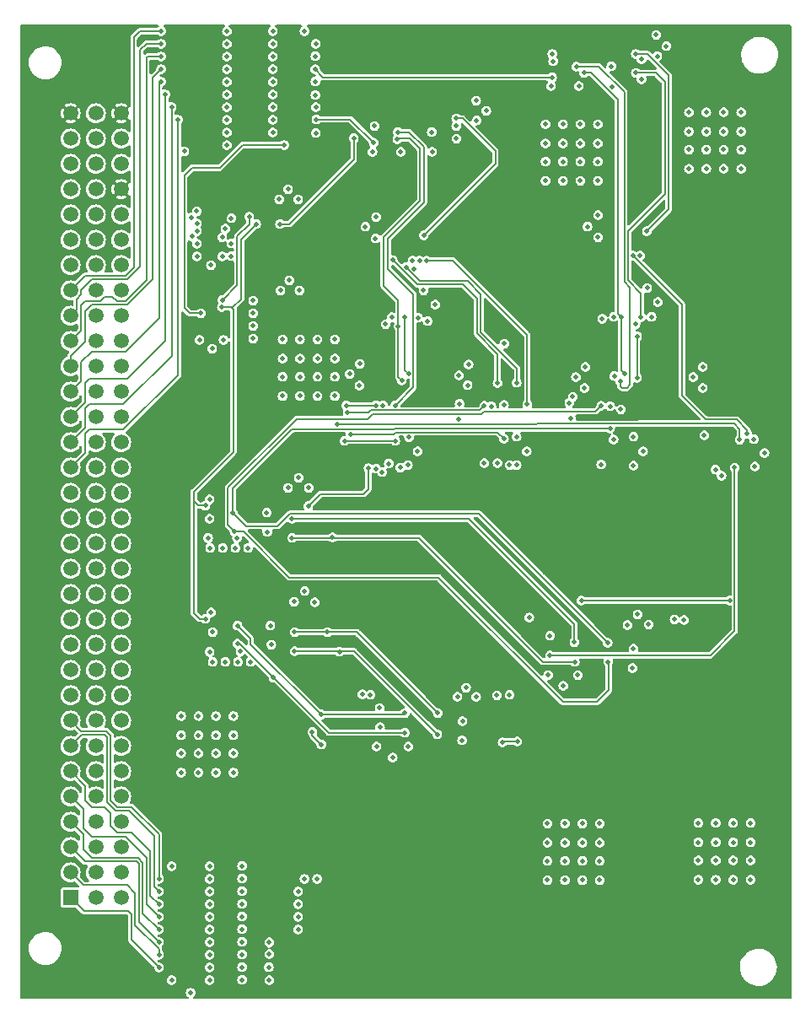
<source format=gbr>
%TF.GenerationSoftware,KiCad,Pcbnew,(7.0.0)*%
%TF.CreationDate,2023-12-30T22:17:33+02:00*%
%TF.ProjectId,alu,616c752e-6b69-4636-9164-5f7063625858,rev?*%
%TF.SameCoordinates,Original*%
%TF.FileFunction,Copper,L2,Inr*%
%TF.FilePolarity,Positive*%
%FSLAX46Y46*%
G04 Gerber Fmt 4.6, Leading zero omitted, Abs format (unit mm)*
G04 Created by KiCad (PCBNEW (7.0.0)) date 2023-12-30 22:17:33*
%MOMM*%
%LPD*%
G01*
G04 APERTURE LIST*
%TA.AperFunction,ComponentPad*%
%ADD10R,1.508000X1.508000*%
%TD*%
%TA.AperFunction,ComponentPad*%
%ADD11C,1.508000*%
%TD*%
%TA.AperFunction,ViaPad*%
%ADD12C,0.460000*%
%TD*%
%TA.AperFunction,Conductor*%
%ADD13C,0.127000*%
%TD*%
G04 APERTURE END LIST*
D10*
%TO.N,Net-(U13-A7)*%
%TO.C,J1*%
X44449999Y-115569999D03*
D11*
%TO.N,Net-(U13-A6)*%
X44450000Y-113030000D03*
%TO.N,Net-(U13-A5)*%
X44450000Y-110490000D03*
%TO.N,Net-(U13-A4)*%
X44450000Y-107950000D03*
%TO.N,Net-(U13-A3)*%
X44450000Y-105410000D03*
%TO.N,Net-(U13-A2)*%
X44450000Y-102870000D03*
%TO.N,Net-(U13-A1)*%
X44450000Y-100330000D03*
%TO.N,Net-(U13-A0)*%
X44450000Y-97790000D03*
%TO.N,GND*%
X44450000Y-95250000D03*
%TO.N,/Y_OUT0*%
X44450000Y-92710000D03*
%TO.N,/Y_OUT1*%
X44450000Y-90170000D03*
%TO.N,/Y_OUT2*%
X44450000Y-87630000D03*
%TO.N,/Y_OUT3*%
X44450000Y-85090000D03*
%TO.N,/Y_OUT4*%
X44450000Y-82550000D03*
%TO.N,/Y_OUT5*%
X44450000Y-80010000D03*
%TO.N,/Y_OUT6*%
X44450000Y-77470000D03*
%TO.N,/Y_OUT7*%
X44450000Y-74930000D03*
%TO.N,/X_IN0*%
X44450000Y-72390000D03*
%TO.N,/X_IN1*%
X44450000Y-69850000D03*
%TO.N,/X_IN2*%
X44450000Y-67310000D03*
%TO.N,/X_IN3*%
X44450000Y-64770000D03*
%TO.N,/X_IN4*%
X44450000Y-62230000D03*
%TO.N,/X_IN5*%
X44450000Y-59690000D03*
%TO.N,/X_IN6*%
X44450000Y-57150000D03*
%TO.N,/X_IN7*%
X44450000Y-54610000D03*
%TO.N,unconnected-(J1-PadA26)*%
X44450000Y-52070000D03*
%TO.N,GND*%
X44450000Y-49530000D03*
%TO.N,Net-(U29-E3)*%
X44450000Y-46990000D03*
%TO.N,Net-(U29-A2)*%
X44450000Y-44450000D03*
%TO.N,Net-(U29-A1)*%
X44450000Y-41910000D03*
%TO.N,Net-(U29-A0)*%
X44450000Y-39370000D03*
%TO.N,+5V*%
X44450000Y-36830000D03*
%TO.N,unconnected-(J1-PadB1)*%
X46990000Y-115570000D03*
%TO.N,unconnected-(J1-PadB2)*%
X46990000Y-113030000D03*
%TO.N,unconnected-(J1-PadB3)*%
X46990000Y-110490000D03*
%TO.N,unconnected-(J1-PadB4)*%
X46990000Y-107950000D03*
%TO.N,unconnected-(J1-PadB5)*%
X46990000Y-105410000D03*
%TO.N,GND*%
X46990000Y-102870000D03*
%TO.N,unconnected-(J1-PadB7)*%
X46990000Y-100330000D03*
%TO.N,unconnected-(J1-PadB8)*%
X46990000Y-97790000D03*
%TO.N,unconnected-(J1-PadB9)*%
X46990000Y-95250000D03*
%TO.N,unconnected-(J1-PadB10)*%
X46990000Y-92710000D03*
%TO.N,unconnected-(J1-PadB11)*%
X46990000Y-90170000D03*
%TO.N,unconnected-(J1-PadB12)*%
X46990000Y-87630000D03*
%TO.N,unconnected-(J1-PadB13)*%
X46990000Y-85090000D03*
%TO.N,unconnected-(J1-PadB14)*%
X46990000Y-82550000D03*
%TO.N,GND*%
X46990000Y-80010000D03*
%TO.N,unconnected-(J1-PadB16)*%
X46990000Y-77470000D03*
%TO.N,unconnected-(J1-PadB17)*%
X46990000Y-74930000D03*
%TO.N,unconnected-(J1-PadB18)*%
X46990000Y-72390000D03*
%TO.N,unconnected-(J1-PadB19)*%
X46990000Y-69850000D03*
%TO.N,unconnected-(J1-PadB20)*%
X46990000Y-67310000D03*
%TO.N,unconnected-(J1-PadB21)*%
X46990000Y-64770000D03*
%TO.N,unconnected-(J1-PadB22)*%
X46990000Y-62230000D03*
%TO.N,unconnected-(J1-PadB23)*%
X46990000Y-59690000D03*
%TO.N,GND*%
X46990000Y-57150000D03*
%TO.N,unconnected-(J1-PadB25)*%
X46990000Y-54610000D03*
%TO.N,unconnected-(J1-PadB26)*%
X46990000Y-52070000D03*
%TO.N,unconnected-(J1-PadB27)*%
X46990000Y-49530000D03*
%TO.N,unconnected-(J1-PadB28)*%
X46990000Y-46990000D03*
%TO.N,unconnected-(J1-PadB29)*%
X46990000Y-44450000D03*
%TO.N,unconnected-(J1-PadB30)*%
X46990000Y-41910000D03*
%TO.N,unconnected-(J1-PadB31)*%
X46990000Y-39370000D03*
%TO.N,unconnected-(J1-PadB32)*%
X46990000Y-36830000D03*
%TO.N,unconnected-(J1-PadC1)*%
X49530000Y-115570000D03*
%TO.N,unconnected-(J1-PadC2)*%
X49530000Y-113030000D03*
%TO.N,unconnected-(J1-PadC3)*%
X49530000Y-110490000D03*
%TO.N,unconnected-(J1-PadC4)*%
X49530000Y-107950000D03*
%TO.N,GND*%
X49530000Y-105410000D03*
%TO.N,unconnected-(J1-PadC6)*%
X49530000Y-102870000D03*
%TO.N,unconnected-(J1-PadC7)*%
X49530000Y-100330000D03*
%TO.N,unconnected-(J1-PadC8)*%
X49530000Y-97790000D03*
%TO.N,unconnected-(J1-PadC9)*%
X49530000Y-95250000D03*
%TO.N,GND*%
X49530000Y-92710000D03*
%TO.N,unconnected-(J1-PadC11)*%
X49530000Y-90170000D03*
%TO.N,unconnected-(J1-PadC12)*%
X49530000Y-87630000D03*
%TO.N,unconnected-(J1-PadC13)*%
X49530000Y-85090000D03*
%TO.N,unconnected-(J1-PadC14)*%
X49530000Y-82550000D03*
%TO.N,unconnected-(J1-PadC15)*%
X49530000Y-80010000D03*
%TO.N,unconnected-(J1-PadC16)*%
X49530000Y-77470000D03*
%TO.N,GND*%
X49530000Y-74930000D03*
%TO.N,unconnected-(J1-PadC18)*%
X49530000Y-72390000D03*
%TO.N,unconnected-(J1-PadC19)*%
X49530000Y-69850000D03*
%TO.N,unconnected-(J1-PadC20)*%
X49530000Y-67310000D03*
%TO.N,unconnected-(J1-PadC21)*%
X49530000Y-64770000D03*
%TO.N,unconnected-(J1-PadC22)*%
X49530000Y-62230000D03*
%TO.N,unconnected-(J1-PadC23)*%
X49530000Y-59690000D03*
%TO.N,unconnected-(J1-PadC24)*%
X49530000Y-57150000D03*
%TO.N,unconnected-(J1-PadC25)*%
X49530000Y-54610000D03*
%TO.N,GND*%
X49530000Y-52070000D03*
%TO.N,unconnected-(J1-PadC27)*%
X49530000Y-49530000D03*
%TO.N,GND*%
X49530000Y-46990000D03*
%TO.N,+5V*%
X49530000Y-44450000D03*
%TO.N,GND*%
X49530000Y-41910000D03*
%TO.N,unconnected-(J1-PadC31)*%
X49530000Y-39370000D03*
%TO.N,+5V*%
X49530000Y-36830000D03*
%TD*%
D12*
%TO.N,+5V*%
X67183000Y-46482000D03*
X81400000Y-73550000D03*
X74500000Y-44750000D03*
X98400000Y-61200000D03*
X78550000Y-85750000D03*
X98400000Y-59950000D03*
X92550000Y-78950000D03*
X94500000Y-56250000D03*
X86500000Y-61750000D03*
X76454000Y-47498000D03*
X73000000Y-57250000D03*
X77419200Y-104902000D03*
X81500000Y-59500000D03*
X68376800Y-75438000D03*
X97231200Y-62484000D03*
X102666800Y-89154000D03*
X74625200Y-60807600D03*
X80150000Y-74800000D03*
X80250000Y-59500000D03*
X80150000Y-73550000D03*
X85699600Y-62026800D03*
X85191600Y-96367600D03*
X81500000Y-60750000D03*
X75750000Y-43500000D03*
X74500000Y-43500000D03*
X93250000Y-55000000D03*
X73000000Y-58500000D03*
X93800000Y-78950000D03*
X79800000Y-85750000D03*
X77419200Y-105714800D03*
X69088000Y-86817200D03*
X75750000Y-44750000D03*
X84124800Y-60248800D03*
X68072000Y-111048800D03*
X93800000Y-80200000D03*
X74250000Y-58500000D03*
X93250000Y-56250000D03*
X74676000Y-61925200D03*
X77419200Y-107238800D03*
X98602800Y-47244000D03*
X79800000Y-87000000D03*
X77368400Y-108000800D03*
X80250000Y-60750000D03*
X67564000Y-55626000D03*
X84277200Y-35712400D03*
X97150000Y-59950000D03*
X77419200Y-106476800D03*
X94500000Y-55000000D03*
X86500000Y-63250000D03*
X102362000Y-29311600D03*
X74250000Y-57250000D03*
X109067600Y-62484000D03*
X75488800Y-62585600D03*
X75692000Y-61214000D03*
X97150000Y-61200000D03*
X81400000Y-74800000D03*
X55880000Y-38100000D03*
X78550000Y-87000000D03*
X92550000Y-80200000D03*
%TO.N,GND*%
X67500000Y-59522400D03*
X64770000Y-34950400D03*
X111000000Y-113750000D03*
X93900000Y-43600000D03*
X112750000Y-111822400D03*
X92150000Y-43600000D03*
X60147200Y-36220400D03*
X106550000Y-38650000D03*
X90271600Y-70764400D03*
X93929200Y-94284800D03*
X113080800Y-69545200D03*
X58420000Y-90881200D03*
X67500000Y-65200000D03*
X56515000Y-125095000D03*
X60000000Y-48400000D03*
X58420000Y-121285000D03*
X60147200Y-33680400D03*
X67360800Y-73406000D03*
X58547000Y-52070000D03*
X103428800Y-55778400D03*
X60800000Y-103000000D03*
X78435200Y-69342000D03*
X97600000Y-108122400D03*
X97434400Y-47040800D03*
X68986400Y-85902800D03*
X61671200Y-123799600D03*
X79908400Y-54610000D03*
X96367600Y-48209200D03*
X68376800Y-74422000D03*
X60147200Y-37490400D03*
X75133200Y-47244000D03*
X92350000Y-111872400D03*
X86207600Y-36576000D03*
X101396800Y-87122000D03*
X106550000Y-40472400D03*
X60600000Y-47345600D03*
X101955600Y-70764400D03*
X77622400Y-40690800D03*
X59740800Y-80467200D03*
X59690000Y-51181000D03*
X97434400Y-49276000D03*
X81076800Y-56032400D03*
X97600000Y-113800000D03*
X111800000Y-36722400D03*
X67310000Y-45466000D03*
X97400000Y-39850000D03*
X96164400Y-62280800D03*
X61671200Y-119989600D03*
X58674000Y-60452000D03*
X57300000Y-97322400D03*
X62534800Y-91897200D03*
X60800000Y-101072400D03*
X69250000Y-61450000D03*
X95402400Y-93218000D03*
X108300000Y-36722400D03*
X64770000Y-38760400D03*
X58724800Y-91897200D03*
X66294000Y-74422000D03*
X110050000Y-40472400D03*
X54610000Y-123825000D03*
X92405200Y-93218000D03*
X85191600Y-35560000D03*
X110050000Y-36722400D03*
X97600000Y-110050000D03*
X60147200Y-31140400D03*
X74777600Y-40690800D03*
X108300000Y-40472400D03*
X62788800Y-59436000D03*
X95850000Y-113800000D03*
X62788800Y-56896000D03*
X58470800Y-80467200D03*
X58420000Y-123825000D03*
X107950000Y-62280800D03*
X64770000Y-31140400D03*
X60147200Y-29870400D03*
X112750000Y-108072400D03*
X62788800Y-55626000D03*
X60147200Y-28600400D03*
X109250000Y-113750000D03*
X57404000Y-59563000D03*
X111000000Y-111822400D03*
X111800000Y-42400000D03*
X58420000Y-114935000D03*
X61010800Y-80467200D03*
X89255600Y-69291200D03*
X61671200Y-113639600D03*
X92710000Y-34086800D03*
X67945000Y-113665000D03*
X55550000Y-101072400D03*
X84175600Y-94488000D03*
X61671200Y-122529600D03*
X110050000Y-42400000D03*
X95650000Y-39850000D03*
X57300000Y-103000000D03*
X58420000Y-113665000D03*
X61671200Y-121259600D03*
X58267600Y-79451200D03*
X96062800Y-64414400D03*
X61518800Y-90830400D03*
X92150000Y-37922400D03*
X60147200Y-40030400D03*
X60147200Y-32410400D03*
X93900000Y-41672400D03*
X89255600Y-72136000D03*
X97400000Y-37922400D03*
X85191600Y-95402400D03*
X60147200Y-34950400D03*
X67945000Y-28575000D03*
X59050000Y-97322400D03*
X59050000Y-99250000D03*
X65750000Y-65200000D03*
X95650000Y-41672400D03*
X66903600Y-85852000D03*
X54610000Y-112395000D03*
X111800000Y-40472400D03*
X65532000Y-54610000D03*
X73507600Y-61976000D03*
X57300000Y-99250000D03*
X69250000Y-59522400D03*
X67437000Y-54610000D03*
X55550000Y-103000000D03*
X111000000Y-110000000D03*
X102514400Y-88138000D03*
X65750000Y-63272400D03*
X60800000Y-97322400D03*
X59994800Y-91897200D03*
X92350000Y-110050000D03*
X75082400Y-49377600D03*
X69215000Y-113665000D03*
X62280800Y-80467200D03*
X59690000Y-49276000D03*
X92350000Y-108122400D03*
X85242400Y-37541200D03*
X64770000Y-28575000D03*
X61264800Y-91897200D03*
X107500000Y-113750000D03*
X65405000Y-45466000D03*
X64770000Y-29870400D03*
X60600000Y-49885600D03*
X58420000Y-112395000D03*
X92150000Y-39850000D03*
X72491600Y-62992000D03*
X61671200Y-114909600D03*
X67500000Y-63272400D03*
X97600000Y-111872400D03*
X62788800Y-58166000D03*
X83464400Y-63144400D03*
X92350000Y-113800000D03*
X65750000Y-59522400D03*
X111000000Y-108072400D03*
X64770000Y-36220400D03*
X71000000Y-63272400D03*
X61163200Y-79451200D03*
X97400000Y-43600000D03*
X83312000Y-95402400D03*
X108300000Y-42400000D03*
X94100000Y-108122400D03*
X65750000Y-61450000D03*
X102800000Y-57251600D03*
X108300000Y-38650000D03*
X60147200Y-38760400D03*
X95650000Y-43600000D03*
X112750000Y-110000000D03*
X95850000Y-108122400D03*
X102362000Y-54356000D03*
X109250000Y-110000000D03*
X100990400Y-72186800D03*
X64770000Y-32410400D03*
X107500000Y-108072400D03*
X67970400Y-84785200D03*
X69250000Y-63272400D03*
X78333600Y-72136000D03*
X71000000Y-61450000D03*
X55880000Y-40640000D03*
X106550000Y-42400000D03*
X57300000Y-101072400D03*
X95199200Y-63296800D03*
X57150000Y-48641000D03*
X73456800Y-64160400D03*
X59050000Y-103000000D03*
X58420000Y-122555000D03*
X94100000Y-110050000D03*
X100380800Y-88188800D03*
X58420000Y-117475000D03*
X95850000Y-111872400D03*
X74066400Y-48209200D03*
X60800000Y-99250000D03*
X103378000Y-31089600D03*
X95504000Y-34086800D03*
X94100000Y-111872400D03*
X114147600Y-70916800D03*
X64770000Y-37490400D03*
X100990400Y-69291200D03*
X58420000Y-118745000D03*
X69250000Y-65200000D03*
X75184000Y-100380800D03*
X93900000Y-39850000D03*
X61671200Y-112369600D03*
X93900000Y-37922400D03*
X71000000Y-65200000D03*
X80310815Y-57689185D03*
X84328000Y-64109600D03*
X61671200Y-116179600D03*
X107500000Y-110000000D03*
X110050000Y-38650000D03*
X94100000Y-113800000D03*
X103276400Y-28956000D03*
X66421000Y-53594000D03*
X76809600Y-101498400D03*
X57150000Y-51181000D03*
X97400000Y-41672400D03*
X95650000Y-37922400D03*
X61671200Y-117449600D03*
X92150000Y-41672400D03*
X60600000Y-51155600D03*
X79298800Y-70764400D03*
X106550000Y-36722400D03*
X58420000Y-120015000D03*
X58420000Y-116205000D03*
X55550000Y-97322400D03*
X84429600Y-62026800D03*
X71000000Y-59522400D03*
X106984800Y-63296800D03*
X109250000Y-108072400D03*
X61671200Y-118719600D03*
X64770000Y-33680400D03*
X109250000Y-111822400D03*
X67500000Y-61450000D03*
X78384400Y-100380800D03*
X56652485Y-49200000D03*
X104292400Y-30073600D03*
X107950000Y-64414400D03*
X107500000Y-111822400D03*
X95850000Y-110050000D03*
X66294000Y-44450000D03*
X59817000Y-59563000D03*
X112750000Y-113750000D03*
X59050000Y-101072400D03*
X113182400Y-72288400D03*
X111800000Y-38650000D03*
X55550000Y-99250000D03*
%TO.N,/X_IN1*%
X54610000Y-36195000D03*
%TO.N,/X_IN2*%
X53975000Y-34925000D03*
%TO.N,/X_IN3*%
X53545000Y-33655000D03*
%TO.N,/X_IN4*%
X53545000Y-32385000D03*
%TO.N,/X_IN5*%
X53545000Y-31115000D03*
%TO.N,/X_IN6*%
X53545000Y-29845000D03*
%TO.N,/X_IN7*%
X53545000Y-28575000D03*
%TO.N,Net-(U29-E3)*%
X57150000Y-49911000D03*
%TO.N,Net-(U29-A2)*%
X57150000Y-47879000D03*
%TO.N,Net-(U29-A1)*%
X56600000Y-47261689D03*
%TO.N,Net-(U29-A0)*%
X57130629Y-46658517D03*
%TO.N,/RESULT4*%
X69037200Y-33629600D03*
X92913200Y-31597600D03*
%TO.N,Net-(U29-Y1)*%
X63093600Y-47955200D03*
X74371200Y-72440800D03*
X58000000Y-87579200D03*
X72898000Y-39319200D03*
X58000000Y-76200000D03*
X59639200Y-56286400D03*
X68326000Y-76250800D03*
X65481200Y-47955200D03*
%TO.N,/RESULT5*%
X69016880Y-32410400D03*
X92811600Y-33223200D03*
%TO.N,Net-(U1-Pad10)*%
X83210400Y-39370000D03*
X83413600Y-67513200D03*
X79349600Y-57353200D03*
%TO.N,/RESULT6*%
X98806000Y-34137600D03*
X69037200Y-31089600D03*
%TO.N,/RESULT7*%
X69088000Y-29845000D03*
X98755200Y-32105600D03*
%TO.N,/T0*%
X78028800Y-97028000D03*
X69646800Y-97180400D03*
X61214000Y-88239600D03*
X77064800Y-69697600D03*
X71983600Y-69697600D03*
%TO.N,/RESULT0*%
X69088000Y-38811200D03*
X74980800Y-38100000D03*
%TO.N,/T1*%
X64820800Y-93472000D03*
X61214000Y-90068400D03*
X78028800Y-99009200D03*
X75133200Y-66141600D03*
X72136000Y-66141600D03*
%TO.N,/RESULT1*%
X69138800Y-37439600D03*
X74879200Y-39776400D03*
%TO.N,/RESULT2*%
X80772000Y-40690800D03*
X69088000Y-36220400D03*
%TO.N,Net-(U1-Pad1)*%
X75133200Y-72491600D03*
X74574400Y-95199200D03*
%TO.N,Net-(U3-Pad11)*%
X78940749Y-52459251D03*
X92837000Y-30861000D03*
X94691200Y-67411600D03*
%TO.N,/T2*%
X81280000Y-99161600D03*
X71475600Y-90881200D03*
X72600000Y-69037200D03*
X66954400Y-90830400D03*
X87985600Y-69494400D03*
%TO.N,Net-(U1-Pad5)*%
X77266800Y-39420800D03*
X77368400Y-58200000D03*
X77724000Y-63652400D03*
%TO.N,/T3*%
X66954400Y-88900000D03*
X72288400Y-66852800D03*
X70256400Y-88900000D03*
X86004400Y-66192400D03*
X81330800Y-97028000D03*
%TO.N,Net-(U1-Pad12)*%
X87985600Y-66090800D03*
X88011000Y-59944000D03*
X87274400Y-95250000D03*
X83185000Y-38100000D03*
%TO.N,Net-(U1-Pad9)*%
X86004400Y-71932800D03*
X88544400Y-95199200D03*
%TO.N,/T4*%
X60756800Y-76911200D03*
X98399600Y-89966800D03*
X98636196Y-68468500D03*
%TO.N,/T5*%
X97739200Y-66192400D03*
X98450400Y-91897200D03*
X60909200Y-78790800D03*
%TO.N,Net-(U1-Pad13)*%
X79928000Y-49067000D03*
X83185000Y-37338000D03*
X90322400Y-66040000D03*
X80213200Y-51612800D03*
%TO.N,Net-(U2-Pad3)*%
X76098400Y-58000000D03*
X75742800Y-72847200D03*
%TO.N,Net-(U2-Pad6)*%
X77571600Y-72390000D03*
X76708000Y-57302400D03*
%TO.N,Net-(U2-Pad8)*%
X78028800Y-57302400D03*
X78437100Y-63000000D03*
%TO.N,/T6*%
X111658400Y-69596000D03*
X66700400Y-79451200D03*
X95097600Y-91897200D03*
X70764400Y-79400400D03*
X71272400Y-68021200D03*
%TO.N,/T7*%
X66700400Y-77520800D03*
X95046800Y-89916000D03*
%TO.N,Net-(U6-Pad1)*%
X97739200Y-72085200D03*
X105105200Y-87630000D03*
%TO.N,Net-(U6-Pad5)*%
X96000000Y-32766000D03*
X99771200Y-57302400D03*
X100132151Y-63000000D03*
%TO.N,Net-(U6-Pad12)*%
X101800000Y-31400000D03*
X95758000Y-85725000D03*
X110658400Y-85725000D03*
%TO.N,Net-(U6-Pad13)*%
X102330800Y-48672200D03*
X101219000Y-30861000D03*
%TO.N,Net-(U7-Pad3)*%
X97847800Y-57447800D03*
X94538800Y-65887600D03*
%TO.N,Net-(U7-Pad6)*%
X94894400Y-65278000D03*
X99009200Y-57251600D03*
%TO.N,Net-(U7-Pad8)*%
X101346000Y-63373000D03*
X101346000Y-59200000D03*
%TO.N,Net-(U7-Pad11)*%
X99060000Y-63200000D03*
X101200000Y-58000000D03*
%TO.N,Net-(U10-Pad3)*%
X101650800Y-51104800D03*
X108102400Y-69138800D03*
%TO.N,Net-(U10-Pad6)*%
X112420400Y-69000000D03*
X100939600Y-51104800D03*
%TO.N,Net-(U10-Pad2)*%
X90525600Y-87426800D03*
X109829600Y-73200000D03*
X101800000Y-33401000D03*
%TO.N,Net-(U1-Pad4)*%
X77063600Y-66141600D03*
X73761600Y-95148400D03*
X77317600Y-38709600D03*
%TO.N,Net-(U3-Pad9)*%
X83515200Y-65989200D03*
X79502000Y-51612800D03*
%TO.N,Net-(U3-Pad10)*%
X88544400Y-72136000D03*
X78790800Y-51612800D03*
%TO.N,Net-(U3-Pad12)*%
X78135950Y-52264050D03*
X89255600Y-63855600D03*
%TO.N,Net-(U3-Pad13)*%
X76809600Y-51562000D03*
X87325200Y-63906400D03*
%TO.N,Net-(U6-Pad4)*%
X106070400Y-87680800D03*
X99669600Y-63754000D03*
X99720400Y-66548000D03*
X95250000Y-32131000D03*
%TO.N,Net-(U10-Pad1)*%
X109220000Y-72593200D03*
X101219000Y-32766000D03*
X101752400Y-57302400D03*
%TO.N,Net-(U13-A0)*%
X53340000Y-113665000D03*
%TO.N,Net-(U13-A1)*%
X53340000Y-114935000D03*
%TO.N,Net-(U13-A2)*%
X53340000Y-116205000D03*
%TO.N,Net-(U13-A3)*%
X53340000Y-117475000D03*
%TO.N,Net-(U13-A4)*%
X53340000Y-118745000D03*
%TO.N,Net-(U13-A5)*%
X53340000Y-120015000D03*
%TO.N,Net-(U13-A6)*%
X53340000Y-121285000D03*
%TO.N,Net-(U13-A7)*%
X53340000Y-122555000D03*
%TO.N,/RESULT3*%
X80721200Y-38709600D03*
X69037200Y-35001200D03*
%TO.N,/Y_OUT0*%
X58572400Y-86918800D03*
%TO.N,/Y_OUT1*%
X58724800Y-88900000D03*
%TO.N,/Y_OUT2*%
X64617600Y-90170000D03*
%TO.N,/Y_OUT3*%
X64516000Y-88239600D03*
%TO.N,/Y_OUT4*%
X58420000Y-75590400D03*
%TO.N,/Y_OUT5*%
X58420000Y-77520800D03*
%TO.N,/Y_OUT6*%
X64211200Y-78841600D03*
%TO.N,/Y_OUT7*%
X64160400Y-76911200D03*
%TO.N,/X_OUT7*%
X92608400Y-89255600D03*
X67310000Y-114935000D03*
%TO.N,/X_OUT6*%
X67310000Y-116205000D03*
X92608400Y-91236800D03*
X111150400Y-72390000D03*
%TO.N,/X_OUT5*%
X98653600Y-66243200D03*
X100888800Y-92506800D03*
X67310000Y-117475000D03*
%TO.N,/X_OUT4*%
X98991503Y-69562897D03*
X100990400Y-90576400D03*
X67310000Y-118745000D03*
%TO.N,/X_OUT3*%
X83820000Y-97840800D03*
X64414400Y-120040400D03*
X86715600Y-66243200D03*
%TO.N,/X_OUT2*%
X83769200Y-99771200D03*
X64414400Y-121208800D03*
X89309886Y-99872800D03*
X87833200Y-99974400D03*
X87325200Y-71932800D03*
%TO.N,/X_OUT1*%
X68732400Y-98907600D03*
X75539600Y-98450400D03*
X69646800Y-100177600D03*
X75844400Y-66141600D03*
X64363600Y-122529600D03*
%TO.N,/X_OUT0*%
X64414400Y-123848682D03*
X75488800Y-96520000D03*
X76403200Y-71983600D03*
%TO.N,Net-(U29-Y0)*%
X59690000Y-55575200D03*
X62400000Y-47200000D03*
%TO.N,Net-(U31-GAB)*%
X57531000Y-56896000D03*
X65913000Y-40005000D03*
%TO.N,/X_IN0*%
X55245000Y-37465000D03*
%TD*%
D13*
%TO.N,/X_IN1*%
X45918500Y-66476500D02*
X46355000Y-66040000D01*
X45918500Y-68381500D02*
X45918500Y-66476500D01*
X54610000Y-61198624D02*
X54610000Y-36195000D01*
X49768624Y-66040000D02*
X54610000Y-61198624D01*
X44450000Y-69850000D02*
X45918500Y-68381500D01*
X46355000Y-66040000D02*
X49768624Y-66040000D01*
%TO.N,/X_IN2*%
X50165000Y-63500000D02*
X46355000Y-63500000D01*
X45918500Y-65841500D02*
X44450000Y-67310000D01*
X53975000Y-59690000D02*
X50165000Y-63500000D01*
X45918500Y-63936500D02*
X45918500Y-65841500D01*
X53975000Y-34925000D02*
X53975000Y-59690000D01*
X46355000Y-63500000D02*
X45918500Y-63936500D01*
%TO.N,/X_IN3*%
X53340000Y-33860000D02*
X53545000Y-33655000D01*
X53340000Y-57388624D02*
X53340000Y-33860000D01*
X49967124Y-60761500D02*
X53340000Y-57388624D01*
X44450000Y-64770000D02*
X45521500Y-63698500D01*
X46552876Y-60761500D02*
X49967124Y-60761500D01*
X45521500Y-63698500D02*
X45521500Y-61792876D01*
X45521500Y-61792876D02*
X46552876Y-60761500D01*
%TO.N,/X_IN4*%
X52705000Y-33225000D02*
X52705000Y-53482439D01*
X45902500Y-56728876D02*
X45902500Y-59746124D01*
X45902500Y-59746124D02*
X44450000Y-61198624D01*
X44450000Y-61198624D02*
X44450000Y-62230000D01*
X46568876Y-56062500D02*
X45902500Y-56728876D01*
X52705000Y-53482439D02*
X50124939Y-56062500D01*
X53545000Y-32385000D02*
X52705000Y-33225000D01*
X50124939Y-56062500D02*
X46568876Y-56062500D01*
%TO.N,/X_IN5*%
X52070000Y-31242000D02*
X52070000Y-53578624D01*
X52197000Y-31115000D02*
X52070000Y-31242000D01*
X45918500Y-55681500D02*
X45521500Y-56078500D01*
X53545000Y-31115000D02*
X52197000Y-31115000D01*
X45521500Y-58618500D02*
X44450000Y-59690000D01*
X45521500Y-56078500D02*
X45521500Y-58618500D01*
X49092876Y-55681500D02*
X48656376Y-55245000D01*
X47427124Y-55681500D02*
X45918500Y-55681500D01*
X48656376Y-55245000D02*
X47863624Y-55245000D01*
X52070000Y-53578624D02*
X49967124Y-55681500D01*
X47863624Y-55245000D02*
X47427124Y-55681500D01*
X49967124Y-55681500D02*
X49092876Y-55681500D01*
%TO.N,/X_IN6*%
X44450000Y-57150000D02*
X45085000Y-56515000D01*
X45085000Y-56515000D02*
X45085000Y-55483624D01*
X52070000Y-29845000D02*
X53545000Y-29845000D01*
X45085000Y-55483624D02*
X45521500Y-55047124D01*
X45521500Y-55047124D02*
X45521500Y-54569876D01*
X51435000Y-52212440D02*
X51435000Y-30480000D01*
X45521500Y-54569876D02*
X46568876Y-53522500D01*
X50124940Y-53522500D02*
X51435000Y-52212440D01*
X51435000Y-30480000D02*
X52070000Y-29845000D01*
X46568876Y-53522500D02*
X50124940Y-53522500D01*
%TO.N,/X_IN7*%
X50800000Y-29210000D02*
X51435000Y-28575000D01*
X50800000Y-52308624D02*
X50800000Y-29210000D01*
X49967124Y-53141500D02*
X50800000Y-52308624D01*
X51435000Y-28575000D02*
X53545000Y-28575000D01*
X44450000Y-54610000D02*
X45918500Y-53141500D01*
X45918500Y-53141500D02*
X49967124Y-53141500D01*
%TO.N,Net-(U29-Y1)*%
X72898000Y-41463501D02*
X72898000Y-39319200D01*
X57302400Y-76200000D02*
X56845200Y-75742800D01*
X56845200Y-87020400D02*
X56845200Y-75539600D01*
X58000000Y-87579200D02*
X57404000Y-87579200D01*
X56845200Y-74777600D02*
X60807600Y-70815200D01*
X60807600Y-56489600D02*
X60604400Y-56286400D01*
X68326000Y-76250800D02*
X69545200Y-75031600D01*
X61569600Y-49479200D02*
X61569600Y-55473600D01*
X56845200Y-75539600D02*
X56845200Y-74777600D01*
X57404000Y-87579200D02*
X56845200Y-87020400D01*
X56845200Y-75742800D02*
X56845200Y-75539600D01*
X74371200Y-74523600D02*
X74371200Y-72440800D01*
X58000000Y-76200000D02*
X57302400Y-76200000D01*
X60756800Y-56286400D02*
X59639200Y-56286400D01*
X60807600Y-70815200D02*
X60807600Y-56489600D01*
X66406301Y-47955200D02*
X72898000Y-41463501D01*
X60604400Y-56286400D02*
X59639200Y-56286400D01*
X69545200Y-75031600D02*
X73863200Y-75031600D01*
X73863200Y-75031600D02*
X74371200Y-74523600D01*
X65481200Y-47955200D02*
X66406301Y-47955200D01*
X63093600Y-47955200D02*
X61569600Y-49479200D01*
X61569600Y-55473600D02*
X60756800Y-56286400D01*
%TO.N,/RESULT5*%
X92811600Y-33223200D02*
X69829680Y-33223200D01*
X69829680Y-33223200D02*
X69016880Y-32410400D01*
%TO.N,/T0*%
X69596000Y-97180400D02*
X77876400Y-97180400D01*
X71983600Y-69697600D02*
X77064800Y-69697600D01*
X62534800Y-89560400D02*
X62534800Y-90119200D01*
X62534800Y-90119200D02*
X69596000Y-97180400D01*
X61214000Y-88239600D02*
X62534800Y-89560400D01*
X77876400Y-97180400D02*
X78028800Y-97028000D01*
%TO.N,/T1*%
X75133200Y-66141600D02*
X72136000Y-66141600D01*
X70394101Y-99009200D02*
X78028800Y-99009200D01*
X61453301Y-90068400D02*
X70394101Y-99009200D01*
X61214000Y-90068400D02*
X61453301Y-90068400D01*
%TO.N,/RESULT1*%
X72542400Y-37439600D02*
X74879200Y-39776400D01*
X69138800Y-37439600D02*
X72542400Y-37439600D01*
%TO.N,/T2*%
X87340700Y-68849500D02*
X87985600Y-69494400D01*
X66954400Y-90830400D02*
X72948800Y-90830400D01*
X77113600Y-68849500D02*
X87340700Y-68849500D01*
X72600000Y-69037200D02*
X76925900Y-69037200D01*
X76925900Y-69037200D02*
X77113600Y-68849500D01*
X72948800Y-90830400D02*
X81280000Y-99161600D01*
%TO.N,Net-(U1-Pad5)*%
X75895200Y-54152800D02*
X75895200Y-49276000D01*
X78536800Y-39370000D02*
X77317600Y-39370000D01*
X77368400Y-58200000D02*
X77368400Y-63296800D01*
X79552800Y-40386000D02*
X78536800Y-39370000D01*
X77368400Y-63296800D02*
X77724000Y-63652400D01*
X77368400Y-58200000D02*
X77368400Y-55626000D01*
X77317600Y-39370000D02*
X77266800Y-39420800D01*
X77368400Y-55626000D02*
X75895200Y-54152800D01*
X79552800Y-45618400D02*
X79552800Y-40386000D01*
X75895200Y-49276000D02*
X79552800Y-45618400D01*
%TO.N,/T3*%
X66954400Y-88900000D02*
X73202800Y-88900000D01*
X74613568Y-66634100D02*
X85562700Y-66634100D01*
X73202800Y-88900000D02*
X81330800Y-97028000D01*
X85562700Y-66634100D02*
X86004400Y-66192400D01*
X74394868Y-66852800D02*
X74613568Y-66634100D01*
X72288400Y-66852800D02*
X74394868Y-66852800D01*
%TO.N,/T4*%
X98636196Y-68468500D02*
X76955784Y-68468500D01*
X65262500Y-78262199D02*
X66511899Y-77012800D01*
X60756800Y-74472800D02*
X60756800Y-76911200D01*
X85445600Y-77012800D02*
X98399600Y-89966800D01*
X66700400Y-68529200D02*
X60756800Y-74472800D01*
X60756800Y-76911200D02*
X62107799Y-78262199D01*
X66511899Y-77012800D02*
X85445600Y-77012800D01*
X62107799Y-78262199D02*
X65262500Y-78262199D01*
X76955784Y-68468500D02*
X76895084Y-68529200D01*
X76895084Y-68529200D02*
X66700400Y-68529200D01*
%TO.N,/T5*%
X61792600Y-78790800D02*
X66415400Y-83413600D01*
X98501200Y-91948000D02*
X98450400Y-91897200D01*
X66415400Y-83413600D02*
X81432400Y-83413600D01*
X60264300Y-78145900D02*
X60264300Y-74426484D01*
X97180400Y-66751200D02*
X97739200Y-66192400D01*
X97332800Y-95910400D02*
X98501200Y-94742000D01*
X67177584Y-67513200D02*
X74273284Y-67513200D01*
X60909200Y-78790800D02*
X60264300Y-78145900D01*
X85984416Y-66751200D02*
X97180400Y-66751200D01*
X98501200Y-94742000D02*
X98501200Y-91948000D01*
X74273284Y-67513200D02*
X74771384Y-67015100D01*
X85720516Y-67015100D02*
X85984416Y-66751200D01*
X74771384Y-67015100D02*
X85720516Y-67015100D01*
X60909200Y-78790800D02*
X61792600Y-78790800D01*
X81432400Y-83413600D02*
X93929200Y-95910400D01*
X60264300Y-74426484D02*
X67177584Y-67513200D01*
X93929200Y-95910400D02*
X97332800Y-95910400D01*
%TO.N,Net-(U1-Pad13)*%
X82834816Y-51612800D02*
X90322400Y-59100384D01*
X83185000Y-37338000D02*
X83820000Y-37338000D01*
X90322400Y-59100384D02*
X90322400Y-66040000D01*
X87122000Y-41873000D02*
X79928000Y-49067000D01*
X83820000Y-37338000D02*
X87122000Y-40640000D01*
X80213200Y-51612800D02*
X82834816Y-51612800D01*
X87122000Y-40640000D02*
X87122000Y-41873000D01*
%TO.N,Net-(U2-Pad8)*%
X78437100Y-63000000D02*
X78028800Y-62591700D01*
X78028800Y-62591700D02*
X78028800Y-57302400D01*
%TO.N,/T6*%
X79451200Y-79451200D02*
X91897200Y-91897200D01*
X91897200Y-91897200D02*
X95097600Y-91897200D01*
X111658400Y-68529200D02*
X111099600Y-67970400D01*
X111658400Y-69596000D02*
X111658400Y-68529200D01*
X111099600Y-67970400D02*
X71272400Y-68021200D01*
X66700400Y-79451200D02*
X79451200Y-79451200D01*
%TO.N,/T7*%
X66700400Y-77520800D02*
X84480400Y-77520800D01*
X84480400Y-77520800D02*
X95046800Y-88087200D01*
X95046800Y-88087200D02*
X95046800Y-89916000D01*
%TO.N,Net-(U6-Pad5)*%
X99441000Y-56972200D02*
X99771200Y-57302400D01*
X99441000Y-35469101D02*
X99441000Y-56972200D01*
X99771200Y-62639049D02*
X99771200Y-57302400D01*
X100132151Y-63000000D02*
X99771200Y-62639049D01*
X96737899Y-32766000D02*
X99441000Y-35469101D01*
X96000000Y-32766000D02*
X96737899Y-32766000D01*
%TO.N,Net-(U6-Pad12)*%
X110658400Y-85725000D02*
X95631000Y-85725000D01*
%TO.N,Net-(U6-Pad13)*%
X102362000Y-30861000D02*
X101219000Y-30861000D01*
X104521000Y-33020000D02*
X102362000Y-30861000D01*
X102330800Y-48672200D02*
X104521000Y-46482000D01*
X104521000Y-46482000D02*
X104521000Y-33020000D01*
%TO.N,Net-(U7-Pad8)*%
X101346000Y-59200000D02*
X101346000Y-63373000D01*
%TO.N,Net-(U10-Pad6)*%
X105867200Y-56032400D02*
X100939600Y-51104800D01*
X111353600Y-67564000D02*
X108254800Y-67564000D01*
X108254800Y-67564000D02*
X105867200Y-65176400D01*
X112420400Y-68630800D02*
X111353600Y-67564000D01*
X105867200Y-65176400D02*
X105867200Y-56032400D01*
X112420400Y-69000000D02*
X112420400Y-68630800D01*
%TO.N,Net-(U1-Pad4)*%
X79933800Y-40228184D02*
X78415216Y-38709600D01*
X76317100Y-52451000D02*
X76317100Y-49392916D01*
X77063600Y-66141600D02*
X78857100Y-64348100D01*
X78857100Y-54991000D02*
X76317100Y-52451000D01*
X78415216Y-38709600D02*
X77317600Y-38709600D01*
X76317100Y-49392916D02*
X79933800Y-45776215D01*
X79933800Y-45776215D02*
X79933800Y-40228184D01*
X78857100Y-64348100D02*
X78857100Y-54991000D01*
%TO.N,Net-(U3-Pad12)*%
X89306400Y-62433200D02*
X89306400Y-63804800D01*
X85648800Y-54965600D02*
X85648800Y-58775600D01*
X89306400Y-63804800D02*
X89255600Y-63855600D01*
X79516699Y-53644800D02*
X84328000Y-53644800D01*
X85648800Y-58775600D02*
X89306400Y-62433200D01*
X78135950Y-52264050D02*
X79516699Y-53644800D01*
X84328000Y-53644800D02*
X85648800Y-54965600D01*
%TO.N,Net-(U3-Pad13)*%
X87325200Y-60990816D02*
X85267800Y-58933416D01*
X85267800Y-55422800D02*
X83870800Y-54025800D01*
X79273400Y-54025800D02*
X76809600Y-51562000D01*
X87325200Y-63906400D02*
X87325200Y-60990816D01*
X83870800Y-54025800D02*
X79273400Y-54025800D01*
X85267800Y-58933416D02*
X85267800Y-55422800D01*
%TO.N,Net-(U6-Pad4)*%
X100066100Y-46745900D02*
X100076000Y-46736000D01*
X100624651Y-54300467D02*
X100066100Y-53741916D01*
X100076000Y-34711099D02*
X97495901Y-32131000D01*
X99822000Y-64389000D02*
X100330000Y-64389000D01*
X100066100Y-53741916D02*
X100066100Y-46745900D01*
X100624651Y-64094349D02*
X100624651Y-54300467D01*
X100330000Y-64389000D02*
X100624651Y-64094349D01*
X97495901Y-32131000D02*
X95250000Y-32131000D01*
X100076000Y-46736000D02*
X100076000Y-34711099D01*
X99669600Y-63754000D02*
X99669600Y-64236600D01*
X99669600Y-64236600D02*
X99822000Y-64389000D01*
%TO.N,Net-(U10-Pad1)*%
X101752400Y-54889400D02*
X100447100Y-53584100D01*
X104140000Y-33655000D02*
X103251000Y-32766000D01*
X100447100Y-53584100D02*
X100447100Y-48650900D01*
X104140000Y-44958000D02*
X104140000Y-33655000D01*
X101752400Y-57302400D02*
X101752400Y-54889400D01*
X100447100Y-48650900D02*
X104140000Y-44958000D01*
X103251000Y-32766000D02*
X101219000Y-32766000D01*
%TO.N,Net-(U13-A0)*%
X45521500Y-98861500D02*
X44450000Y-97790000D01*
X53340000Y-113665000D02*
X53340000Y-109220000D01*
X53340000Y-109220000D02*
X50601500Y-106481500D01*
X48458500Y-105847124D02*
X48458500Y-99258500D01*
X49092876Y-106481500D02*
X48458500Y-105847124D01*
X48061500Y-98861500D02*
X45521500Y-98861500D01*
X50601500Y-106481500D02*
X49092876Y-106481500D01*
X48458500Y-99258500D02*
X48061500Y-98861500D01*
%TO.N,Net-(U13-A1)*%
X50347500Y-106862500D02*
X48935061Y-106862500D01*
X48077500Y-99416316D02*
X47903684Y-99242500D01*
X53340000Y-114935000D02*
X52847500Y-114442500D01*
X48077500Y-106004940D02*
X48077500Y-99416316D01*
X47903684Y-99242500D02*
X45537500Y-99242500D01*
X52847500Y-114442500D02*
X52847500Y-109362500D01*
X48935061Y-106862500D02*
X48077500Y-106004940D01*
X52847500Y-109362500D02*
X50347500Y-106862500D01*
X45537500Y-99242500D02*
X44450000Y-100330000D01*
%TO.N,Net-(U13-A2)*%
X48458500Y-108387124D02*
X48458500Y-107117124D01*
X45918500Y-104338500D02*
X44450000Y-102870000D01*
X53340000Y-116205000D02*
X52466500Y-115331500D01*
X48458500Y-107117124D02*
X47822876Y-106481500D01*
X49092876Y-109021500D02*
X48458500Y-108387124D01*
X52466500Y-110886500D02*
X50601500Y-109021500D01*
X52466500Y-115331500D02*
X52466500Y-110886500D01*
X46552876Y-106481500D02*
X45918500Y-105847124D01*
X50601500Y-109021500D02*
X49092876Y-109021500D01*
X47822876Y-106481500D02*
X46552876Y-106481500D01*
X45918500Y-105847124D02*
X45918500Y-104338500D01*
%TO.N,Net-(U13-A3)*%
X45720000Y-106680000D02*
X45720000Y-108585000D01*
X46553500Y-109418500D02*
X49967124Y-109418500D01*
X49967124Y-109418500D02*
X52085500Y-111536876D01*
X52085500Y-116220500D02*
X53340000Y-117475000D01*
X45720000Y-108585000D02*
X46553500Y-109418500D01*
X44450000Y-105410000D02*
X45720000Y-106680000D01*
X52085500Y-111536876D02*
X52085500Y-116220500D01*
%TO.N,Net-(U13-A4)*%
X44450000Y-107950000D02*
X45720000Y-109220000D01*
X46552876Y-111561500D02*
X51236500Y-111561500D01*
X51704500Y-117109500D02*
X53340000Y-118745000D01*
X51704500Y-112029500D02*
X51704500Y-117109500D01*
X51236500Y-111561500D02*
X51704500Y-112029500D01*
X45720000Y-110728624D02*
X46552876Y-111561500D01*
X45720000Y-109220000D02*
X45720000Y-110728624D01*
%TO.N,Net-(U13-A5)*%
X51323500Y-112187316D02*
X51323500Y-117998500D01*
X45902500Y-111942500D02*
X51078684Y-111942500D01*
X51323500Y-117998500D02*
X53340000Y-120015000D01*
X44450000Y-110490000D02*
X45902500Y-111942500D01*
X51078684Y-111942500D02*
X51323500Y-112187316D01*
%TO.N,Net-(U13-A6)*%
X44450000Y-113030000D02*
X45720000Y-114300000D01*
X45720000Y-114300000D02*
X50165000Y-114300000D01*
X50942500Y-118314001D02*
X53340000Y-120711501D01*
X50942500Y-115077500D02*
X50942500Y-118314001D01*
X53340000Y-120711501D02*
X53340000Y-121285000D01*
X50165000Y-114300000D02*
X50942500Y-115077500D01*
%TO.N,Net-(U13-A7)*%
X44450000Y-115570000D02*
X45791220Y-116911220D01*
X50561500Y-119776500D02*
X53340000Y-122555000D01*
X45791220Y-116911220D02*
X50236220Y-116911220D01*
X50236220Y-116911220D02*
X50561500Y-117236500D01*
X50561500Y-117236500D02*
X50561500Y-119776500D01*
%TO.N,/X_OUT6*%
X111150400Y-88798400D02*
X111150400Y-72390000D01*
X108712000Y-91236800D02*
X111150400Y-88798400D01*
X92608400Y-91236800D02*
X108712000Y-91236800D01*
%TO.N,/X_OUT2*%
X87934800Y-99872800D02*
X87833200Y-99974400D01*
X89309886Y-99872800D02*
X87934800Y-99872800D01*
%TO.N,/X_OUT1*%
X68732400Y-99263200D02*
X69646800Y-100177600D01*
X68732400Y-98907600D02*
X68732400Y-99263200D01*
%TO.N,Net-(U29-Y0)*%
X61188600Y-49163699D02*
X61188600Y-54076600D01*
X62400000Y-47200000D02*
X62400000Y-47952299D01*
X61188600Y-54076600D02*
X59690000Y-55575200D01*
X62400000Y-47952299D02*
X61188600Y-49163699D01*
%TO.N,Net-(U31-GAB)*%
X57531000Y-56896000D02*
X56388000Y-56896000D01*
X56388000Y-56896000D02*
X55880000Y-56388000D01*
X56642000Y-42291000D02*
X59436000Y-42291000D01*
X55880000Y-43053000D02*
X56642000Y-42291000D01*
X55880000Y-56388000D02*
X55880000Y-43053000D01*
X59436000Y-42291000D02*
X61722000Y-40005000D01*
X61722000Y-40005000D02*
X65913000Y-40005000D01*
%TO.N,/X_IN0*%
X45918500Y-69016500D02*
X45918500Y-70921500D01*
X49768624Y-68580000D02*
X46355000Y-68580000D01*
X46355000Y-68580000D02*
X45918500Y-69016500D01*
X55245000Y-63103624D02*
X49768624Y-68580000D01*
X55245000Y-37465000D02*
X55245000Y-63103624D01*
X45918500Y-70921500D02*
X44450000Y-72390000D01*
%TD*%
%TA.AperFunction,Conductor*%
%TO.N,+5V*%
G36*
X76840408Y-52056091D02*
G01*
X76881285Y-52083405D01*
X79034824Y-54236944D01*
X79042250Y-54245047D01*
X79065840Y-54273160D01*
X79075384Y-54278670D01*
X79097613Y-54291504D01*
X79106881Y-54297408D01*
X79136934Y-54318451D01*
X79147584Y-54321304D01*
X79150457Y-54322644D01*
X79153413Y-54323719D01*
X79162960Y-54329232D01*
X79199093Y-54335602D01*
X79209809Y-54337978D01*
X79245257Y-54347477D01*
X79281810Y-54344278D01*
X79292792Y-54343800D01*
X79311779Y-54343800D01*
X79379900Y-54363802D01*
X79426392Y-54417457D01*
X79436497Y-54487731D01*
X79434967Y-54498372D01*
X79418918Y-54610000D01*
X79420200Y-54618917D01*
X79437462Y-54738986D01*
X79437463Y-54738992D01*
X79438745Y-54747903D01*
X79496622Y-54874634D01*
X79587857Y-54979926D01*
X79705062Y-55055248D01*
X79713709Y-55057787D01*
X79830095Y-55091962D01*
X79830096Y-55091962D01*
X79838739Y-55094500D01*
X79969052Y-55094500D01*
X79978061Y-55094500D01*
X80111738Y-55055248D01*
X80228943Y-54979926D01*
X80320178Y-54874634D01*
X80378055Y-54747903D01*
X80397882Y-54610000D01*
X80381833Y-54498372D01*
X80380303Y-54487731D01*
X80390408Y-54417457D01*
X80436900Y-54363802D01*
X80505021Y-54343800D01*
X83686890Y-54343800D01*
X83735108Y-54353391D01*
X83775985Y-54380705D01*
X84912895Y-55517615D01*
X84940209Y-55558492D01*
X84949800Y-55606710D01*
X84949800Y-58914024D01*
X84949321Y-58925006D01*
X84947083Y-58950576D01*
X84947083Y-58950581D01*
X84946123Y-58961559D01*
X84948975Y-58972206D01*
X84948976Y-58972207D01*
X84955618Y-58996995D01*
X84957997Y-59007725D01*
X84964368Y-59043856D01*
X84969876Y-59053398D01*
X84970963Y-59056383D01*
X84972296Y-59059242D01*
X84975148Y-59069882D01*
X84996204Y-59099954D01*
X85002093Y-59109200D01*
X85020440Y-59140976D01*
X85028886Y-59148063D01*
X85048545Y-59164559D01*
X85056649Y-59171985D01*
X86970295Y-61085631D01*
X86997609Y-61126508D01*
X87007200Y-61174726D01*
X87007200Y-63486544D01*
X86999256Y-63530576D01*
X86976425Y-63569056D01*
X86925665Y-63627637D01*
X86913422Y-63641766D01*
X86909678Y-63649963D01*
X86909676Y-63649967D01*
X86859288Y-63760300D01*
X86859287Y-63760303D01*
X86855545Y-63768497D01*
X86854264Y-63777405D01*
X86854262Y-63777413D01*
X86839084Y-63882986D01*
X86835718Y-63906400D01*
X86837000Y-63915317D01*
X86854262Y-64035386D01*
X86854263Y-64035392D01*
X86855545Y-64044303D01*
X86859287Y-64052498D01*
X86859288Y-64052499D01*
X86908565Y-64160400D01*
X86913422Y-64171034D01*
X87004657Y-64276326D01*
X87121862Y-64351648D01*
X87130509Y-64354187D01*
X87246895Y-64388362D01*
X87246896Y-64388362D01*
X87255539Y-64390900D01*
X87385852Y-64390900D01*
X87394861Y-64390900D01*
X87528538Y-64351648D01*
X87645743Y-64276326D01*
X87736978Y-64171034D01*
X87794855Y-64044303D01*
X87805660Y-63969152D01*
X87813400Y-63915317D01*
X87814682Y-63906400D01*
X87804111Y-63832878D01*
X87796137Y-63777413D01*
X87796136Y-63777412D01*
X87794855Y-63768497D01*
X87736978Y-63641766D01*
X87673974Y-63569055D01*
X87651144Y-63530576D01*
X87643200Y-63486544D01*
X87643200Y-61523910D01*
X87656933Y-61466707D01*
X87695139Y-61421974D01*
X87749489Y-61399461D01*
X87808136Y-61404077D01*
X87858295Y-61434815D01*
X88951495Y-62528015D01*
X88978809Y-62568892D01*
X88988400Y-62617110D01*
X88988400Y-63383607D01*
X88977013Y-63435950D01*
X88944912Y-63478832D01*
X88942639Y-63480801D01*
X88935057Y-63485674D01*
X88929156Y-63492483D01*
X88929155Y-63492485D01*
X88849729Y-63584149D01*
X88843822Y-63590966D01*
X88840078Y-63599163D01*
X88840076Y-63599167D01*
X88789688Y-63709500D01*
X88789687Y-63709503D01*
X88785945Y-63717697D01*
X88784664Y-63726605D01*
X88784662Y-63726613D01*
X88768626Y-63838153D01*
X88766118Y-63855600D01*
X88767400Y-63864517D01*
X88784662Y-63984586D01*
X88784663Y-63984592D01*
X88785945Y-63993503D01*
X88789687Y-64001698D01*
X88789688Y-64001699D01*
X88838965Y-64109600D01*
X88843822Y-64120234D01*
X88935057Y-64225526D01*
X89052262Y-64300848D01*
X89060909Y-64303387D01*
X89177295Y-64337562D01*
X89177296Y-64337562D01*
X89185939Y-64340100D01*
X89316252Y-64340100D01*
X89325261Y-64340100D01*
X89458938Y-64300848D01*
X89576143Y-64225526D01*
X89667378Y-64120234D01*
X89725255Y-63993503D01*
X89742437Y-63873998D01*
X89743800Y-63864517D01*
X89745082Y-63855600D01*
X89742574Y-63838153D01*
X89726537Y-63726613D01*
X89726536Y-63726612D01*
X89725255Y-63717697D01*
X89667378Y-63590966D01*
X89661474Y-63584152D01*
X89661472Y-63584149D01*
X89655176Y-63576883D01*
X89632344Y-63538404D01*
X89624400Y-63494371D01*
X89624400Y-62452594D01*
X89624879Y-62441613D01*
X89626166Y-62426899D01*
X89628077Y-62405057D01*
X89618575Y-62369601D01*
X89616201Y-62358885D01*
X89609832Y-62322760D01*
X89604319Y-62313211D01*
X89603236Y-62310235D01*
X89601904Y-62307379D01*
X89599052Y-62296734D01*
X89578010Y-62266682D01*
X89572105Y-62257414D01*
X89571228Y-62255896D01*
X89553760Y-62225640D01*
X89545317Y-62218555D01*
X89545316Y-62218554D01*
X89525647Y-62202050D01*
X89517544Y-62194624D01*
X87966515Y-60643595D01*
X87935777Y-60593436D01*
X87931161Y-60534789D01*
X87953674Y-60480439D01*
X87998407Y-60442233D01*
X88055610Y-60428500D01*
X88071652Y-60428500D01*
X88080661Y-60428500D01*
X88214338Y-60389248D01*
X88331543Y-60313926D01*
X88422778Y-60208634D01*
X88480655Y-60081903D01*
X88500482Y-59944000D01*
X88484731Y-59834446D01*
X88481937Y-59815013D01*
X88481936Y-59815012D01*
X88480655Y-59806097D01*
X88422778Y-59679366D01*
X88331543Y-59574074D01*
X88237260Y-59513483D01*
X88221921Y-59503625D01*
X88221919Y-59503624D01*
X88214338Y-59498752D01*
X88205694Y-59496213D01*
X88205690Y-59496212D01*
X88089304Y-59462037D01*
X88089298Y-59462036D01*
X88080661Y-59459500D01*
X87941339Y-59459500D01*
X87932702Y-59462035D01*
X87932695Y-59462037D01*
X87816309Y-59496212D01*
X87816303Y-59496214D01*
X87807662Y-59498752D01*
X87800082Y-59503622D01*
X87800078Y-59503625D01*
X87704598Y-59564986D01*
X87690457Y-59574074D01*
X87684555Y-59580884D01*
X87684554Y-59580886D01*
X87615740Y-59660303D01*
X87599222Y-59679366D01*
X87595478Y-59687563D01*
X87595476Y-59687567D01*
X87545088Y-59797900D01*
X87545087Y-59797903D01*
X87541345Y-59806097D01*
X87540063Y-59815010D01*
X87540061Y-59815019D01*
X87525335Y-59917440D01*
X87497300Y-59980308D01*
X87440409Y-60019060D01*
X87371641Y-60022131D01*
X87311523Y-59988603D01*
X86003705Y-58680785D01*
X85976391Y-58639908D01*
X85966800Y-58591690D01*
X85966800Y-55498694D01*
X85980533Y-55441491D01*
X86018739Y-55396758D01*
X86073089Y-55374245D01*
X86131736Y-55378861D01*
X86181895Y-55409599D01*
X89967495Y-59195199D01*
X89994809Y-59236076D01*
X90004400Y-59284294D01*
X90004400Y-65620144D01*
X89996456Y-65664176D01*
X89973625Y-65702655D01*
X89969755Y-65707122D01*
X89922865Y-65761237D01*
X89910622Y-65775366D01*
X89906878Y-65783563D01*
X89906876Y-65783567D01*
X89856488Y-65893900D01*
X89856487Y-65893903D01*
X89852745Y-65902097D01*
X89851464Y-65911005D01*
X89851462Y-65911013D01*
X89836284Y-66016586D01*
X89832918Y-66040000D01*
X89834200Y-66048917D01*
X89851462Y-66168986D01*
X89851463Y-66168992D01*
X89852745Y-66177903D01*
X89856487Y-66186098D01*
X89856488Y-66186099D01*
X89887889Y-66254857D01*
X89898955Y-66316188D01*
X89879274Y-66375321D01*
X89833661Y-66417788D01*
X89773276Y-66433200D01*
X88557924Y-66433200D01*
X88497539Y-66417788D01*
X88451926Y-66375321D01*
X88432245Y-66316189D01*
X88443310Y-66254858D01*
X88455255Y-66228703D01*
X88475082Y-66090800D01*
X88461380Y-65995500D01*
X88456537Y-65961813D01*
X88456536Y-65961812D01*
X88455255Y-65952897D01*
X88397378Y-65826166D01*
X88306143Y-65720874D01*
X88207668Y-65657589D01*
X88196521Y-65650425D01*
X88196519Y-65650424D01*
X88188938Y-65645552D01*
X88180294Y-65643013D01*
X88180290Y-65643012D01*
X88063904Y-65608837D01*
X88063898Y-65608836D01*
X88055261Y-65606300D01*
X87915939Y-65606300D01*
X87907302Y-65608835D01*
X87907295Y-65608837D01*
X87790909Y-65643012D01*
X87790903Y-65643014D01*
X87782262Y-65645552D01*
X87774682Y-65650422D01*
X87774678Y-65650425D01*
X87672641Y-65716000D01*
X87665057Y-65720874D01*
X87659155Y-65727684D01*
X87659154Y-65727686D01*
X87585982Y-65812132D01*
X87573822Y-65826166D01*
X87570078Y-65834363D01*
X87570076Y-65834367D01*
X87519688Y-65944700D01*
X87519687Y-65944703D01*
X87515945Y-65952897D01*
X87514664Y-65961805D01*
X87514662Y-65961813D01*
X87500043Y-66063500D01*
X87496118Y-66090800D01*
X87497400Y-66099717D01*
X87514662Y-66219786D01*
X87514663Y-66219792D01*
X87515945Y-66228703D01*
X87527890Y-66254858D01*
X87538955Y-66316189D01*
X87519274Y-66375321D01*
X87473661Y-66417788D01*
X87413276Y-66433200D01*
X87323176Y-66433200D01*
X87270834Y-66421814D01*
X87227951Y-66389712D01*
X87202280Y-66342698D01*
X87198459Y-66289268D01*
X87203800Y-66252122D01*
X87203800Y-66252117D01*
X87205082Y-66243200D01*
X87194329Y-66168409D01*
X87186537Y-66114213D01*
X87186536Y-66114212D01*
X87185255Y-66105297D01*
X87127378Y-65978566D01*
X87036143Y-65873274D01*
X86949511Y-65817600D01*
X86926521Y-65802825D01*
X86926519Y-65802824D01*
X86918938Y-65797952D01*
X86910294Y-65795413D01*
X86910290Y-65795412D01*
X86793904Y-65761237D01*
X86793898Y-65761236D01*
X86785261Y-65758700D01*
X86645939Y-65758700D01*
X86637302Y-65761235D01*
X86637295Y-65761237D01*
X86520909Y-65795412D01*
X86520903Y-65795414D01*
X86512262Y-65797952D01*
X86504680Y-65802824D01*
X86504681Y-65802824D01*
X86466683Y-65827243D01*
X86416497Y-65845960D01*
X86363070Y-65842140D01*
X86325490Y-65821622D01*
X86324943Y-65822474D01*
X86215321Y-65752025D01*
X86215319Y-65752024D01*
X86207738Y-65747152D01*
X86199094Y-65744613D01*
X86199090Y-65744612D01*
X86082704Y-65710437D01*
X86082698Y-65710436D01*
X86074061Y-65707900D01*
X85934739Y-65707900D01*
X85926102Y-65710435D01*
X85926095Y-65710437D01*
X85809709Y-65744612D01*
X85809703Y-65744614D01*
X85801062Y-65747152D01*
X85793482Y-65752022D01*
X85793478Y-65752025D01*
X85699822Y-65812214D01*
X85683857Y-65822474D01*
X85677955Y-65829284D01*
X85677954Y-65829286D01*
X85620413Y-65895693D01*
X85592622Y-65927766D01*
X85588878Y-65935963D01*
X85588876Y-65935967D01*
X85538488Y-66046300D01*
X85538487Y-66046303D01*
X85534745Y-66054497D01*
X85533464Y-66063405D01*
X85533462Y-66063413D01*
X85514918Y-66192400D01*
X85513512Y-66192197D01*
X85506610Y-66226904D01*
X85479299Y-66267780D01*
X85467888Y-66279192D01*
X85427010Y-66306508D01*
X85378789Y-66316100D01*
X84094602Y-66316100D01*
X84034216Y-66300687D01*
X83988603Y-66258219D01*
X83968923Y-66199085D01*
X83978857Y-66144028D01*
X83978573Y-66143945D01*
X83979350Y-66141297D01*
X83979989Y-66137757D01*
X83984855Y-66127103D01*
X84004682Y-65989200D01*
X83991238Y-65895693D01*
X83986137Y-65860213D01*
X83986136Y-65860212D01*
X83984855Y-65851297D01*
X83926978Y-65724566D01*
X83835743Y-65619274D01*
X83718538Y-65543952D01*
X83709894Y-65541413D01*
X83709890Y-65541412D01*
X83593504Y-65507237D01*
X83593498Y-65507236D01*
X83584861Y-65504700D01*
X83445539Y-65504700D01*
X83436902Y-65507235D01*
X83436895Y-65507237D01*
X83320509Y-65541412D01*
X83320503Y-65541414D01*
X83311862Y-65543952D01*
X83304282Y-65548822D01*
X83304278Y-65548825D01*
X83205050Y-65612595D01*
X83194657Y-65619274D01*
X83188755Y-65626084D01*
X83188754Y-65626086D01*
X83110844Y-65716000D01*
X83103422Y-65724566D01*
X83099678Y-65732763D01*
X83099676Y-65732767D01*
X83049288Y-65843100D01*
X83049287Y-65843103D01*
X83045545Y-65851297D01*
X83044264Y-65860205D01*
X83044262Y-65860213D01*
X83028226Y-65971753D01*
X83025718Y-65989200D01*
X83027000Y-65998117D01*
X83044262Y-66118186D01*
X83044263Y-66118192D01*
X83045545Y-66127103D01*
X83050410Y-66137757D01*
X83051049Y-66141297D01*
X83051827Y-66143945D01*
X83051542Y-66144028D01*
X83061477Y-66199085D01*
X83041797Y-66258219D01*
X82996184Y-66300687D01*
X82935798Y-66316100D01*
X77673405Y-66316100D01*
X77605284Y-66296098D01*
X77558792Y-66242443D01*
X77548687Y-66172169D01*
X77553082Y-66141600D01*
X77554488Y-66141802D01*
X77561384Y-66107105D01*
X77588701Y-66066217D01*
X79068253Y-64586665D01*
X79076349Y-64579247D01*
X79096014Y-64562747D01*
X79096014Y-64562746D01*
X79104460Y-64555660D01*
X79122800Y-64523892D01*
X79128709Y-64514618D01*
X79143426Y-64493600D01*
X79149752Y-64484566D01*
X79152608Y-64473904D01*
X79153938Y-64471053D01*
X79155014Y-64468096D01*
X79160532Y-64458540D01*
X79166905Y-64422389D01*
X79169278Y-64411689D01*
X79178777Y-64376243D01*
X79175578Y-64339689D01*
X79175100Y-64328708D01*
X79175100Y-64109600D01*
X83838518Y-64109600D01*
X83839800Y-64118517D01*
X83857062Y-64238586D01*
X83857063Y-64238592D01*
X83858345Y-64247503D01*
X83862087Y-64255698D01*
X83862088Y-64255699D01*
X83909523Y-64359567D01*
X83916222Y-64374234D01*
X84007457Y-64479526D01*
X84124662Y-64554848D01*
X84133309Y-64557387D01*
X84249695Y-64591562D01*
X84249696Y-64591562D01*
X84258339Y-64594100D01*
X84388652Y-64594100D01*
X84397661Y-64594100D01*
X84531338Y-64554848D01*
X84648543Y-64479526D01*
X84739778Y-64374234D01*
X84797655Y-64247503D01*
X84817482Y-64109600D01*
X84810094Y-64058211D01*
X84798937Y-63980613D01*
X84798936Y-63980612D01*
X84797655Y-63971697D01*
X84739778Y-63844966D01*
X84648543Y-63739674D01*
X84553255Y-63678437D01*
X84538921Y-63669225D01*
X84538919Y-63669224D01*
X84531338Y-63664352D01*
X84522694Y-63661813D01*
X84522690Y-63661812D01*
X84406304Y-63627637D01*
X84406298Y-63627636D01*
X84397661Y-63625100D01*
X84258339Y-63625100D01*
X84249702Y-63627635D01*
X84249695Y-63627637D01*
X84133309Y-63661812D01*
X84133303Y-63661814D01*
X84124662Y-63664352D01*
X84117082Y-63669222D01*
X84117078Y-63669225D01*
X84015041Y-63734800D01*
X84007457Y-63739674D01*
X84001555Y-63746484D01*
X84001554Y-63746486D01*
X83922125Y-63838153D01*
X83916222Y-63844966D01*
X83912478Y-63853163D01*
X83912476Y-63853167D01*
X83862088Y-63963500D01*
X83862087Y-63963503D01*
X83858345Y-63971697D01*
X83857064Y-63980605D01*
X83857062Y-63980613D01*
X83843499Y-64074957D01*
X83838518Y-64109600D01*
X79175100Y-64109600D01*
X79175100Y-63144400D01*
X82974918Y-63144400D01*
X82976200Y-63153317D01*
X82993462Y-63273386D01*
X82993463Y-63273392D01*
X82994745Y-63282303D01*
X82998487Y-63290498D01*
X82998488Y-63290499D01*
X83036165Y-63373000D01*
X83052622Y-63409034D01*
X83143857Y-63514326D01*
X83261062Y-63589648D01*
X83269709Y-63592187D01*
X83386095Y-63626362D01*
X83386096Y-63626362D01*
X83394739Y-63628900D01*
X83525052Y-63628900D01*
X83534061Y-63628900D01*
X83667738Y-63589648D01*
X83784943Y-63514326D01*
X83876178Y-63409034D01*
X83934055Y-63282303D01*
X83949059Y-63177943D01*
X83952600Y-63153317D01*
X83953882Y-63144400D01*
X83934055Y-63006497D01*
X83876178Y-62879766D01*
X83784943Y-62774474D01*
X83697124Y-62718037D01*
X83675321Y-62704025D01*
X83675319Y-62704024D01*
X83667738Y-62699152D01*
X83659094Y-62696613D01*
X83659090Y-62696612D01*
X83542704Y-62662437D01*
X83542698Y-62662436D01*
X83534061Y-62659900D01*
X83394739Y-62659900D01*
X83386102Y-62662435D01*
X83386095Y-62662437D01*
X83269709Y-62696612D01*
X83269703Y-62696614D01*
X83261062Y-62699152D01*
X83253482Y-62704022D01*
X83253478Y-62704025D01*
X83163592Y-62761791D01*
X83143857Y-62774474D01*
X83137955Y-62781284D01*
X83137954Y-62781286D01*
X83067138Y-62863013D01*
X83052622Y-62879766D01*
X83048878Y-62887963D01*
X83048876Y-62887967D01*
X82998488Y-62998300D01*
X82998487Y-62998303D01*
X82994745Y-63006497D01*
X82993464Y-63015405D01*
X82993462Y-63015413D01*
X82978920Y-63116566D01*
X82974918Y-63144400D01*
X79175100Y-63144400D01*
X79175100Y-62026800D01*
X83940118Y-62026800D01*
X83941400Y-62035717D01*
X83958662Y-62155786D01*
X83958663Y-62155792D01*
X83959945Y-62164703D01*
X83963687Y-62172898D01*
X83963688Y-62172899D01*
X84012965Y-62280800D01*
X84017822Y-62291434D01*
X84109057Y-62396726D01*
X84226262Y-62472048D01*
X84234909Y-62474587D01*
X84351295Y-62508762D01*
X84351296Y-62508762D01*
X84359939Y-62511300D01*
X84490252Y-62511300D01*
X84499261Y-62511300D01*
X84632938Y-62472048D01*
X84750143Y-62396726D01*
X84841378Y-62291434D01*
X84899255Y-62164703D01*
X84919082Y-62026800D01*
X84899255Y-61888897D01*
X84841378Y-61762166D01*
X84750143Y-61656874D01*
X84655574Y-61596099D01*
X84640521Y-61586425D01*
X84640519Y-61586424D01*
X84632938Y-61581552D01*
X84624294Y-61579013D01*
X84624290Y-61579012D01*
X84507904Y-61544837D01*
X84507898Y-61544836D01*
X84499261Y-61542300D01*
X84359939Y-61542300D01*
X84351302Y-61544835D01*
X84351295Y-61544837D01*
X84234909Y-61579012D01*
X84234903Y-61579014D01*
X84226262Y-61581552D01*
X84218682Y-61586422D01*
X84218678Y-61586425D01*
X84116641Y-61652000D01*
X84109057Y-61656874D01*
X84103155Y-61663684D01*
X84103154Y-61663686D01*
X84023725Y-61755353D01*
X84017822Y-61762166D01*
X84014078Y-61770363D01*
X84014076Y-61770367D01*
X83963688Y-61880700D01*
X83963687Y-61880703D01*
X83959945Y-61888897D01*
X83958664Y-61897805D01*
X83958662Y-61897813D01*
X83942626Y-62009353D01*
X83940118Y-62026800D01*
X79175100Y-62026800D01*
X79175100Y-57963700D01*
X79191981Y-57900700D01*
X79238100Y-57854581D01*
X79301100Y-57837700D01*
X79410252Y-57837700D01*
X79419261Y-57837700D01*
X79552938Y-57798448D01*
X79648079Y-57737305D01*
X79707196Y-57717627D01*
X79768519Y-57728683D01*
X79817045Y-57767772D01*
X79834674Y-57810299D01*
X79837337Y-57809518D01*
X79839878Y-57818171D01*
X79841160Y-57827088D01*
X79844902Y-57835283D01*
X79844903Y-57835284D01*
X79890609Y-57935366D01*
X79899037Y-57953819D01*
X79990272Y-58059111D01*
X80107477Y-58134433D01*
X80133625Y-58142111D01*
X80232510Y-58171147D01*
X80232511Y-58171147D01*
X80241154Y-58173685D01*
X80371467Y-58173685D01*
X80380476Y-58173685D01*
X80514153Y-58134433D01*
X80631358Y-58059111D01*
X80722593Y-57953819D01*
X80780470Y-57827088D01*
X80800297Y-57689185D01*
X80780470Y-57551282D01*
X80722593Y-57424551D01*
X80631358Y-57319259D01*
X80548369Y-57265926D01*
X80521736Y-57248810D01*
X80521734Y-57248809D01*
X80514153Y-57243937D01*
X80505509Y-57241398D01*
X80505505Y-57241397D01*
X80389119Y-57207222D01*
X80389113Y-57207221D01*
X80380476Y-57204685D01*
X80241154Y-57204685D01*
X80232517Y-57207220D01*
X80232510Y-57207222D01*
X80116124Y-57241397D01*
X80116118Y-57241399D01*
X80107477Y-57243937D01*
X80099901Y-57248805D01*
X80099898Y-57248807D01*
X80045269Y-57283914D01*
X80012337Y-57305078D01*
X79953201Y-57324758D01*
X79891866Y-57313688D01*
X79843341Y-57274575D01*
X79825747Y-57232082D01*
X79823078Y-57232867D01*
X79820537Y-57224215D01*
X79819255Y-57215297D01*
X79761378Y-57088566D01*
X79670143Y-56983274D01*
X79586732Y-56929670D01*
X79560521Y-56912825D01*
X79560519Y-56912824D01*
X79552938Y-56907952D01*
X79544294Y-56905413D01*
X79544290Y-56905412D01*
X79427904Y-56871237D01*
X79427898Y-56871236D01*
X79419261Y-56868700D01*
X79301100Y-56868700D01*
X79238100Y-56851819D01*
X79191981Y-56805700D01*
X79175100Y-56742700D01*
X79175100Y-56032400D01*
X80587318Y-56032400D01*
X80588600Y-56041317D01*
X80605862Y-56161386D01*
X80605863Y-56161392D01*
X80607145Y-56170303D01*
X80610887Y-56178498D01*
X80610888Y-56178499D01*
X80660165Y-56286400D01*
X80665022Y-56297034D01*
X80756257Y-56402326D01*
X80873462Y-56477648D01*
X80882109Y-56480187D01*
X80998495Y-56514362D01*
X80998496Y-56514362D01*
X81007139Y-56516900D01*
X81137452Y-56516900D01*
X81146461Y-56516900D01*
X81280138Y-56477648D01*
X81397343Y-56402326D01*
X81488578Y-56297034D01*
X81546455Y-56170303D01*
X81566282Y-56032400D01*
X81556377Y-55963506D01*
X81547737Y-55903413D01*
X81547736Y-55903412D01*
X81546455Y-55894497D01*
X81488578Y-55767766D01*
X81397343Y-55662474D01*
X81296796Y-55597857D01*
X81287721Y-55592025D01*
X81287719Y-55592024D01*
X81280138Y-55587152D01*
X81271494Y-55584613D01*
X81271490Y-55584612D01*
X81155104Y-55550437D01*
X81155098Y-55550436D01*
X81146461Y-55547900D01*
X81007139Y-55547900D01*
X80998502Y-55550435D01*
X80998495Y-55550437D01*
X80882109Y-55584612D01*
X80882103Y-55584614D01*
X80873462Y-55587152D01*
X80865882Y-55592022D01*
X80865878Y-55592025D01*
X80763841Y-55657600D01*
X80756257Y-55662474D01*
X80750355Y-55669284D01*
X80750354Y-55669286D01*
X80670925Y-55760953D01*
X80665022Y-55767766D01*
X80661278Y-55775963D01*
X80661276Y-55775967D01*
X80610888Y-55886300D01*
X80610887Y-55886303D01*
X80607145Y-55894497D01*
X80605864Y-55903405D01*
X80605862Y-55903413D01*
X80592894Y-55993614D01*
X80587318Y-56032400D01*
X79175100Y-56032400D01*
X79175100Y-55010392D01*
X79175579Y-54999410D01*
X79178777Y-54962857D01*
X79169278Y-54927409D01*
X79166902Y-54916689D01*
X79162446Y-54891415D01*
X79162445Y-54891414D01*
X79160532Y-54880560D01*
X79155019Y-54871013D01*
X79153944Y-54868057D01*
X79152604Y-54865184D01*
X79149751Y-54854534D01*
X79128710Y-54824485D01*
X79122814Y-54815231D01*
X79104460Y-54783440D01*
X79096017Y-54776355D01*
X79096015Y-54776353D01*
X79076341Y-54759845D01*
X79068238Y-54752419D01*
X76672005Y-52356185D01*
X76644691Y-52315308D01*
X76635100Y-52267090D01*
X76635100Y-52172500D01*
X76651981Y-52109500D01*
X76698100Y-52063381D01*
X76761100Y-52046500D01*
X76792190Y-52046500D01*
X76840408Y-52056091D01*
G37*
%TD.AperFunction*%
%TA.AperFunction,Conductor*%
G36*
X53269763Y-27956286D02*
G01*
X53315705Y-28000934D01*
X53333754Y-28062402D01*
X53319243Y-28124801D01*
X53275925Y-28171997D01*
X53224457Y-28205074D01*
X53218557Y-28211882D01*
X53218551Y-28211888D01*
X53217142Y-28213515D01*
X53213706Y-28216086D01*
X53211743Y-28217788D01*
X53211621Y-28217647D01*
X53174261Y-28245614D01*
X53121920Y-28257000D01*
X51454394Y-28257000D01*
X51443415Y-28256521D01*
X51428028Y-28255175D01*
X51417831Y-28254283D01*
X51406857Y-28253323D01*
X51396218Y-28256173D01*
X51396213Y-28256174D01*
X51371418Y-28262818D01*
X51360693Y-28265195D01*
X51335415Y-28269652D01*
X51335404Y-28269655D01*
X51324560Y-28271568D01*
X51315022Y-28277073D01*
X51312040Y-28278159D01*
X51309170Y-28279497D01*
X51298534Y-28282348D01*
X51268471Y-28303396D01*
X51259221Y-28309289D01*
X51236987Y-28322126D01*
X51236980Y-28322131D01*
X51227440Y-28327640D01*
X51220357Y-28336080D01*
X51220353Y-28336084D01*
X51203849Y-28355752D01*
X51196426Y-28363852D01*
X50588852Y-28971426D01*
X50580752Y-28978849D01*
X50561084Y-28995353D01*
X50561080Y-28995357D01*
X50552640Y-29002440D01*
X50547131Y-29011980D01*
X50547126Y-29011987D01*
X50534289Y-29034221D01*
X50528396Y-29043471D01*
X50507348Y-29073534D01*
X50504497Y-29084170D01*
X50503159Y-29087040D01*
X50502073Y-29090022D01*
X50496568Y-29099560D01*
X50494655Y-29110404D01*
X50494652Y-29110415D01*
X50490195Y-29135693D01*
X50487818Y-29146418D01*
X50481176Y-29171207D01*
X50481175Y-29171210D01*
X50478323Y-29181857D01*
X50479283Y-29192834D01*
X50479283Y-29192839D01*
X50481521Y-29218410D01*
X50482000Y-29229392D01*
X50482000Y-36092549D01*
X50464074Y-36157326D01*
X50415396Y-36203671D01*
X50349817Y-36218397D01*
X50328311Y-36217340D01*
X50314697Y-36224906D01*
X49721333Y-36818271D01*
X49714562Y-36829999D01*
X49721334Y-36841729D01*
X50314695Y-37435090D01*
X50328313Y-37442658D01*
X50349817Y-37441602D01*
X50415396Y-37456328D01*
X50464074Y-37502673D01*
X50482000Y-37567450D01*
X50482000Y-38588160D01*
X50467122Y-38647556D01*
X50426002Y-38692925D01*
X50368351Y-38713553D01*
X50307783Y-38704569D01*
X50258601Y-38668094D01*
X50250490Y-38658211D01*
X50246568Y-38653432D01*
X50117839Y-38547787D01*
X50097788Y-38531331D01*
X50097787Y-38531330D01*
X50093004Y-38527405D01*
X50081045Y-38521013D01*
X49923265Y-38436678D01*
X49917804Y-38433759D01*
X49902845Y-38429221D01*
X49733623Y-38377888D01*
X49733619Y-38377887D01*
X49727701Y-38376092D01*
X49721547Y-38375485D01*
X49721538Y-38375484D01*
X49536163Y-38357227D01*
X49530000Y-38356620D01*
X49523837Y-38357227D01*
X49338461Y-38375484D01*
X49338450Y-38375486D01*
X49332299Y-38376092D01*
X49326382Y-38377886D01*
X49326376Y-38377888D01*
X49148119Y-38431962D01*
X49148116Y-38431963D01*
X49142196Y-38433759D01*
X49136738Y-38436676D01*
X49136734Y-38436678D01*
X48972454Y-38524487D01*
X48972449Y-38524490D01*
X48966996Y-38527405D01*
X48962217Y-38531326D01*
X48962211Y-38531331D01*
X48818211Y-38649509D01*
X48818205Y-38649514D01*
X48813432Y-38653432D01*
X48809514Y-38658205D01*
X48809509Y-38658211D01*
X48691331Y-38802211D01*
X48691326Y-38802217D01*
X48687405Y-38806996D01*
X48684490Y-38812449D01*
X48684487Y-38812454D01*
X48597795Y-38974645D01*
X48593759Y-38982196D01*
X48591963Y-38988116D01*
X48591962Y-38988119D01*
X48537888Y-39166376D01*
X48537886Y-39166382D01*
X48536092Y-39172299D01*
X48535486Y-39178450D01*
X48535484Y-39178461D01*
X48521623Y-39319200D01*
X48516620Y-39370000D01*
X48517227Y-39376163D01*
X48535484Y-39561538D01*
X48535485Y-39561547D01*
X48536092Y-39567701D01*
X48537887Y-39573619D01*
X48537888Y-39573623D01*
X48588932Y-39741892D01*
X48593759Y-39757804D01*
X48608465Y-39785317D01*
X48652973Y-39868587D01*
X48687405Y-39933004D01*
X48691330Y-39937787D01*
X48691331Y-39937788D01*
X48781653Y-40047846D01*
X48813432Y-40086568D01*
X48966996Y-40212595D01*
X49142196Y-40306241D01*
X49332299Y-40363908D01*
X49338460Y-40364514D01*
X49338461Y-40364515D01*
X49523837Y-40382773D01*
X49530000Y-40383380D01*
X49727701Y-40363908D01*
X49917804Y-40306241D01*
X50093004Y-40212595D01*
X50246568Y-40086568D01*
X50258600Y-40071906D01*
X50307783Y-40035431D01*
X50368351Y-40026447D01*
X50426002Y-40047075D01*
X50467122Y-40092444D01*
X50482000Y-40151840D01*
X50482000Y-41128160D01*
X50467122Y-41187556D01*
X50426002Y-41232925D01*
X50368351Y-41253553D01*
X50307783Y-41244569D01*
X50258601Y-41208094D01*
X50250490Y-41198211D01*
X50246568Y-41193432D01*
X50210450Y-41163791D01*
X50097788Y-41071331D01*
X50097787Y-41071330D01*
X50093004Y-41067405D01*
X50080508Y-41060726D01*
X49923265Y-40976678D01*
X49917804Y-40973759D01*
X49879851Y-40962246D01*
X49733623Y-40917888D01*
X49733619Y-40917887D01*
X49727701Y-40916092D01*
X49721547Y-40915485D01*
X49721538Y-40915484D01*
X49536163Y-40897227D01*
X49530000Y-40896620D01*
X49523837Y-40897227D01*
X49338461Y-40915484D01*
X49338450Y-40915486D01*
X49332299Y-40916092D01*
X49326382Y-40917886D01*
X49326376Y-40917888D01*
X49148119Y-40971962D01*
X49148116Y-40971963D01*
X49142196Y-40973759D01*
X49136738Y-40976676D01*
X49136734Y-40976678D01*
X48972454Y-41064487D01*
X48972449Y-41064490D01*
X48966996Y-41067405D01*
X48962217Y-41071326D01*
X48962211Y-41071331D01*
X48818211Y-41189509D01*
X48818205Y-41189514D01*
X48813432Y-41193432D01*
X48809514Y-41198205D01*
X48809509Y-41198211D01*
X48691331Y-41342211D01*
X48691326Y-41342217D01*
X48687405Y-41346996D01*
X48684490Y-41352449D01*
X48684487Y-41352454D01*
X48610089Y-41491644D01*
X48593759Y-41522196D01*
X48591963Y-41528116D01*
X48591962Y-41528119D01*
X48537888Y-41706376D01*
X48537886Y-41706382D01*
X48536092Y-41712299D01*
X48535486Y-41718450D01*
X48535484Y-41718461D01*
X48518574Y-41890164D01*
X48516620Y-41910000D01*
X48517227Y-41916163D01*
X48535484Y-42101538D01*
X48535485Y-42101547D01*
X48536092Y-42107701D01*
X48537887Y-42113619D01*
X48537888Y-42113623D01*
X48550246Y-42154362D01*
X48593759Y-42297804D01*
X48687405Y-42473004D01*
X48691330Y-42477787D01*
X48691331Y-42477788D01*
X48799690Y-42609824D01*
X48813432Y-42626568D01*
X48966996Y-42752595D01*
X49142196Y-42846241D01*
X49332299Y-42903908D01*
X49338460Y-42904514D01*
X49338461Y-42904515D01*
X49523837Y-42922773D01*
X49530000Y-42923380D01*
X49727701Y-42903908D01*
X49917804Y-42846241D01*
X50093004Y-42752595D01*
X50246568Y-42626568D01*
X50258600Y-42611906D01*
X50307783Y-42575431D01*
X50368351Y-42566447D01*
X50426002Y-42587075D01*
X50467122Y-42632444D01*
X50482000Y-42691840D01*
X50482000Y-43712549D01*
X50464074Y-43777326D01*
X50415396Y-43823671D01*
X50349817Y-43838397D01*
X50328311Y-43837340D01*
X50314697Y-43844906D01*
X49721333Y-44438271D01*
X49714562Y-44449999D01*
X49721334Y-44461729D01*
X50314695Y-45055090D01*
X50328313Y-45062658D01*
X50349817Y-45061602D01*
X50415396Y-45076328D01*
X50464074Y-45122673D01*
X50482000Y-45187450D01*
X50482000Y-46208160D01*
X50467122Y-46267556D01*
X50426002Y-46312925D01*
X50368351Y-46333553D01*
X50307783Y-46324569D01*
X50258601Y-46288094D01*
X50250490Y-46278211D01*
X50246568Y-46273432D01*
X50173259Y-46213269D01*
X50097788Y-46151331D01*
X50097787Y-46151330D01*
X50093004Y-46147405D01*
X49917804Y-46053759D01*
X49902845Y-46049221D01*
X49733623Y-45997888D01*
X49733619Y-45997887D01*
X49727701Y-45996092D01*
X49721547Y-45995485D01*
X49721538Y-45995484D01*
X49536163Y-45977227D01*
X49530000Y-45976620D01*
X49523837Y-45977227D01*
X49338461Y-45995484D01*
X49338450Y-45995486D01*
X49332299Y-45996092D01*
X49326382Y-45997886D01*
X49326376Y-45997888D01*
X49148119Y-46051962D01*
X49148116Y-46051963D01*
X49142196Y-46053759D01*
X49136738Y-46056676D01*
X49136734Y-46056678D01*
X48972454Y-46144487D01*
X48972449Y-46144490D01*
X48966996Y-46147405D01*
X48962217Y-46151326D01*
X48962211Y-46151331D01*
X48818211Y-46269509D01*
X48818205Y-46269514D01*
X48813432Y-46273432D01*
X48809514Y-46278205D01*
X48809509Y-46278211D01*
X48691331Y-46422211D01*
X48691326Y-46422217D01*
X48687405Y-46426996D01*
X48684490Y-46432449D01*
X48684487Y-46432454D01*
X48597310Y-46595552D01*
X48593759Y-46602196D01*
X48591963Y-46608116D01*
X48591962Y-46608119D01*
X48537888Y-46786376D01*
X48537886Y-46786382D01*
X48536092Y-46792299D01*
X48535486Y-46798450D01*
X48535484Y-46798461D01*
X48524012Y-46914949D01*
X48516620Y-46990000D01*
X48517227Y-46996163D01*
X48535484Y-47181538D01*
X48535485Y-47181547D01*
X48536092Y-47187701D01*
X48537887Y-47193619D01*
X48537888Y-47193623D01*
X48542529Y-47208922D01*
X48593759Y-47377804D01*
X48611356Y-47410726D01*
X48679034Y-47537344D01*
X48687405Y-47553004D01*
X48691330Y-47557787D01*
X48691331Y-47557788D01*
X48801301Y-47691787D01*
X48813432Y-47706568D01*
X48966996Y-47832595D01*
X49142196Y-47926241D01*
X49332299Y-47983908D01*
X49338460Y-47984514D01*
X49338461Y-47984515D01*
X49523837Y-48002773D01*
X49530000Y-48003380D01*
X49727701Y-47983908D01*
X49917804Y-47926241D01*
X50093004Y-47832595D01*
X50246568Y-47706568D01*
X50258600Y-47691906D01*
X50307783Y-47655431D01*
X50368351Y-47646447D01*
X50426002Y-47667075D01*
X50467122Y-47712444D01*
X50482000Y-47771840D01*
X50482000Y-48748160D01*
X50467122Y-48807556D01*
X50426002Y-48852925D01*
X50368351Y-48873553D01*
X50307783Y-48864569D01*
X50258601Y-48828094D01*
X50250490Y-48818211D01*
X50246568Y-48813432D01*
X50224782Y-48795553D01*
X50097788Y-48691331D01*
X50097787Y-48691330D01*
X50093004Y-48687405D01*
X50078016Y-48679394D01*
X49957195Y-48614814D01*
X49917804Y-48593759D01*
X49880688Y-48582500D01*
X49733623Y-48537888D01*
X49733619Y-48537887D01*
X49727701Y-48536092D01*
X49721547Y-48535485D01*
X49721538Y-48535484D01*
X49536163Y-48517227D01*
X49530000Y-48516620D01*
X49523837Y-48517227D01*
X49338461Y-48535484D01*
X49338450Y-48535486D01*
X49332299Y-48536092D01*
X49326382Y-48537886D01*
X49326376Y-48537888D01*
X49148119Y-48591962D01*
X49148116Y-48591963D01*
X49142196Y-48593759D01*
X49136738Y-48596676D01*
X49136734Y-48596678D01*
X48972454Y-48684487D01*
X48972449Y-48684490D01*
X48966996Y-48687405D01*
X48962217Y-48691326D01*
X48962211Y-48691331D01*
X48818211Y-48809509D01*
X48818205Y-48809514D01*
X48813432Y-48813432D01*
X48809514Y-48818205D01*
X48809509Y-48818211D01*
X48691331Y-48962211D01*
X48691326Y-48962217D01*
X48687405Y-48966996D01*
X48684490Y-48972449D01*
X48684487Y-48972454D01*
X48602683Y-49125500D01*
X48593759Y-49142196D01*
X48591963Y-49148116D01*
X48591962Y-49148119D01*
X48537888Y-49326376D01*
X48537886Y-49326382D01*
X48536092Y-49332299D01*
X48535487Y-49338446D01*
X48535484Y-49338461D01*
X48521192Y-49483578D01*
X48516620Y-49530000D01*
X48517227Y-49536163D01*
X48535484Y-49721538D01*
X48535485Y-49721547D01*
X48536092Y-49727701D01*
X48537887Y-49733619D01*
X48537888Y-49733623D01*
X48576861Y-49862100D01*
X48593759Y-49917804D01*
X48687405Y-50093004D01*
X48691330Y-50097787D01*
X48691331Y-50097788D01*
X48748486Y-50167432D01*
X48813432Y-50246568D01*
X48966996Y-50372595D01*
X49142196Y-50466241D01*
X49332299Y-50523908D01*
X49338460Y-50524514D01*
X49338461Y-50524515D01*
X49523837Y-50542773D01*
X49530000Y-50543380D01*
X49727701Y-50523908D01*
X49917804Y-50466241D01*
X50093004Y-50372595D01*
X50246568Y-50246568D01*
X50258600Y-50231906D01*
X50307783Y-50195431D01*
X50368351Y-50186447D01*
X50426002Y-50207075D01*
X50467122Y-50252444D01*
X50482000Y-50311840D01*
X50482000Y-51288160D01*
X50467122Y-51347556D01*
X50426002Y-51392925D01*
X50368351Y-51413553D01*
X50307783Y-51404569D01*
X50258601Y-51368094D01*
X50250490Y-51358211D01*
X50246568Y-51353432D01*
X50240151Y-51348166D01*
X50097788Y-51231331D01*
X50097787Y-51231330D01*
X50093004Y-51227405D01*
X50017785Y-51187200D01*
X49923265Y-51136678D01*
X49917804Y-51133759D01*
X49899808Y-51128300D01*
X49733623Y-51077888D01*
X49733619Y-51077887D01*
X49727701Y-51076092D01*
X49721547Y-51075485D01*
X49721538Y-51075484D01*
X49536163Y-51057227D01*
X49530000Y-51056620D01*
X49523837Y-51057227D01*
X49338461Y-51075484D01*
X49338450Y-51075486D01*
X49332299Y-51076092D01*
X49326382Y-51077886D01*
X49326376Y-51077888D01*
X49148119Y-51131962D01*
X49148116Y-51131963D01*
X49142196Y-51133759D01*
X49136738Y-51136676D01*
X49136734Y-51136678D01*
X48972454Y-51224487D01*
X48972449Y-51224490D01*
X48966996Y-51227405D01*
X48962217Y-51231326D01*
X48962211Y-51231331D01*
X48818211Y-51349509D01*
X48818205Y-51349514D01*
X48813432Y-51353432D01*
X48809514Y-51358205D01*
X48809509Y-51358211D01*
X48691331Y-51502211D01*
X48691326Y-51502217D01*
X48687405Y-51506996D01*
X48684490Y-51512449D01*
X48684487Y-51512454D01*
X48602683Y-51665500D01*
X48593759Y-51682196D01*
X48591963Y-51688116D01*
X48591962Y-51688119D01*
X48537888Y-51866376D01*
X48537886Y-51866382D01*
X48536092Y-51872299D01*
X48535486Y-51878450D01*
X48535484Y-51878461D01*
X48518277Y-52053174D01*
X48516620Y-52070000D01*
X48517227Y-52076163D01*
X48535484Y-52261538D01*
X48535485Y-52261547D01*
X48536092Y-52267701D01*
X48537887Y-52273619D01*
X48537888Y-52273623D01*
X48552830Y-52322880D01*
X48593759Y-52457804D01*
X48596678Y-52463265D01*
X48687405Y-52633004D01*
X48686443Y-52633518D01*
X48705539Y-52691314D01*
X48690814Y-52756894D01*
X48644469Y-52805573D01*
X48579691Y-52823500D01*
X47940309Y-52823500D01*
X47875531Y-52805573D01*
X47829186Y-52756894D01*
X47814461Y-52691314D01*
X47833556Y-52633518D01*
X47832595Y-52633004D01*
X47856523Y-52588237D01*
X47926241Y-52457804D01*
X47983908Y-52267701D01*
X48003380Y-52070000D01*
X47993305Y-51967705D01*
X47984515Y-51878461D01*
X47984514Y-51878460D01*
X47983908Y-51872299D01*
X47926241Y-51682196D01*
X47832595Y-51506996D01*
X47706568Y-51353432D01*
X47700151Y-51348166D01*
X47557788Y-51231331D01*
X47557787Y-51231330D01*
X47553004Y-51227405D01*
X47477785Y-51187200D01*
X47383265Y-51136678D01*
X47377804Y-51133759D01*
X47359808Y-51128300D01*
X47193623Y-51077888D01*
X47193619Y-51077887D01*
X47187701Y-51076092D01*
X47181547Y-51075485D01*
X47181538Y-51075484D01*
X46996163Y-51057227D01*
X46990000Y-51056620D01*
X46983837Y-51057227D01*
X46798461Y-51075484D01*
X46798450Y-51075486D01*
X46792299Y-51076092D01*
X46786382Y-51077886D01*
X46786376Y-51077888D01*
X46608119Y-51131962D01*
X46608116Y-51131963D01*
X46602196Y-51133759D01*
X46596738Y-51136676D01*
X46596734Y-51136678D01*
X46432454Y-51224487D01*
X46432449Y-51224490D01*
X46426996Y-51227405D01*
X46422217Y-51231326D01*
X46422211Y-51231331D01*
X46278211Y-51349509D01*
X46278205Y-51349514D01*
X46273432Y-51353432D01*
X46269514Y-51358205D01*
X46269509Y-51358211D01*
X46151331Y-51502211D01*
X46151326Y-51502217D01*
X46147405Y-51506996D01*
X46144490Y-51512449D01*
X46144487Y-51512454D01*
X46062683Y-51665500D01*
X46053759Y-51682196D01*
X46051963Y-51688116D01*
X46051962Y-51688119D01*
X45997888Y-51866376D01*
X45997886Y-51866382D01*
X45996092Y-51872299D01*
X45995486Y-51878450D01*
X45995484Y-51878461D01*
X45978277Y-52053174D01*
X45976620Y-52070000D01*
X45977227Y-52076163D01*
X45995484Y-52261538D01*
X45995485Y-52261547D01*
X45996092Y-52267701D01*
X45997887Y-52273619D01*
X45997888Y-52273623D01*
X46012830Y-52322880D01*
X46053759Y-52457804D01*
X46056678Y-52463265D01*
X46147405Y-52633004D01*
X46146443Y-52633518D01*
X46165539Y-52691314D01*
X46150814Y-52756894D01*
X46104469Y-52805573D01*
X46039691Y-52823500D01*
X45937894Y-52823500D01*
X45926915Y-52823021D01*
X45911528Y-52821675D01*
X45901331Y-52820783D01*
X45890357Y-52819823D01*
X45879718Y-52822673D01*
X45879713Y-52822674D01*
X45854918Y-52829318D01*
X45844193Y-52831695D01*
X45818915Y-52836152D01*
X45818904Y-52836155D01*
X45808060Y-52838068D01*
X45798522Y-52843573D01*
X45795540Y-52844659D01*
X45792670Y-52845997D01*
X45782034Y-52848848D01*
X45751971Y-52869896D01*
X45742721Y-52875789D01*
X45720487Y-52888626D01*
X45720480Y-52888631D01*
X45710940Y-52894140D01*
X45703857Y-52902580D01*
X45703853Y-52902584D01*
X45687349Y-52922252D01*
X45679926Y-52930352D01*
X44966674Y-53643604D01*
X44925798Y-53670918D01*
X44877581Y-53680509D01*
X44838136Y-53672663D01*
X44837804Y-53673759D01*
X44653623Y-53617888D01*
X44653619Y-53617887D01*
X44647701Y-53616092D01*
X44641547Y-53615485D01*
X44641538Y-53615484D01*
X44456163Y-53597227D01*
X44450000Y-53596620D01*
X44443837Y-53597227D01*
X44258461Y-53615484D01*
X44258450Y-53615486D01*
X44252299Y-53616092D01*
X44246382Y-53617886D01*
X44246376Y-53617888D01*
X44068119Y-53671962D01*
X44068116Y-53671963D01*
X44062196Y-53673759D01*
X44056738Y-53676676D01*
X44056734Y-53676678D01*
X43892454Y-53764487D01*
X43892449Y-53764490D01*
X43886996Y-53767405D01*
X43882217Y-53771326D01*
X43882211Y-53771331D01*
X43738211Y-53889509D01*
X43738205Y-53889514D01*
X43733432Y-53893432D01*
X43729514Y-53898205D01*
X43729509Y-53898211D01*
X43611331Y-54042211D01*
X43611326Y-54042217D01*
X43607405Y-54046996D01*
X43604490Y-54052449D01*
X43604487Y-54052454D01*
X43520331Y-54209900D01*
X43513759Y-54222196D01*
X43511963Y-54228116D01*
X43511962Y-54228119D01*
X43457888Y-54406376D01*
X43457886Y-54406382D01*
X43456092Y-54412299D01*
X43455486Y-54418450D01*
X43455484Y-54418461D01*
X43437498Y-54601083D01*
X43436620Y-54610000D01*
X43437227Y-54616162D01*
X43437227Y-54616163D01*
X43455484Y-54801538D01*
X43455485Y-54801547D01*
X43456092Y-54807701D01*
X43457887Y-54813619D01*
X43457888Y-54813623D01*
X43492281Y-54927000D01*
X43513759Y-54997804D01*
X43607405Y-55173004D01*
X43611330Y-55177787D01*
X43611331Y-55177788D01*
X43711214Y-55299496D01*
X43733432Y-55326568D01*
X43886996Y-55452595D01*
X44062196Y-55546241D01*
X44252299Y-55603908D01*
X44258460Y-55604514D01*
X44258461Y-55604515D01*
X44443837Y-55622773D01*
X44450000Y-55623380D01*
X44628650Y-55605784D01*
X44696728Y-55618171D01*
X44747999Y-55664640D01*
X44767000Y-55731177D01*
X44767000Y-56028823D01*
X44747999Y-56095360D01*
X44696728Y-56141829D01*
X44628650Y-56154215D01*
X44450000Y-56136620D01*
X44443837Y-56137227D01*
X44258461Y-56155484D01*
X44258450Y-56155486D01*
X44252299Y-56156092D01*
X44246382Y-56157886D01*
X44246376Y-56157888D01*
X44068119Y-56211962D01*
X44068116Y-56211963D01*
X44062196Y-56213759D01*
X44056738Y-56216676D01*
X44056734Y-56216678D01*
X43892454Y-56304487D01*
X43892449Y-56304490D01*
X43886996Y-56307405D01*
X43882217Y-56311326D01*
X43882211Y-56311331D01*
X43738211Y-56429509D01*
X43738205Y-56429514D01*
X43733432Y-56433432D01*
X43729514Y-56438205D01*
X43729509Y-56438211D01*
X43611331Y-56582211D01*
X43611326Y-56582217D01*
X43607405Y-56586996D01*
X43604490Y-56592449D01*
X43604487Y-56592454D01*
X43519271Y-56751883D01*
X43513759Y-56762196D01*
X43511963Y-56768116D01*
X43511962Y-56768119D01*
X43457888Y-56946376D01*
X43457886Y-56946382D01*
X43456092Y-56952299D01*
X43455486Y-56958450D01*
X43455484Y-56958461D01*
X43440043Y-57115248D01*
X43436620Y-57150000D01*
X43437227Y-57156163D01*
X43455484Y-57341538D01*
X43455485Y-57341547D01*
X43456092Y-57347701D01*
X43457887Y-57353619D01*
X43457888Y-57353623D01*
X43489233Y-57456953D01*
X43513759Y-57537804D01*
X43516678Y-57543265D01*
X43600126Y-57699387D01*
X43607405Y-57713004D01*
X43611330Y-57717787D01*
X43611331Y-57717788D01*
X43723594Y-57854581D01*
X43733432Y-57866568D01*
X43886996Y-57992595D01*
X44062196Y-58086241D01*
X44252299Y-58143908D01*
X44258460Y-58144514D01*
X44258461Y-58144515D01*
X44443837Y-58162773D01*
X44450000Y-58163380D01*
X44647701Y-58143908D01*
X44837804Y-58086241D01*
X45013004Y-57992595D01*
X45013518Y-57993556D01*
X45071314Y-57974461D01*
X45136894Y-57989186D01*
X45185573Y-58035531D01*
X45203500Y-58100309D01*
X45203500Y-58434589D01*
X45193909Y-58482807D01*
X45166595Y-58523685D01*
X44966674Y-58723605D01*
X44925798Y-58750918D01*
X44877580Y-58760509D01*
X44838136Y-58752663D01*
X44837804Y-58753759D01*
X44653623Y-58697888D01*
X44653619Y-58697887D01*
X44647701Y-58696092D01*
X44641547Y-58695485D01*
X44641538Y-58695484D01*
X44456163Y-58677227D01*
X44450000Y-58676620D01*
X44443837Y-58677227D01*
X44258461Y-58695484D01*
X44258450Y-58695486D01*
X44252299Y-58696092D01*
X44246382Y-58697886D01*
X44246376Y-58697888D01*
X44068119Y-58751962D01*
X44068116Y-58751963D01*
X44062196Y-58753759D01*
X44056738Y-58756676D01*
X44056734Y-58756678D01*
X43892454Y-58844487D01*
X43892449Y-58844490D01*
X43886996Y-58847405D01*
X43882217Y-58851326D01*
X43882211Y-58851331D01*
X43738211Y-58969509D01*
X43738205Y-58969514D01*
X43733432Y-58973432D01*
X43729514Y-58978205D01*
X43729509Y-58978211D01*
X43611331Y-59122211D01*
X43611326Y-59122217D01*
X43607405Y-59126996D01*
X43604490Y-59132449D01*
X43604487Y-59132454D01*
X43516678Y-59296734D01*
X43513759Y-59302196D01*
X43511963Y-59308116D01*
X43511962Y-59308119D01*
X43457888Y-59486376D01*
X43457886Y-59486382D01*
X43456092Y-59492299D01*
X43455486Y-59498450D01*
X43455484Y-59498461D01*
X43440423Y-59651386D01*
X43436620Y-59690000D01*
X43437227Y-59696163D01*
X43455484Y-59881538D01*
X43455485Y-59881547D01*
X43456092Y-59887701D01*
X43457887Y-59893619D01*
X43457888Y-59893623D01*
X43504566Y-60047500D01*
X43513759Y-60077804D01*
X43516678Y-60083265D01*
X43566398Y-60176286D01*
X43607405Y-60253004D01*
X43611330Y-60257787D01*
X43611331Y-60257788D01*
X43721301Y-60391787D01*
X43733432Y-60406568D01*
X43886996Y-60532595D01*
X44062196Y-60626241D01*
X44252298Y-60683907D01*
X44252299Y-60683908D01*
X44251535Y-60686425D01*
X44300771Y-60711216D01*
X44336722Y-60767999D01*
X44338368Y-60835187D01*
X44305240Y-60893662D01*
X44238852Y-60960050D01*
X44230752Y-60967473D01*
X44211084Y-60983977D01*
X44211080Y-60983981D01*
X44202640Y-60991064D01*
X44197131Y-61000604D01*
X44197126Y-61000611D01*
X44184289Y-61022845D01*
X44178396Y-61032095D01*
X44157348Y-61062158D01*
X44154497Y-61072794D01*
X44153159Y-61075664D01*
X44152073Y-61078646D01*
X44146568Y-61088184D01*
X44144655Y-61099028D01*
X44144652Y-61099039D01*
X44140195Y-61124317D01*
X44137818Y-61135042D01*
X44131176Y-61159831D01*
X44131175Y-61159834D01*
X44128323Y-61170481D01*
X44129283Y-61181462D01*
X44128323Y-61192445D01*
X44125864Y-61192229D01*
X44121935Y-61223910D01*
X44094629Y-61268978D01*
X44061272Y-61292031D01*
X44062196Y-61293759D01*
X43892454Y-61384487D01*
X43892449Y-61384490D01*
X43886996Y-61387405D01*
X43882217Y-61391326D01*
X43882211Y-61391331D01*
X43738211Y-61509509D01*
X43738205Y-61509514D01*
X43733432Y-61513432D01*
X43729514Y-61518205D01*
X43729509Y-61518211D01*
X43611331Y-61662211D01*
X43611326Y-61662217D01*
X43607405Y-61666996D01*
X43604490Y-61672449D01*
X43604487Y-61672454D01*
X43517310Y-61835552D01*
X43513759Y-61842196D01*
X43511963Y-61848116D01*
X43511962Y-61848119D01*
X43457888Y-62026376D01*
X43457886Y-62026382D01*
X43456092Y-62032299D01*
X43455486Y-62038450D01*
X43455484Y-62038461D01*
X43439373Y-62202050D01*
X43436620Y-62230000D01*
X43437227Y-62236162D01*
X43437227Y-62236163D01*
X43455484Y-62421538D01*
X43455485Y-62421547D01*
X43456092Y-62427701D01*
X43457887Y-62433619D01*
X43457888Y-62433623D01*
X43481068Y-62510037D01*
X43513759Y-62617804D01*
X43531356Y-62650726D01*
X43597500Y-62774474D01*
X43607405Y-62793004D01*
X43611330Y-62797787D01*
X43611331Y-62797788D01*
X43717269Y-62926874D01*
X43733432Y-62946568D01*
X43886996Y-63072595D01*
X44062196Y-63166241D01*
X44252299Y-63223908D01*
X44258460Y-63224514D01*
X44258461Y-63224515D01*
X44443837Y-63242773D01*
X44450000Y-63243380D01*
X44647701Y-63223908D01*
X44837804Y-63166241D01*
X45013004Y-63072595D01*
X45013518Y-63073556D01*
X45071314Y-63054461D01*
X45136894Y-63069186D01*
X45185573Y-63115531D01*
X45203500Y-63180309D01*
X45203500Y-63514589D01*
X45193909Y-63562807D01*
X45166595Y-63603685D01*
X44966674Y-63803605D01*
X44925798Y-63830918D01*
X44877580Y-63840509D01*
X44838136Y-63832663D01*
X44837804Y-63833759D01*
X44653623Y-63777888D01*
X44653619Y-63777887D01*
X44647701Y-63776092D01*
X44641547Y-63775485D01*
X44641538Y-63775484D01*
X44456163Y-63757227D01*
X44450000Y-63756620D01*
X44443837Y-63757227D01*
X44258461Y-63775484D01*
X44258450Y-63775486D01*
X44252299Y-63776092D01*
X44246382Y-63777886D01*
X44246376Y-63777888D01*
X44068119Y-63831962D01*
X44068116Y-63831963D01*
X44062196Y-63833759D01*
X44056738Y-63836676D01*
X44056734Y-63836678D01*
X43892454Y-63924487D01*
X43892449Y-63924490D01*
X43886996Y-63927405D01*
X43882217Y-63931326D01*
X43882211Y-63931331D01*
X43738211Y-64049509D01*
X43738205Y-64049514D01*
X43733432Y-64053432D01*
X43729514Y-64058205D01*
X43729509Y-64058211D01*
X43611331Y-64202211D01*
X43611326Y-64202217D01*
X43607405Y-64206996D01*
X43604490Y-64212449D01*
X43604487Y-64212454D01*
X43516678Y-64376734D01*
X43513759Y-64382196D01*
X43511963Y-64388116D01*
X43511962Y-64388119D01*
X43457888Y-64566376D01*
X43457886Y-64566382D01*
X43456092Y-64572299D01*
X43455486Y-64578450D01*
X43455484Y-64578461D01*
X43442463Y-64710677D01*
X43436620Y-64770000D01*
X43437227Y-64776163D01*
X43455484Y-64961538D01*
X43455485Y-64961547D01*
X43456092Y-64967701D01*
X43457887Y-64973619D01*
X43457888Y-64973623D01*
X43487431Y-65071013D01*
X43513759Y-65157804D01*
X43607405Y-65333004D01*
X43611330Y-65337787D01*
X43611331Y-65337788D01*
X43701141Y-65447222D01*
X43733432Y-65486568D01*
X43886996Y-65612595D01*
X44062196Y-65706241D01*
X44252299Y-65763908D01*
X44258460Y-65764514D01*
X44258461Y-65764515D01*
X44443837Y-65782773D01*
X44450000Y-65783380D01*
X44647701Y-65763908D01*
X44837804Y-65706241D01*
X45013004Y-65612595D01*
X45166568Y-65486568D01*
X45292595Y-65333004D01*
X45363377Y-65200578D01*
X45408665Y-65152541D01*
X45472026Y-65133998D01*
X45536066Y-65150039D01*
X45583205Y-65196261D01*
X45600500Y-65259974D01*
X45600500Y-65657589D01*
X45590909Y-65705807D01*
X45563595Y-65746685D01*
X44966674Y-66343605D01*
X44925798Y-66370918D01*
X44877581Y-66380509D01*
X44838136Y-66372663D01*
X44837804Y-66373759D01*
X44653623Y-66317888D01*
X44653619Y-66317887D01*
X44647701Y-66316092D01*
X44641547Y-66315485D01*
X44641538Y-66315484D01*
X44456163Y-66297227D01*
X44450000Y-66296620D01*
X44443837Y-66297227D01*
X44258461Y-66315484D01*
X44258450Y-66315486D01*
X44252299Y-66316092D01*
X44246382Y-66317886D01*
X44246376Y-66317888D01*
X44068119Y-66371962D01*
X44068116Y-66371963D01*
X44062196Y-66373759D01*
X44056738Y-66376676D01*
X44056734Y-66376678D01*
X43892454Y-66464487D01*
X43892449Y-66464490D01*
X43886996Y-66467405D01*
X43882217Y-66471326D01*
X43882211Y-66471331D01*
X43738211Y-66589509D01*
X43738205Y-66589514D01*
X43733432Y-66593432D01*
X43729514Y-66598205D01*
X43729509Y-66598211D01*
X43611331Y-66742211D01*
X43611326Y-66742217D01*
X43607405Y-66746996D01*
X43604490Y-66752449D01*
X43604487Y-66752454D01*
X43516678Y-66916734D01*
X43513759Y-66922196D01*
X43511963Y-66928116D01*
X43511962Y-66928119D01*
X43457888Y-67106376D01*
X43457886Y-67106382D01*
X43456092Y-67112299D01*
X43455486Y-67118450D01*
X43455484Y-67118461D01*
X43437786Y-67298159D01*
X43436620Y-67310000D01*
X43437227Y-67316163D01*
X43455484Y-67501538D01*
X43455485Y-67501547D01*
X43456092Y-67507701D01*
X43457887Y-67513619D01*
X43457888Y-67513623D01*
X43499592Y-67651103D01*
X43513759Y-67697804D01*
X43607405Y-67873004D01*
X43611330Y-67877787D01*
X43611331Y-67877788D01*
X43729026Y-68021200D01*
X43733432Y-68026568D01*
X43886996Y-68152595D01*
X44062196Y-68246241D01*
X44252299Y-68303908D01*
X44258460Y-68304514D01*
X44258461Y-68304515D01*
X44443837Y-68322773D01*
X44450000Y-68323380D01*
X44647701Y-68303908D01*
X44837804Y-68246241D01*
X45013004Y-68152595D01*
X45166568Y-68026568D01*
X45292595Y-67873004D01*
X45363377Y-67740578D01*
X45408665Y-67692541D01*
X45472026Y-67673998D01*
X45536066Y-67690039D01*
X45583205Y-67736261D01*
X45600500Y-67799974D01*
X45600500Y-68197589D01*
X45590909Y-68245807D01*
X45563595Y-68286685D01*
X44966674Y-68883605D01*
X44925798Y-68910918D01*
X44877581Y-68920509D01*
X44838136Y-68912663D01*
X44837804Y-68913759D01*
X44653623Y-68857888D01*
X44653619Y-68857887D01*
X44647701Y-68856092D01*
X44641547Y-68855485D01*
X44641538Y-68855484D01*
X44456163Y-68837227D01*
X44450000Y-68836620D01*
X44443837Y-68837227D01*
X44258461Y-68855484D01*
X44258450Y-68855486D01*
X44252299Y-68856092D01*
X44246382Y-68857886D01*
X44246376Y-68857888D01*
X44068119Y-68911962D01*
X44068116Y-68911963D01*
X44062196Y-68913759D01*
X44056738Y-68916676D01*
X44056734Y-68916678D01*
X43892454Y-69004487D01*
X43892449Y-69004490D01*
X43886996Y-69007405D01*
X43882217Y-69011326D01*
X43882211Y-69011331D01*
X43738211Y-69129509D01*
X43738205Y-69129514D01*
X43733432Y-69133432D01*
X43729514Y-69138205D01*
X43729509Y-69138211D01*
X43611331Y-69282211D01*
X43611326Y-69282217D01*
X43607405Y-69286996D01*
X43604490Y-69292449D01*
X43604487Y-69292454D01*
X43520331Y-69449900D01*
X43513759Y-69462196D01*
X43511963Y-69468116D01*
X43511962Y-69468119D01*
X43457888Y-69646376D01*
X43457886Y-69646382D01*
X43456092Y-69652299D01*
X43455486Y-69658450D01*
X43455484Y-69658461D01*
X43438926Y-69826586D01*
X43436620Y-69850000D01*
X43437227Y-69856163D01*
X43455484Y-70041538D01*
X43455485Y-70041547D01*
X43456092Y-70047701D01*
X43457887Y-70053619D01*
X43457888Y-70053623D01*
X43496861Y-70182100D01*
X43513759Y-70237804D01*
X43516678Y-70243265D01*
X43597500Y-70394474D01*
X43607405Y-70413004D01*
X43611330Y-70417787D01*
X43611331Y-70417788D01*
X43717269Y-70546874D01*
X43733432Y-70566568D01*
X43886996Y-70692595D01*
X44062196Y-70786241D01*
X44252299Y-70843908D01*
X44258460Y-70844514D01*
X44258461Y-70844515D01*
X44443837Y-70862773D01*
X44450000Y-70863380D01*
X44647701Y-70843908D01*
X44837804Y-70786241D01*
X45013004Y-70692595D01*
X45166568Y-70566568D01*
X45292595Y-70413004D01*
X45363377Y-70280578D01*
X45408665Y-70232541D01*
X45472026Y-70213998D01*
X45536066Y-70230039D01*
X45583205Y-70276261D01*
X45600500Y-70339974D01*
X45600500Y-70737589D01*
X45590909Y-70785807D01*
X45563595Y-70826685D01*
X44966674Y-71423605D01*
X44925798Y-71450918D01*
X44877581Y-71460509D01*
X44838136Y-71452663D01*
X44837804Y-71453759D01*
X44653623Y-71397888D01*
X44653619Y-71397887D01*
X44647701Y-71396092D01*
X44641547Y-71395485D01*
X44641538Y-71395484D01*
X44456163Y-71377227D01*
X44450000Y-71376620D01*
X44443837Y-71377227D01*
X44258461Y-71395484D01*
X44258450Y-71395486D01*
X44252299Y-71396092D01*
X44246382Y-71397886D01*
X44246376Y-71397888D01*
X44068119Y-71451962D01*
X44068116Y-71451963D01*
X44062196Y-71453759D01*
X44056738Y-71456676D01*
X44056734Y-71456678D01*
X43892454Y-71544487D01*
X43892449Y-71544490D01*
X43886996Y-71547405D01*
X43882217Y-71551326D01*
X43882211Y-71551331D01*
X43738211Y-71669509D01*
X43738205Y-71669514D01*
X43733432Y-71673432D01*
X43729514Y-71678205D01*
X43729509Y-71678211D01*
X43611331Y-71822211D01*
X43611326Y-71822217D01*
X43607405Y-71826996D01*
X43604490Y-71832449D01*
X43604487Y-71832454D01*
X43517310Y-71995552D01*
X43513759Y-72002196D01*
X43511963Y-72008116D01*
X43511962Y-72008119D01*
X43457888Y-72186376D01*
X43457886Y-72186382D01*
X43456092Y-72192299D01*
X43455486Y-72198450D01*
X43455484Y-72198461D01*
X43439241Y-72363385D01*
X43436620Y-72390000D01*
X43437227Y-72396163D01*
X43455484Y-72581538D01*
X43455485Y-72581547D01*
X43456092Y-72587701D01*
X43457887Y-72593619D01*
X43457888Y-72593623D01*
X43490491Y-72701100D01*
X43513759Y-72777804D01*
X43534509Y-72816624D01*
X43600126Y-72939387D01*
X43607405Y-72953004D01*
X43611330Y-72957787D01*
X43611331Y-72957788D01*
X43723594Y-73094581D01*
X43733432Y-73106568D01*
X43886996Y-73232595D01*
X44062196Y-73326241D01*
X44252299Y-73383908D01*
X44258460Y-73384514D01*
X44258461Y-73384515D01*
X44443837Y-73402773D01*
X44450000Y-73403380D01*
X44647701Y-73383908D01*
X44837804Y-73326241D01*
X45013004Y-73232595D01*
X45166568Y-73106568D01*
X45292595Y-72953004D01*
X45386241Y-72777804D01*
X45443908Y-72587701D01*
X45463380Y-72390000D01*
X45976620Y-72390000D01*
X45977227Y-72396163D01*
X45995484Y-72581538D01*
X45995485Y-72581547D01*
X45996092Y-72587701D01*
X45997887Y-72593619D01*
X45997888Y-72593623D01*
X46030491Y-72701100D01*
X46053759Y-72777804D01*
X46074509Y-72816624D01*
X46140126Y-72939387D01*
X46147405Y-72953004D01*
X46151330Y-72957787D01*
X46151331Y-72957788D01*
X46263594Y-73094581D01*
X46273432Y-73106568D01*
X46426996Y-73232595D01*
X46602196Y-73326241D01*
X46792299Y-73383908D01*
X46798460Y-73384514D01*
X46798461Y-73384515D01*
X46983837Y-73402773D01*
X46990000Y-73403380D01*
X47187701Y-73383908D01*
X47377804Y-73326241D01*
X47553004Y-73232595D01*
X47706568Y-73106568D01*
X47832595Y-72953004D01*
X47926241Y-72777804D01*
X47983908Y-72587701D01*
X48003380Y-72390000D01*
X48516620Y-72390000D01*
X48517227Y-72396163D01*
X48535484Y-72581538D01*
X48535485Y-72581547D01*
X48536092Y-72587701D01*
X48537887Y-72593619D01*
X48537888Y-72593623D01*
X48570491Y-72701100D01*
X48593759Y-72777804D01*
X48614509Y-72816624D01*
X48680126Y-72939387D01*
X48687405Y-72953004D01*
X48691330Y-72957787D01*
X48691331Y-72957788D01*
X48803594Y-73094581D01*
X48813432Y-73106568D01*
X48966996Y-73232595D01*
X49142196Y-73326241D01*
X49332299Y-73383908D01*
X49338460Y-73384514D01*
X49338461Y-73384515D01*
X49523837Y-73402773D01*
X49530000Y-73403380D01*
X49727701Y-73383908D01*
X49917804Y-73326241D01*
X50093004Y-73232595D01*
X50246568Y-73106568D01*
X50372595Y-72953004D01*
X50466241Y-72777804D01*
X50523908Y-72587701D01*
X50543380Y-72390000D01*
X50527630Y-72230086D01*
X50524515Y-72198461D01*
X50524514Y-72198460D01*
X50523908Y-72192299D01*
X50466241Y-72002196D01*
X50372595Y-71826996D01*
X50246568Y-71673432D01*
X50240151Y-71668166D01*
X50097788Y-71551331D01*
X50097787Y-71551330D01*
X50093004Y-71547405D01*
X49981026Y-71487552D01*
X49923265Y-71456678D01*
X49917804Y-71453759D01*
X49899808Y-71448300D01*
X49733623Y-71397888D01*
X49733619Y-71397887D01*
X49727701Y-71396092D01*
X49721547Y-71395485D01*
X49721538Y-71395484D01*
X49536163Y-71377227D01*
X49530000Y-71376620D01*
X49523837Y-71377227D01*
X49338461Y-71395484D01*
X49338450Y-71395486D01*
X49332299Y-71396092D01*
X49326382Y-71397886D01*
X49326376Y-71397888D01*
X49148119Y-71451962D01*
X49148116Y-71451963D01*
X49142196Y-71453759D01*
X49136738Y-71456676D01*
X49136734Y-71456678D01*
X48972454Y-71544487D01*
X48972449Y-71544490D01*
X48966996Y-71547405D01*
X48962217Y-71551326D01*
X48962211Y-71551331D01*
X48818211Y-71669509D01*
X48818205Y-71669514D01*
X48813432Y-71673432D01*
X48809514Y-71678205D01*
X48809509Y-71678211D01*
X48691331Y-71822211D01*
X48691326Y-71822217D01*
X48687405Y-71826996D01*
X48684490Y-71832449D01*
X48684487Y-71832454D01*
X48597310Y-71995552D01*
X48593759Y-72002196D01*
X48591963Y-72008116D01*
X48591962Y-72008119D01*
X48537888Y-72186376D01*
X48537886Y-72186382D01*
X48536092Y-72192299D01*
X48535486Y-72198450D01*
X48535484Y-72198461D01*
X48519241Y-72363385D01*
X48516620Y-72390000D01*
X48003380Y-72390000D01*
X47987630Y-72230086D01*
X47984515Y-72198461D01*
X47984514Y-72198460D01*
X47983908Y-72192299D01*
X47926241Y-72002196D01*
X47832595Y-71826996D01*
X47706568Y-71673432D01*
X47700151Y-71668166D01*
X47557788Y-71551331D01*
X47557787Y-71551330D01*
X47553004Y-71547405D01*
X47441026Y-71487552D01*
X47383265Y-71456678D01*
X47377804Y-71453759D01*
X47359808Y-71448300D01*
X47193623Y-71397888D01*
X47193619Y-71397887D01*
X47187701Y-71396092D01*
X47181547Y-71395485D01*
X47181538Y-71395484D01*
X46996163Y-71377227D01*
X46990000Y-71376620D01*
X46983837Y-71377227D01*
X46798461Y-71395484D01*
X46798450Y-71395486D01*
X46792299Y-71396092D01*
X46786382Y-71397886D01*
X46786376Y-71397888D01*
X46608119Y-71451962D01*
X46608116Y-71451963D01*
X46602196Y-71453759D01*
X46596738Y-71456676D01*
X46596734Y-71456678D01*
X46432454Y-71544487D01*
X46432449Y-71544490D01*
X46426996Y-71547405D01*
X46422217Y-71551326D01*
X46422211Y-71551331D01*
X46278211Y-71669509D01*
X46278205Y-71669514D01*
X46273432Y-71673432D01*
X46269514Y-71678205D01*
X46269509Y-71678211D01*
X46151331Y-71822211D01*
X46151326Y-71822217D01*
X46147405Y-71826996D01*
X46144490Y-71832449D01*
X46144487Y-71832454D01*
X46057310Y-71995552D01*
X46053759Y-72002196D01*
X46051963Y-72008116D01*
X46051962Y-72008119D01*
X45997888Y-72186376D01*
X45997886Y-72186382D01*
X45996092Y-72192299D01*
X45995486Y-72198450D01*
X45995484Y-72198461D01*
X45979241Y-72363385D01*
X45976620Y-72390000D01*
X45463380Y-72390000D01*
X45447630Y-72230086D01*
X45444515Y-72198461D01*
X45444514Y-72198460D01*
X45443908Y-72192299D01*
X45386241Y-72002196D01*
X45387334Y-72001864D01*
X45379490Y-71962411D01*
X45389083Y-71914197D01*
X45416392Y-71873326D01*
X46129653Y-71160065D01*
X46137749Y-71152647D01*
X46157414Y-71136147D01*
X46157414Y-71136146D01*
X46165860Y-71129060D01*
X46184200Y-71097292D01*
X46190109Y-71088018D01*
X46204826Y-71067000D01*
X46211152Y-71057966D01*
X46214008Y-71047304D01*
X46215338Y-71044453D01*
X46216414Y-71041496D01*
X46221932Y-71031940D01*
X46228305Y-70995789D01*
X46230678Y-70985089D01*
X46240177Y-70949643D01*
X46236978Y-70913084D01*
X46236500Y-70902106D01*
X46236500Y-70800309D01*
X46254427Y-70735531D01*
X46303106Y-70689186D01*
X46368686Y-70674461D01*
X46426481Y-70693556D01*
X46426996Y-70692595D01*
X46602196Y-70786241D01*
X46792299Y-70843908D01*
X46798460Y-70844514D01*
X46798461Y-70844515D01*
X46983837Y-70862773D01*
X46990000Y-70863380D01*
X47187701Y-70843908D01*
X47377804Y-70786241D01*
X47553004Y-70692595D01*
X47706568Y-70566568D01*
X47832595Y-70413004D01*
X47926241Y-70237804D01*
X47983908Y-70047701D01*
X48003380Y-69850000D01*
X47998616Y-69801632D01*
X47984515Y-69658461D01*
X47984514Y-69658460D01*
X47983908Y-69652299D01*
X47926241Y-69462196D01*
X47832595Y-69286996D01*
X47706568Y-69133432D01*
X47691906Y-69121399D01*
X47655431Y-69072217D01*
X47646447Y-69011649D01*
X47667075Y-68953998D01*
X47712444Y-68912878D01*
X47771840Y-68898000D01*
X48748160Y-68898000D01*
X48807556Y-68912878D01*
X48852925Y-68953998D01*
X48873553Y-69011649D01*
X48864569Y-69072217D01*
X48828094Y-69121399D01*
X48818211Y-69129509D01*
X48818205Y-69129514D01*
X48813432Y-69133432D01*
X48809514Y-69138205D01*
X48809509Y-69138211D01*
X48691331Y-69282211D01*
X48691326Y-69282217D01*
X48687405Y-69286996D01*
X48684490Y-69292449D01*
X48684487Y-69292454D01*
X48600331Y-69449900D01*
X48593759Y-69462196D01*
X48591963Y-69468116D01*
X48591962Y-69468119D01*
X48537888Y-69646376D01*
X48537886Y-69646382D01*
X48536092Y-69652299D01*
X48535486Y-69658450D01*
X48535484Y-69658461D01*
X48518926Y-69826586D01*
X48516620Y-69850000D01*
X48517227Y-69856163D01*
X48535484Y-70041538D01*
X48535485Y-70041547D01*
X48536092Y-70047701D01*
X48537887Y-70053619D01*
X48537888Y-70053623D01*
X48576861Y-70182100D01*
X48593759Y-70237804D01*
X48596678Y-70243265D01*
X48677500Y-70394474D01*
X48687405Y-70413004D01*
X48691330Y-70417787D01*
X48691331Y-70417788D01*
X48797269Y-70546874D01*
X48813432Y-70566568D01*
X48966996Y-70692595D01*
X49142196Y-70786241D01*
X49332299Y-70843908D01*
X49338460Y-70844514D01*
X49338461Y-70844515D01*
X49523837Y-70862773D01*
X49530000Y-70863380D01*
X49727701Y-70843908D01*
X49917804Y-70786241D01*
X50093004Y-70692595D01*
X50246568Y-70566568D01*
X50372595Y-70413004D01*
X50466241Y-70237804D01*
X50523908Y-70047701D01*
X50543380Y-69850000D01*
X50538616Y-69801632D01*
X50524515Y-69658461D01*
X50524514Y-69658460D01*
X50523908Y-69652299D01*
X50466241Y-69462196D01*
X50372595Y-69286996D01*
X50246568Y-69133432D01*
X50227336Y-69117649D01*
X50097788Y-69011331D01*
X50097787Y-69011330D01*
X50093004Y-69007405D01*
X50045984Y-68982272D01*
X50002365Y-68943703D01*
X49980745Y-68889639D01*
X49985740Y-68831627D01*
X50016284Y-68782058D01*
X55456153Y-63342189D01*
X55464249Y-63334771D01*
X55483914Y-63318271D01*
X55483914Y-63318270D01*
X55492360Y-63311184D01*
X55510700Y-63279416D01*
X55516609Y-63270142D01*
X55522599Y-63261588D01*
X55537652Y-63240090D01*
X55540508Y-63229428D01*
X55541838Y-63226577D01*
X55542914Y-63223620D01*
X55548432Y-63214064D01*
X55554805Y-63177913D01*
X55557178Y-63167213D01*
X55566677Y-63131767D01*
X55563478Y-63095213D01*
X55563000Y-63084232D01*
X55563000Y-60452000D01*
X58184518Y-60452000D01*
X58185800Y-60460917D01*
X58203062Y-60580986D01*
X58203063Y-60580992D01*
X58204345Y-60589903D01*
X58262222Y-60716634D01*
X58353457Y-60821926D01*
X58470662Y-60897248D01*
X58479309Y-60899787D01*
X58595695Y-60933962D01*
X58595696Y-60933962D01*
X58604339Y-60936500D01*
X58734652Y-60936500D01*
X58743661Y-60936500D01*
X58877338Y-60897248D01*
X58994543Y-60821926D01*
X59085778Y-60716634D01*
X59143655Y-60589903D01*
X59163482Y-60452000D01*
X59159738Y-60425962D01*
X59144937Y-60323013D01*
X59144936Y-60323012D01*
X59143655Y-60314097D01*
X59085778Y-60187366D01*
X58994543Y-60082074D01*
X58877338Y-60006752D01*
X58868694Y-60004213D01*
X58868690Y-60004212D01*
X58752304Y-59970037D01*
X58752298Y-59970036D01*
X58743661Y-59967500D01*
X58604339Y-59967500D01*
X58595702Y-59970035D01*
X58595695Y-59970037D01*
X58479309Y-60004212D01*
X58479303Y-60004214D01*
X58470662Y-60006752D01*
X58463082Y-60011622D01*
X58463078Y-60011625D01*
X58372702Y-60069706D01*
X58353457Y-60082074D01*
X58347555Y-60088884D01*
X58347554Y-60088886D01*
X58268125Y-60180553D01*
X58262222Y-60187366D01*
X58258478Y-60195563D01*
X58258476Y-60195567D01*
X58208088Y-60305900D01*
X58208087Y-60305903D01*
X58204345Y-60314097D01*
X58203064Y-60323005D01*
X58203062Y-60323013D01*
X58187897Y-60428500D01*
X58184518Y-60452000D01*
X55563000Y-60452000D01*
X55563000Y-59563000D01*
X56914518Y-59563000D01*
X56915800Y-59571917D01*
X56933062Y-59691986D01*
X56933063Y-59691992D01*
X56934345Y-59700903D01*
X56938087Y-59709098D01*
X56938088Y-59709099D01*
X56984533Y-59810799D01*
X56992222Y-59827634D01*
X57083457Y-59932926D01*
X57200662Y-60008248D01*
X57209309Y-60010787D01*
X57325695Y-60044962D01*
X57325696Y-60044962D01*
X57334339Y-60047500D01*
X57464652Y-60047500D01*
X57473661Y-60047500D01*
X57607338Y-60008248D01*
X57724543Y-59932926D01*
X57815778Y-59827634D01*
X57873655Y-59700903D01*
X57890910Y-59580886D01*
X57892200Y-59571917D01*
X57893482Y-59563000D01*
X57880319Y-59471446D01*
X57874937Y-59434013D01*
X57874936Y-59434012D01*
X57873655Y-59425097D01*
X57815778Y-59298366D01*
X57724543Y-59193074D01*
X57607338Y-59117752D01*
X57598694Y-59115213D01*
X57598690Y-59115212D01*
X57482304Y-59081037D01*
X57482298Y-59081036D01*
X57473661Y-59078500D01*
X57334339Y-59078500D01*
X57325702Y-59081035D01*
X57325695Y-59081037D01*
X57209309Y-59115212D01*
X57209303Y-59115214D01*
X57200662Y-59117752D01*
X57193082Y-59122622D01*
X57193078Y-59122625D01*
X57091041Y-59188200D01*
X57083457Y-59193074D01*
X57077555Y-59199884D01*
X57077554Y-59199886D01*
X56998125Y-59291553D01*
X56992222Y-59298366D01*
X56988478Y-59306563D01*
X56988476Y-59306567D01*
X56938088Y-59416900D01*
X56938087Y-59416903D01*
X56934345Y-59425097D01*
X56933064Y-59434005D01*
X56933062Y-59434013D01*
X56922700Y-59506090D01*
X56914518Y-59563000D01*
X55563000Y-59563000D01*
X55563000Y-56824911D01*
X55576733Y-56767708D01*
X55614939Y-56722975D01*
X55669289Y-56700462D01*
X55727936Y-56705078D01*
X55778095Y-56735815D01*
X56149425Y-57107144D01*
X56156851Y-57115248D01*
X56173353Y-57134915D01*
X56173355Y-57134917D01*
X56180440Y-57143360D01*
X56212231Y-57161714D01*
X56221485Y-57167610D01*
X56251534Y-57188651D01*
X56262184Y-57191504D01*
X56265057Y-57192844D01*
X56268013Y-57193919D01*
X56277560Y-57199432D01*
X56313693Y-57205802D01*
X56324409Y-57208178D01*
X56359857Y-57217677D01*
X56396410Y-57214478D01*
X56407392Y-57214000D01*
X57107920Y-57214000D01*
X57160261Y-57225386D01*
X57197621Y-57253352D01*
X57197743Y-57253212D01*
X57199706Y-57254913D01*
X57203142Y-57257485D01*
X57204551Y-57259111D01*
X57204554Y-57259113D01*
X57210457Y-57265926D01*
X57327662Y-57341248D01*
X57336309Y-57343787D01*
X57452695Y-57377962D01*
X57452696Y-57377962D01*
X57461339Y-57380500D01*
X57591652Y-57380500D01*
X57600661Y-57380500D01*
X57734338Y-57341248D01*
X57851543Y-57265926D01*
X57942778Y-57160634D01*
X58000655Y-57033903D01*
X58020482Y-56896000D01*
X58014130Y-56851819D01*
X58001937Y-56767013D01*
X58001936Y-56767012D01*
X58000655Y-56758097D01*
X57942778Y-56631366D01*
X57851543Y-56526074D01*
X57734338Y-56450752D01*
X57725694Y-56448213D01*
X57725690Y-56448212D01*
X57609304Y-56414037D01*
X57609298Y-56414036D01*
X57600661Y-56411500D01*
X57461339Y-56411500D01*
X57452702Y-56414035D01*
X57452695Y-56414037D01*
X57336309Y-56448212D01*
X57336303Y-56448214D01*
X57327662Y-56450752D01*
X57320082Y-56455622D01*
X57320078Y-56455625D01*
X57237037Y-56508992D01*
X57210457Y-56526074D01*
X57204557Y-56532882D01*
X57204551Y-56532888D01*
X57203142Y-56534515D01*
X57199706Y-56537086D01*
X57197743Y-56538788D01*
X57197621Y-56538647D01*
X57160261Y-56566614D01*
X57107920Y-56578000D01*
X56571910Y-56578000D01*
X56523692Y-56568409D01*
X56482814Y-56541095D01*
X56234904Y-56293184D01*
X56207591Y-56252307D01*
X56198000Y-56204089D01*
X56198000Y-52070000D01*
X58057518Y-52070000D01*
X58058800Y-52078917D01*
X58076062Y-52198986D01*
X58076063Y-52198992D01*
X58077345Y-52207903D01*
X58135222Y-52334634D01*
X58226457Y-52439926D01*
X58343662Y-52515248D01*
X58352309Y-52517787D01*
X58468695Y-52551962D01*
X58468696Y-52551962D01*
X58477339Y-52554500D01*
X58607652Y-52554500D01*
X58616661Y-52554500D01*
X58750338Y-52515248D01*
X58867543Y-52439926D01*
X58958778Y-52334634D01*
X59016655Y-52207903D01*
X59036482Y-52070000D01*
X59016655Y-51932097D01*
X58958778Y-51805366D01*
X58867543Y-51700074D01*
X58750338Y-51624752D01*
X58741694Y-51622213D01*
X58741690Y-51622212D01*
X58625304Y-51588037D01*
X58625298Y-51588036D01*
X58616661Y-51585500D01*
X58477339Y-51585500D01*
X58468702Y-51588035D01*
X58468695Y-51588037D01*
X58352309Y-51622212D01*
X58352303Y-51622214D01*
X58343662Y-51624752D01*
X58336082Y-51629622D01*
X58336078Y-51629625D01*
X58243614Y-51689048D01*
X58226457Y-51700074D01*
X58220555Y-51706884D01*
X58220554Y-51706886D01*
X58183703Y-51749415D01*
X58135222Y-51805366D01*
X58131478Y-51813563D01*
X58131476Y-51813567D01*
X58081088Y-51923900D01*
X58081087Y-51923903D01*
X58077345Y-51932097D01*
X58076064Y-51941005D01*
X58076062Y-51941013D01*
X58064958Y-52018250D01*
X58057518Y-52070000D01*
X56198000Y-52070000D01*
X56198000Y-51181000D01*
X56660518Y-51181000D01*
X56661800Y-51189917D01*
X56679062Y-51309986D01*
X56679063Y-51309992D01*
X56680345Y-51318903D01*
X56684087Y-51327098D01*
X56684088Y-51327099D01*
X56694322Y-51349509D01*
X56738222Y-51445634D01*
X56829457Y-51550926D01*
X56946662Y-51626248D01*
X56955309Y-51628787D01*
X57071695Y-51662962D01*
X57071696Y-51662962D01*
X57080339Y-51665500D01*
X57210652Y-51665500D01*
X57219661Y-51665500D01*
X57353338Y-51626248D01*
X57470543Y-51550926D01*
X57561778Y-51445634D01*
X57619655Y-51318903D01*
X57639482Y-51181000D01*
X57624399Y-51076092D01*
X57620937Y-51052013D01*
X57620936Y-51052012D01*
X57619655Y-51043097D01*
X57561778Y-50916366D01*
X57470543Y-50811074D01*
X57353338Y-50735752D01*
X57344694Y-50733213D01*
X57344690Y-50733212D01*
X57228304Y-50699037D01*
X57228298Y-50699036D01*
X57219661Y-50696500D01*
X57080339Y-50696500D01*
X57071702Y-50699035D01*
X57071695Y-50699037D01*
X56955309Y-50733212D01*
X56955303Y-50733214D01*
X56946662Y-50735752D01*
X56939082Y-50740622D01*
X56939078Y-50740625D01*
X56837041Y-50806200D01*
X56829457Y-50811074D01*
X56823555Y-50817884D01*
X56823554Y-50817886D01*
X56760231Y-50890966D01*
X56738222Y-50916366D01*
X56734478Y-50924563D01*
X56734476Y-50924567D01*
X56684088Y-51034900D01*
X56684087Y-51034903D01*
X56680345Y-51043097D01*
X56679064Y-51052005D01*
X56679062Y-51052013D01*
X56668095Y-51128300D01*
X56660518Y-51181000D01*
X56198000Y-51181000D01*
X56198000Y-49714597D01*
X56215638Y-49650303D01*
X56263615Y-49604009D01*
X56328497Y-49588677D01*
X56392117Y-49608597D01*
X56449147Y-49645248D01*
X56468052Y-49650799D01*
X56582824Y-49684500D01*
X56581936Y-49687522D01*
X56626264Y-49706499D01*
X56665355Y-49758714D01*
X56673101Y-49823479D01*
X56667009Y-49865853D01*
X56660518Y-49911000D01*
X56661800Y-49919917D01*
X56679062Y-50039986D01*
X56679063Y-50039992D01*
X56680345Y-50048903D01*
X56684087Y-50057098D01*
X56684088Y-50057099D01*
X56700485Y-50093004D01*
X56738222Y-50175634D01*
X56829457Y-50280926D01*
X56946662Y-50356248D01*
X56955309Y-50358787D01*
X57071695Y-50392962D01*
X57071696Y-50392962D01*
X57080339Y-50395500D01*
X57210652Y-50395500D01*
X57219661Y-50395500D01*
X57353338Y-50356248D01*
X57470543Y-50280926D01*
X57561778Y-50175634D01*
X57619655Y-50048903D01*
X57639482Y-49911000D01*
X57619655Y-49773097D01*
X57561778Y-49646366D01*
X57470543Y-49541074D01*
X57392321Y-49490804D01*
X57360921Y-49470625D01*
X57360919Y-49470624D01*
X57353338Y-49465752D01*
X57344694Y-49463213D01*
X57344690Y-49463212D01*
X57219661Y-49426500D01*
X57220544Y-49423491D01*
X57176168Y-49404458D01*
X57137116Y-49352253D01*
X57129384Y-49287518D01*
X57138203Y-49226184D01*
X57167696Y-49161604D01*
X57227419Y-49123221D01*
X57353338Y-49086248D01*
X57470543Y-49010926D01*
X57561778Y-48905634D01*
X57619655Y-48778903D01*
X57636278Y-48663283D01*
X57638200Y-48649917D01*
X57639482Y-48641000D01*
X57624399Y-48536092D01*
X57620937Y-48512013D01*
X57620936Y-48512012D01*
X57619655Y-48503097D01*
X57561778Y-48376366D01*
X57532443Y-48342511D01*
X57505220Y-48289706D01*
X57505220Y-48230294D01*
X57532443Y-48177488D01*
X57561778Y-48143634D01*
X57619655Y-48016903D01*
X57639482Y-47879000D01*
X57630611Y-47817297D01*
X57620937Y-47750013D01*
X57620936Y-47750012D01*
X57619655Y-47741097D01*
X57561778Y-47614366D01*
X57470543Y-47509074D01*
X57353338Y-47433752D01*
X57344694Y-47431213D01*
X57344690Y-47431212D01*
X57228304Y-47397037D01*
X57228298Y-47397036D01*
X57219661Y-47394500D01*
X57210655Y-47394500D01*
X57201729Y-47393217D01*
X57202014Y-47391234D01*
X57151200Y-47377619D01*
X57119181Y-47345600D01*
X60110518Y-47345600D01*
X60111800Y-47354517D01*
X60129062Y-47474586D01*
X60129063Y-47474592D01*
X60130345Y-47483503D01*
X60134087Y-47491698D01*
X60134088Y-47491699D01*
X60162085Y-47553004D01*
X60188222Y-47610234D01*
X60279457Y-47715526D01*
X60291652Y-47723363D01*
X60332652Y-47766359D01*
X60341785Y-47797462D01*
X60352620Y-47792514D01*
X60411963Y-47795340D01*
X60419187Y-47797462D01*
X60521695Y-47827562D01*
X60521696Y-47827562D01*
X60530339Y-47830100D01*
X60660652Y-47830100D01*
X60669661Y-47830100D01*
X60803338Y-47790848D01*
X60920543Y-47715526D01*
X61011778Y-47610234D01*
X61069655Y-47483503D01*
X61089482Y-47345600D01*
X61076157Y-47252917D01*
X61070937Y-47216613D01*
X61070936Y-47216612D01*
X61069655Y-47207697D01*
X61011778Y-47080966D01*
X60920543Y-46975674D01*
X60803338Y-46900352D01*
X60794694Y-46897813D01*
X60794690Y-46897812D01*
X60678304Y-46863637D01*
X60678298Y-46863636D01*
X60669661Y-46861100D01*
X60530339Y-46861100D01*
X60521702Y-46863635D01*
X60521695Y-46863637D01*
X60405309Y-46897812D01*
X60405303Y-46897814D01*
X60396662Y-46900352D01*
X60389082Y-46905222D01*
X60389078Y-46905225D01*
X60342178Y-46935366D01*
X60279457Y-46975674D01*
X60273555Y-46982484D01*
X60273554Y-46982486D01*
X60196846Y-47071013D01*
X60188222Y-47080966D01*
X60184478Y-47089163D01*
X60184476Y-47089167D01*
X60134088Y-47199500D01*
X60134087Y-47199503D01*
X60130345Y-47207697D01*
X60129064Y-47216605D01*
X60129062Y-47216613D01*
X60117472Y-47297232D01*
X60110518Y-47345600D01*
X57119181Y-47345600D01*
X57105081Y-47331500D01*
X57088397Y-47269235D01*
X57089466Y-47261795D01*
X57102207Y-47209280D01*
X57141113Y-47164380D01*
X57194475Y-47143017D01*
X57200290Y-47143017D01*
X57333967Y-47103765D01*
X57451172Y-47028443D01*
X57542407Y-46923151D01*
X57600284Y-46796420D01*
X57620111Y-46658517D01*
X57612380Y-46604742D01*
X57601566Y-46529530D01*
X57601565Y-46529529D01*
X57600284Y-46520614D01*
X57542407Y-46393883D01*
X57451172Y-46288591D01*
X57333967Y-46213269D01*
X57325323Y-46210730D01*
X57325319Y-46210729D01*
X57208933Y-46176554D01*
X57208927Y-46176553D01*
X57200290Y-46174017D01*
X57060968Y-46174017D01*
X57052331Y-46176552D01*
X57052324Y-46176554D01*
X56935938Y-46210729D01*
X56935932Y-46210731D01*
X56927291Y-46213269D01*
X56919711Y-46218139D01*
X56919707Y-46218142D01*
X56833674Y-46273432D01*
X56810086Y-46288591D01*
X56804184Y-46295401D01*
X56804183Y-46295403D01*
X56724754Y-46387070D01*
X56718851Y-46393883D01*
X56715107Y-46402080D01*
X56715105Y-46402084D01*
X56664717Y-46512417D01*
X56664716Y-46512420D01*
X56660974Y-46520614D01*
X56659693Y-46529522D01*
X56659691Y-46529530D01*
X56648878Y-46604742D01*
X56641162Y-46658406D01*
X56641162Y-46658410D01*
X56641147Y-46658517D01*
X56641136Y-46658515D01*
X56628422Y-46710926D01*
X56589516Y-46755826D01*
X56536154Y-46777189D01*
X56530339Y-46777189D01*
X56521696Y-46779726D01*
X56521688Y-46779728D01*
X56405309Y-46813901D01*
X56405303Y-46813903D01*
X56396662Y-46816441D01*
X56389080Y-46821313D01*
X56380886Y-46825056D01*
X56380015Y-46823150D01*
X56328498Y-46839282D01*
X56263615Y-46823950D01*
X56215638Y-46777656D01*
X56198000Y-46713362D01*
X56198000Y-45466000D01*
X64915518Y-45466000D01*
X64916800Y-45474917D01*
X64934062Y-45594986D01*
X64934063Y-45594992D01*
X64935345Y-45603903D01*
X64993222Y-45730634D01*
X65084457Y-45835926D01*
X65201662Y-45911248D01*
X65210309Y-45913787D01*
X65326695Y-45947962D01*
X65326696Y-45947962D01*
X65335339Y-45950500D01*
X65465652Y-45950500D01*
X65474661Y-45950500D01*
X65608338Y-45911248D01*
X65725543Y-45835926D01*
X65816778Y-45730634D01*
X65874655Y-45603903D01*
X65894482Y-45466000D01*
X66820518Y-45466000D01*
X66821800Y-45474917D01*
X66839062Y-45594986D01*
X66839063Y-45594992D01*
X66840345Y-45603903D01*
X66898222Y-45730634D01*
X66989457Y-45835926D01*
X67106662Y-45911248D01*
X67115309Y-45913787D01*
X67231695Y-45947962D01*
X67231696Y-45947962D01*
X67240339Y-45950500D01*
X67370652Y-45950500D01*
X67379661Y-45950500D01*
X67513338Y-45911248D01*
X67630543Y-45835926D01*
X67721778Y-45730634D01*
X67779655Y-45603903D01*
X67799482Y-45466000D01*
X67779655Y-45328097D01*
X67721778Y-45201366D01*
X67630543Y-45096074D01*
X67513338Y-45020752D01*
X67504694Y-45018213D01*
X67504690Y-45018212D01*
X67388304Y-44984037D01*
X67388298Y-44984036D01*
X67379661Y-44981500D01*
X67240339Y-44981500D01*
X67231702Y-44984035D01*
X67231695Y-44984037D01*
X67115309Y-45018212D01*
X67115303Y-45018214D01*
X67106662Y-45020752D01*
X67099082Y-45025622D01*
X67099078Y-45025625D01*
X66997041Y-45091200D01*
X66989457Y-45096074D01*
X66983555Y-45102884D01*
X66983554Y-45102886D01*
X66910280Y-45187450D01*
X66898222Y-45201366D01*
X66894478Y-45209563D01*
X66894476Y-45209567D01*
X66844088Y-45319900D01*
X66844087Y-45319903D01*
X66840345Y-45328097D01*
X66839064Y-45337005D01*
X66839062Y-45337013D01*
X66823694Y-45443908D01*
X66820518Y-45466000D01*
X65894482Y-45466000D01*
X65874655Y-45328097D01*
X65816778Y-45201366D01*
X65725543Y-45096074D01*
X65608338Y-45020752D01*
X65599694Y-45018213D01*
X65599690Y-45018212D01*
X65483304Y-44984037D01*
X65483298Y-44984036D01*
X65474661Y-44981500D01*
X65335339Y-44981500D01*
X65326702Y-44984035D01*
X65326695Y-44984037D01*
X65210309Y-45018212D01*
X65210303Y-45018214D01*
X65201662Y-45020752D01*
X65194082Y-45025622D01*
X65194078Y-45025625D01*
X65092041Y-45091200D01*
X65084457Y-45096074D01*
X65078555Y-45102884D01*
X65078554Y-45102886D01*
X65005280Y-45187450D01*
X64993222Y-45201366D01*
X64989478Y-45209563D01*
X64989476Y-45209567D01*
X64939088Y-45319900D01*
X64939087Y-45319903D01*
X64935345Y-45328097D01*
X64934064Y-45337005D01*
X64934062Y-45337013D01*
X64918694Y-45443908D01*
X64915518Y-45466000D01*
X56198000Y-45466000D01*
X56198000Y-44450000D01*
X65804518Y-44450000D01*
X65805800Y-44458917D01*
X65823062Y-44578986D01*
X65823063Y-44578992D01*
X65824345Y-44587903D01*
X65828087Y-44596098D01*
X65828088Y-44596099D01*
X65848793Y-44641437D01*
X65882222Y-44714634D01*
X65973457Y-44819926D01*
X66090662Y-44895248D01*
X66099309Y-44897787D01*
X66215695Y-44931962D01*
X66215696Y-44931962D01*
X66224339Y-44934500D01*
X66354652Y-44934500D01*
X66363661Y-44934500D01*
X66497338Y-44895248D01*
X66614543Y-44819926D01*
X66705778Y-44714634D01*
X66763655Y-44587903D01*
X66783482Y-44450000D01*
X66763655Y-44312097D01*
X66705778Y-44185366D01*
X66614543Y-44080074D01*
X66497338Y-44004752D01*
X66488694Y-44002213D01*
X66488690Y-44002212D01*
X66372304Y-43968037D01*
X66372298Y-43968036D01*
X66363661Y-43965500D01*
X66224339Y-43965500D01*
X66215702Y-43968035D01*
X66215695Y-43968037D01*
X66099309Y-44002212D01*
X66099303Y-44002214D01*
X66090662Y-44004752D01*
X66083082Y-44009622D01*
X66083078Y-44009625D01*
X65981041Y-44075200D01*
X65973457Y-44080074D01*
X65882222Y-44185366D01*
X65878478Y-44193563D01*
X65878476Y-44193567D01*
X65828088Y-44303900D01*
X65828087Y-44303903D01*
X65824345Y-44312097D01*
X65823064Y-44321005D01*
X65823062Y-44321013D01*
X65806204Y-44438270D01*
X65804518Y-44450000D01*
X56198000Y-44450000D01*
X56198000Y-43236910D01*
X56207591Y-43188692D01*
X56234905Y-43147815D01*
X56736815Y-42645905D01*
X56777692Y-42618591D01*
X56825910Y-42609000D01*
X59416608Y-42609000D01*
X59427589Y-42609478D01*
X59464143Y-42612677D01*
X59499589Y-42603178D01*
X59510289Y-42600805D01*
X59546440Y-42594432D01*
X59555996Y-42588914D01*
X59558953Y-42587838D01*
X59561804Y-42586508D01*
X59572466Y-42583652D01*
X59602521Y-42562606D01*
X59611792Y-42556701D01*
X59634011Y-42543873D01*
X59634010Y-42543873D01*
X59643560Y-42538360D01*
X59667150Y-42510244D01*
X59674565Y-42502153D01*
X61816814Y-40359905D01*
X61857692Y-40332591D01*
X61905910Y-40323000D01*
X65489920Y-40323000D01*
X65542261Y-40334386D01*
X65579621Y-40362352D01*
X65579743Y-40362212D01*
X65581706Y-40363913D01*
X65585142Y-40366485D01*
X65586551Y-40368111D01*
X65586554Y-40368113D01*
X65592457Y-40374926D01*
X65709662Y-40450248D01*
X65718309Y-40452787D01*
X65834695Y-40486962D01*
X65834696Y-40486962D01*
X65843339Y-40489500D01*
X65973652Y-40489500D01*
X65982661Y-40489500D01*
X66116338Y-40450248D01*
X66233543Y-40374926D01*
X66324778Y-40269634D01*
X66382655Y-40142903D01*
X66398480Y-40032832D01*
X66401200Y-40013917D01*
X66402482Y-40005000D01*
X66382655Y-39867097D01*
X66324778Y-39740366D01*
X66233543Y-39635074D01*
X66116338Y-39559752D01*
X66107694Y-39557213D01*
X66107690Y-39557212D01*
X65991304Y-39523037D01*
X65991298Y-39523036D01*
X65982661Y-39520500D01*
X65843339Y-39520500D01*
X65834702Y-39523035D01*
X65834695Y-39523037D01*
X65718309Y-39557212D01*
X65718303Y-39557214D01*
X65709662Y-39559752D01*
X65702082Y-39564622D01*
X65702078Y-39564625D01*
X65605904Y-39626432D01*
X65592457Y-39635074D01*
X65586557Y-39641882D01*
X65586551Y-39641888D01*
X65585142Y-39643515D01*
X65581706Y-39646086D01*
X65579743Y-39647788D01*
X65579621Y-39647647D01*
X65542261Y-39675614D01*
X65489920Y-39687000D01*
X61741392Y-39687000D01*
X61730410Y-39686521D01*
X61704839Y-39684283D01*
X61704834Y-39684283D01*
X61693857Y-39683323D01*
X61683210Y-39686175D01*
X61683207Y-39686176D01*
X61658418Y-39692818D01*
X61647693Y-39695195D01*
X61622415Y-39699652D01*
X61622404Y-39699655D01*
X61611560Y-39701568D01*
X61602022Y-39707073D01*
X61599040Y-39708159D01*
X61596170Y-39709497D01*
X61585534Y-39712348D01*
X61555471Y-39733396D01*
X61546221Y-39739289D01*
X61523987Y-39752126D01*
X61523980Y-39752131D01*
X61514440Y-39757640D01*
X61507357Y-39766080D01*
X61507353Y-39766084D01*
X61490849Y-39785752D01*
X61483426Y-39793852D01*
X59341185Y-41936095D01*
X59300308Y-41963409D01*
X59252090Y-41973000D01*
X56661394Y-41973000D01*
X56650415Y-41972521D01*
X56635028Y-41971175D01*
X56624831Y-41970283D01*
X56613857Y-41969323D01*
X56603218Y-41972173D01*
X56603213Y-41972174D01*
X56578418Y-41978818D01*
X56567693Y-41981195D01*
X56542415Y-41985652D01*
X56542404Y-41985655D01*
X56531560Y-41987568D01*
X56522022Y-41993073D01*
X56519040Y-41994159D01*
X56516170Y-41995497D01*
X56505534Y-41998348D01*
X56475471Y-42019396D01*
X56466221Y-42025289D01*
X56443987Y-42038126D01*
X56443980Y-42038131D01*
X56434440Y-42043640D01*
X56427357Y-42052080D01*
X56427353Y-42052084D01*
X56410849Y-42071752D01*
X56403426Y-42079852D01*
X55778093Y-42705185D01*
X55727936Y-42735922D01*
X55669289Y-42740538D01*
X55614939Y-42718025D01*
X55576733Y-42673292D01*
X55563000Y-42616089D01*
X55563000Y-41220191D01*
X55576328Y-41163791D01*
X55613491Y-41119323D01*
X55666628Y-41096193D01*
X55724498Y-41099295D01*
X55782795Y-41116412D01*
X55810339Y-41124500D01*
X55940652Y-41124500D01*
X55949661Y-41124500D01*
X56083338Y-41085248D01*
X56200543Y-41009926D01*
X56291778Y-40904634D01*
X56349655Y-40777903D01*
X56369482Y-40640000D01*
X56355165Y-40540418D01*
X56350937Y-40511013D01*
X56350936Y-40511012D01*
X56349655Y-40502097D01*
X56291778Y-40375366D01*
X56200543Y-40270074D01*
X56104992Y-40208668D01*
X56090921Y-40199625D01*
X56090919Y-40199624D01*
X56083338Y-40194752D01*
X56074694Y-40192213D01*
X56074690Y-40192212D01*
X55958304Y-40158037D01*
X55958298Y-40158036D01*
X55949661Y-40155500D01*
X55810339Y-40155500D01*
X55801698Y-40158037D01*
X55801693Y-40158038D01*
X55724498Y-40180705D01*
X55666628Y-40183807D01*
X55613491Y-40160677D01*
X55576328Y-40116209D01*
X55563000Y-40059809D01*
X55563000Y-40030400D01*
X59657718Y-40030400D01*
X59659000Y-40039317D01*
X59676262Y-40159386D01*
X59676263Y-40159392D01*
X59677545Y-40168303D01*
X59681287Y-40176498D01*
X59681288Y-40176499D01*
X59696056Y-40208837D01*
X59735422Y-40295034D01*
X59826657Y-40400326D01*
X59943862Y-40475648D01*
X59952509Y-40478187D01*
X60068895Y-40512362D01*
X60068896Y-40512362D01*
X60077539Y-40514900D01*
X60207852Y-40514900D01*
X60216861Y-40514900D01*
X60350538Y-40475648D01*
X60467743Y-40400326D01*
X60558978Y-40295034D01*
X60616855Y-40168303D01*
X60636682Y-40030400D01*
X60616855Y-39892497D01*
X60558978Y-39765766D01*
X60467743Y-39660474D01*
X60350538Y-39585152D01*
X60341894Y-39582613D01*
X60341890Y-39582612D01*
X60225504Y-39548437D01*
X60225498Y-39548436D01*
X60216861Y-39545900D01*
X60077539Y-39545900D01*
X60068902Y-39548435D01*
X60068895Y-39548437D01*
X59952509Y-39582612D01*
X59952503Y-39582614D01*
X59943862Y-39585152D01*
X59936282Y-39590022D01*
X59936278Y-39590025D01*
X59846616Y-39647647D01*
X59826657Y-39660474D01*
X59820755Y-39667284D01*
X59820754Y-39667286D01*
X59747454Y-39751880D01*
X59735422Y-39765766D01*
X59731678Y-39773963D01*
X59731676Y-39773967D01*
X59681288Y-39884300D01*
X59681287Y-39884303D01*
X59677545Y-39892497D01*
X59676264Y-39901405D01*
X59676262Y-39901413D01*
X59659000Y-40021483D01*
X59657718Y-40030400D01*
X55563000Y-40030400D01*
X55563000Y-38760400D01*
X59657718Y-38760400D01*
X59659000Y-38769317D01*
X59676262Y-38889386D01*
X59676263Y-38889392D01*
X59677545Y-38898303D01*
X59735422Y-39025034D01*
X59826657Y-39130326D01*
X59943862Y-39205648D01*
X59952509Y-39208187D01*
X60068895Y-39242362D01*
X60068896Y-39242362D01*
X60077539Y-39244900D01*
X60207852Y-39244900D01*
X60216861Y-39244900D01*
X60350538Y-39205648D01*
X60467743Y-39130326D01*
X60558978Y-39025034D01*
X60616855Y-38898303D01*
X60636682Y-38760400D01*
X64280518Y-38760400D01*
X64281800Y-38769317D01*
X64299062Y-38889386D01*
X64299063Y-38889392D01*
X64300345Y-38898303D01*
X64358222Y-39025034D01*
X64449457Y-39130326D01*
X64566662Y-39205648D01*
X64575309Y-39208187D01*
X64691695Y-39242362D01*
X64691696Y-39242362D01*
X64700339Y-39244900D01*
X64830652Y-39244900D01*
X64839661Y-39244900D01*
X64973338Y-39205648D01*
X65090543Y-39130326D01*
X65181778Y-39025034D01*
X65239655Y-38898303D01*
X65252178Y-38811200D01*
X68598518Y-38811200D01*
X68599800Y-38820117D01*
X68617062Y-38940186D01*
X68617063Y-38940192D01*
X68618345Y-38949103D01*
X68622087Y-38957298D01*
X68622088Y-38957299D01*
X68663397Y-39047753D01*
X68676222Y-39075834D01*
X68767457Y-39181126D01*
X68884662Y-39256448D01*
X68893309Y-39258987D01*
X69009695Y-39293162D01*
X69009696Y-39293162D01*
X69018339Y-39295700D01*
X69148652Y-39295700D01*
X69157661Y-39295700D01*
X69291338Y-39256448D01*
X69408543Y-39181126D01*
X69499778Y-39075834D01*
X69557655Y-38949103D01*
X69577482Y-38811200D01*
X69575311Y-38796099D01*
X69558937Y-38682213D01*
X69558936Y-38682212D01*
X69557655Y-38673297D01*
X69499778Y-38546566D01*
X69408543Y-38441274D01*
X69321547Y-38385366D01*
X69298921Y-38370825D01*
X69298919Y-38370824D01*
X69291338Y-38365952D01*
X69282694Y-38363413D01*
X69282690Y-38363412D01*
X69166304Y-38329237D01*
X69166298Y-38329236D01*
X69157661Y-38326700D01*
X69018339Y-38326700D01*
X69009702Y-38329235D01*
X69009695Y-38329237D01*
X68893309Y-38363412D01*
X68893303Y-38363414D01*
X68884662Y-38365952D01*
X68877082Y-38370822D01*
X68877078Y-38370825D01*
X68775041Y-38436400D01*
X68767457Y-38441274D01*
X68761555Y-38448084D01*
X68761554Y-38448086D01*
X68689423Y-38531331D01*
X68676222Y-38546566D01*
X68672478Y-38554763D01*
X68672476Y-38554767D01*
X68622088Y-38665100D01*
X68622087Y-38665103D01*
X68618345Y-38673297D01*
X68617064Y-38682205D01*
X68617062Y-38682213D01*
X68600689Y-38796099D01*
X68598518Y-38811200D01*
X65252178Y-38811200D01*
X65259482Y-38760400D01*
X65239655Y-38622497D01*
X65181778Y-38495766D01*
X65090543Y-38390474D01*
X64995255Y-38329237D01*
X64980921Y-38320025D01*
X64980919Y-38320024D01*
X64973338Y-38315152D01*
X64964694Y-38312613D01*
X64964690Y-38312612D01*
X64848304Y-38278437D01*
X64848298Y-38278436D01*
X64839661Y-38275900D01*
X64700339Y-38275900D01*
X64691702Y-38278435D01*
X64691695Y-38278437D01*
X64575309Y-38312612D01*
X64575303Y-38312614D01*
X64566662Y-38315152D01*
X64559082Y-38320022D01*
X64559078Y-38320025D01*
X64465422Y-38380214D01*
X64449457Y-38390474D01*
X64443555Y-38397284D01*
X64443554Y-38397286D01*
X64364125Y-38488953D01*
X64358222Y-38495766D01*
X64354478Y-38503963D01*
X64354476Y-38503967D01*
X64304088Y-38614300D01*
X64304087Y-38614303D01*
X64300345Y-38622497D01*
X64299064Y-38631405D01*
X64299062Y-38631413D01*
X64281800Y-38751483D01*
X64280518Y-38760400D01*
X60636682Y-38760400D01*
X60616855Y-38622497D01*
X60558978Y-38495766D01*
X60467743Y-38390474D01*
X60372455Y-38329237D01*
X60358121Y-38320025D01*
X60358119Y-38320024D01*
X60350538Y-38315152D01*
X60341894Y-38312613D01*
X60341890Y-38312612D01*
X60225504Y-38278437D01*
X60225498Y-38278436D01*
X60216861Y-38275900D01*
X60077539Y-38275900D01*
X60068902Y-38278435D01*
X60068895Y-38278437D01*
X59952509Y-38312612D01*
X59952503Y-38312614D01*
X59943862Y-38315152D01*
X59936282Y-38320022D01*
X59936278Y-38320025D01*
X59842622Y-38380214D01*
X59826657Y-38390474D01*
X59820755Y-38397284D01*
X59820754Y-38397286D01*
X59741325Y-38488953D01*
X59735422Y-38495766D01*
X59731678Y-38503963D01*
X59731676Y-38503967D01*
X59681288Y-38614300D01*
X59681287Y-38614303D01*
X59677545Y-38622497D01*
X59676264Y-38631405D01*
X59676262Y-38631413D01*
X59659000Y-38751483D01*
X59657718Y-38760400D01*
X55563000Y-38760400D01*
X55563000Y-37884856D01*
X55570944Y-37840824D01*
X55593775Y-37802344D01*
X55594866Y-37801085D01*
X55656778Y-37729634D01*
X55714655Y-37602903D01*
X55730830Y-37490400D01*
X59657718Y-37490400D01*
X59659000Y-37499317D01*
X59676262Y-37619386D01*
X59676263Y-37619392D01*
X59677545Y-37628303D01*
X59681287Y-37636498D01*
X59681288Y-37636499D01*
X59718965Y-37719000D01*
X59735422Y-37755034D01*
X59826657Y-37860326D01*
X59943862Y-37935648D01*
X59952509Y-37938187D01*
X60068895Y-37972362D01*
X60068896Y-37972362D01*
X60077539Y-37974900D01*
X60207852Y-37974900D01*
X60216861Y-37974900D01*
X60350538Y-37935648D01*
X60467743Y-37860326D01*
X60558978Y-37755034D01*
X60616855Y-37628303D01*
X60636682Y-37490400D01*
X64280518Y-37490400D01*
X64281800Y-37499317D01*
X64299062Y-37619386D01*
X64299063Y-37619392D01*
X64300345Y-37628303D01*
X64304087Y-37636498D01*
X64304088Y-37636499D01*
X64341765Y-37719000D01*
X64358222Y-37755034D01*
X64449457Y-37860326D01*
X64566662Y-37935648D01*
X64575309Y-37938187D01*
X64691695Y-37972362D01*
X64691696Y-37972362D01*
X64700339Y-37974900D01*
X64830652Y-37974900D01*
X64839661Y-37974900D01*
X64973338Y-37935648D01*
X65090543Y-37860326D01*
X65181778Y-37755034D01*
X65239655Y-37628303D01*
X65259482Y-37490400D01*
X65252178Y-37439600D01*
X68649318Y-37439600D01*
X68650600Y-37448517D01*
X68667862Y-37568586D01*
X68667863Y-37568592D01*
X68669145Y-37577503D01*
X68672887Y-37585698D01*
X68672888Y-37585699D01*
X68713713Y-37675093D01*
X68727022Y-37704234D01*
X68818257Y-37809526D01*
X68935462Y-37884848D01*
X68944109Y-37887387D01*
X69060495Y-37921562D01*
X69060496Y-37921562D01*
X69069139Y-37924100D01*
X69199452Y-37924100D01*
X69208461Y-37924100D01*
X69342138Y-37884848D01*
X69459343Y-37809526D01*
X69465566Y-37802344D01*
X69466658Y-37801085D01*
X69470093Y-37798513D01*
X69472057Y-37796812D01*
X69472178Y-37796952D01*
X69509539Y-37768986D01*
X69561880Y-37757600D01*
X72358490Y-37757600D01*
X72406708Y-37767191D01*
X72447585Y-37794505D01*
X74354095Y-39701015D01*
X74381409Y-39741892D01*
X74388313Y-39776601D01*
X74389718Y-39776400D01*
X74408262Y-39905386D01*
X74408263Y-39905392D01*
X74409545Y-39914303D01*
X74413287Y-39922498D01*
X74413288Y-39922499D01*
X74463307Y-40032025D01*
X74467422Y-40041034D01*
X74473324Y-40047845D01*
X74473327Y-40047850D01*
X74524240Y-40106608D01*
X74553733Y-40171188D01*
X74543629Y-40241461D01*
X74497137Y-40295116D01*
X74464640Y-40316000D01*
X74464636Y-40316002D01*
X74457057Y-40320874D01*
X74451155Y-40327684D01*
X74451154Y-40327686D01*
X74371725Y-40419353D01*
X74365822Y-40426166D01*
X74362078Y-40434363D01*
X74362076Y-40434367D01*
X74311688Y-40544700D01*
X74311687Y-40544703D01*
X74307945Y-40552897D01*
X74306664Y-40561805D01*
X74306662Y-40561813D01*
X74289400Y-40681883D01*
X74288118Y-40690800D01*
X74289400Y-40699717D01*
X74306662Y-40819786D01*
X74306663Y-40819792D01*
X74307945Y-40828703D01*
X74311687Y-40836898D01*
X74311688Y-40836899D01*
X74346339Y-40912774D01*
X74365822Y-40955434D01*
X74457057Y-41060726D01*
X74574262Y-41136048D01*
X74582909Y-41138587D01*
X74699295Y-41172762D01*
X74699296Y-41172762D01*
X74707939Y-41175300D01*
X74838252Y-41175300D01*
X74847261Y-41175300D01*
X74980938Y-41136048D01*
X75098143Y-41060726D01*
X75189378Y-40955434D01*
X75247255Y-40828703D01*
X75267082Y-40690800D01*
X77132918Y-40690800D01*
X77134200Y-40699717D01*
X77151462Y-40819786D01*
X77151463Y-40819792D01*
X77152745Y-40828703D01*
X77156487Y-40836898D01*
X77156488Y-40836899D01*
X77191139Y-40912774D01*
X77210622Y-40955434D01*
X77301857Y-41060726D01*
X77419062Y-41136048D01*
X77427709Y-41138587D01*
X77544095Y-41172762D01*
X77544096Y-41172762D01*
X77552739Y-41175300D01*
X77683052Y-41175300D01*
X77692061Y-41175300D01*
X77825738Y-41136048D01*
X77942943Y-41060726D01*
X78034178Y-40955434D01*
X78092055Y-40828703D01*
X78111882Y-40690800D01*
X78092055Y-40552897D01*
X78034178Y-40426166D01*
X77942943Y-40320874D01*
X77825738Y-40245552D01*
X77817094Y-40243013D01*
X77817090Y-40243012D01*
X77700704Y-40208837D01*
X77700698Y-40208836D01*
X77692061Y-40206300D01*
X77552739Y-40206300D01*
X77544102Y-40208835D01*
X77544095Y-40208837D01*
X77427709Y-40243012D01*
X77427703Y-40243014D01*
X77419062Y-40245552D01*
X77411482Y-40250422D01*
X77411478Y-40250425D01*
X77309441Y-40316000D01*
X77301857Y-40320874D01*
X77295955Y-40327684D01*
X77295954Y-40327686D01*
X77216525Y-40419353D01*
X77210622Y-40426166D01*
X77206878Y-40434363D01*
X77206876Y-40434367D01*
X77156488Y-40544700D01*
X77156487Y-40544703D01*
X77152745Y-40552897D01*
X77151464Y-40561805D01*
X77151462Y-40561813D01*
X77134200Y-40681883D01*
X77132918Y-40690800D01*
X75267082Y-40690800D01*
X75247255Y-40552897D01*
X75189378Y-40426166D01*
X75183474Y-40419353D01*
X75183472Y-40419349D01*
X75132559Y-40360591D01*
X75106887Y-40313577D01*
X75103067Y-40260146D01*
X75121787Y-40209957D01*
X75159664Y-40172082D01*
X75199743Y-40146326D01*
X75290978Y-40041034D01*
X75348855Y-39914303D01*
X75368682Y-39776400D01*
X75360719Y-39721013D01*
X75350137Y-39647413D01*
X75350136Y-39647412D01*
X75348855Y-39638497D01*
X75290978Y-39511766D01*
X75199743Y-39406474D01*
X75082538Y-39331152D01*
X75073894Y-39328613D01*
X75073890Y-39328612D01*
X74957504Y-39294437D01*
X74957498Y-39294436D01*
X74948861Y-39291900D01*
X74939852Y-39291900D01*
X74896610Y-39291900D01*
X74848392Y-39282309D01*
X74807515Y-39254995D01*
X73652520Y-38100000D01*
X74491318Y-38100000D01*
X74492600Y-38108917D01*
X74509862Y-38228986D01*
X74509863Y-38228992D01*
X74511145Y-38237903D01*
X74514887Y-38246098D01*
X74514888Y-38246099D01*
X74535999Y-38292326D01*
X74569022Y-38364634D01*
X74660257Y-38469926D01*
X74777462Y-38545248D01*
X74786109Y-38547787D01*
X74902495Y-38581962D01*
X74902496Y-38581962D01*
X74911139Y-38584500D01*
X75041452Y-38584500D01*
X75050461Y-38584500D01*
X75184138Y-38545248D01*
X75301343Y-38469926D01*
X75392578Y-38364634D01*
X75450455Y-38237903D01*
X75470282Y-38100000D01*
X75450455Y-37962097D01*
X75392578Y-37835366D01*
X75301343Y-37730074D01*
X75184138Y-37654752D01*
X75175494Y-37652213D01*
X75175490Y-37652212D01*
X75059104Y-37618037D01*
X75059098Y-37618036D01*
X75050461Y-37615500D01*
X74911139Y-37615500D01*
X74902502Y-37618035D01*
X74902495Y-37618037D01*
X74786109Y-37652212D01*
X74786103Y-37652214D01*
X74777462Y-37654752D01*
X74769882Y-37659622D01*
X74769878Y-37659625D01*
X74673704Y-37721432D01*
X74660257Y-37730074D01*
X74654355Y-37736884D01*
X74654354Y-37736886D01*
X74574925Y-37828553D01*
X74569022Y-37835366D01*
X74565278Y-37843563D01*
X74565276Y-37843567D01*
X74514888Y-37953900D01*
X74514887Y-37953903D01*
X74511145Y-37962097D01*
X74509864Y-37971005D01*
X74509862Y-37971013D01*
X74502365Y-38023162D01*
X74491318Y-38100000D01*
X73652520Y-38100000D01*
X72780969Y-37228449D01*
X72773543Y-37220345D01*
X72757047Y-37200686D01*
X72749960Y-37192240D01*
X72718184Y-37173893D01*
X72708938Y-37168004D01*
X72678866Y-37146948D01*
X72668226Y-37144096D01*
X72665367Y-37142763D01*
X72662382Y-37141676D01*
X72652840Y-37136168D01*
X72641986Y-37134254D01*
X72616709Y-37129797D01*
X72605979Y-37127418D01*
X72581191Y-37120776D01*
X72581190Y-37120775D01*
X72570543Y-37117923D01*
X72559565Y-37118883D01*
X72559560Y-37118883D01*
X72533990Y-37121121D01*
X72523008Y-37121600D01*
X69561880Y-37121600D01*
X69509539Y-37110214D01*
X69472178Y-37082247D01*
X69472057Y-37082388D01*
X69470093Y-37080686D01*
X69466658Y-37078115D01*
X69465248Y-37076488D01*
X69465245Y-37076485D01*
X69459343Y-37069674D01*
X69364631Y-37008807D01*
X69349721Y-36999225D01*
X69349719Y-36999224D01*
X69342138Y-36994352D01*
X69333494Y-36991813D01*
X69333490Y-36991812D01*
X69217104Y-36957637D01*
X69217098Y-36957636D01*
X69208461Y-36955100D01*
X69170180Y-36955100D01*
X69111783Y-36940195D01*
X69075802Y-36955100D01*
X69069139Y-36955100D01*
X69060496Y-36957637D01*
X69060488Y-36957639D01*
X68944109Y-36991812D01*
X68944103Y-36991814D01*
X68935462Y-36994352D01*
X68927882Y-36999222D01*
X68927878Y-36999225D01*
X68832532Y-37060500D01*
X68818257Y-37069674D01*
X68812355Y-37076484D01*
X68812354Y-37076486D01*
X68754486Y-37143270D01*
X68727022Y-37174966D01*
X68723278Y-37183163D01*
X68723276Y-37183167D01*
X68672888Y-37293500D01*
X68672887Y-37293503D01*
X68669145Y-37301697D01*
X68667864Y-37310605D01*
X68667862Y-37310613D01*
X68650600Y-37430683D01*
X68649318Y-37439600D01*
X65252178Y-37439600D01*
X65246127Y-37397514D01*
X65240937Y-37361413D01*
X65240936Y-37361412D01*
X65239655Y-37352497D01*
X65181778Y-37225766D01*
X65090543Y-37120474D01*
X64993271Y-37057962D01*
X64980921Y-37050025D01*
X64980919Y-37050024D01*
X64973338Y-37045152D01*
X64964694Y-37042613D01*
X64964690Y-37042612D01*
X64848304Y-37008437D01*
X64848298Y-37008436D01*
X64839661Y-37005900D01*
X64700339Y-37005900D01*
X64691702Y-37008435D01*
X64691695Y-37008437D01*
X64575309Y-37042612D01*
X64575303Y-37042614D01*
X64566662Y-37045152D01*
X64559082Y-37050022D01*
X64559078Y-37050025D01*
X64465422Y-37110214D01*
X64449457Y-37120474D01*
X64443555Y-37127284D01*
X64443554Y-37127286D01*
X64372738Y-37209013D01*
X64358222Y-37225766D01*
X64354478Y-37233963D01*
X64354476Y-37233967D01*
X64304088Y-37344300D01*
X64304087Y-37344303D01*
X64300345Y-37352497D01*
X64299064Y-37361405D01*
X64299062Y-37361413D01*
X64284170Y-37465000D01*
X64280518Y-37490400D01*
X60636682Y-37490400D01*
X60623327Y-37397514D01*
X60618137Y-37361413D01*
X60618136Y-37361412D01*
X60616855Y-37352497D01*
X60558978Y-37225766D01*
X60467743Y-37120474D01*
X60370471Y-37057962D01*
X60358121Y-37050025D01*
X60358119Y-37050024D01*
X60350538Y-37045152D01*
X60341894Y-37042613D01*
X60341890Y-37042612D01*
X60225504Y-37008437D01*
X60225498Y-37008436D01*
X60216861Y-37005900D01*
X60077539Y-37005900D01*
X60068902Y-37008435D01*
X60068895Y-37008437D01*
X59952509Y-37042612D01*
X59952503Y-37042614D01*
X59943862Y-37045152D01*
X59936282Y-37050022D01*
X59936278Y-37050025D01*
X59842622Y-37110214D01*
X59826657Y-37120474D01*
X59820755Y-37127284D01*
X59820754Y-37127286D01*
X59749938Y-37209013D01*
X59735422Y-37225766D01*
X59731678Y-37233963D01*
X59731676Y-37233967D01*
X59681288Y-37344300D01*
X59681287Y-37344303D01*
X59677545Y-37352497D01*
X59676264Y-37361405D01*
X59676262Y-37361413D01*
X59661370Y-37465000D01*
X59657718Y-37490400D01*
X55730830Y-37490400D01*
X55734482Y-37465000D01*
X55731118Y-37441602D01*
X55715937Y-37336013D01*
X55715936Y-37336012D01*
X55714655Y-37327097D01*
X55656778Y-37200366D01*
X55565543Y-37095074D01*
X55481655Y-37041163D01*
X55455921Y-37024625D01*
X55455919Y-37024624D01*
X55448338Y-37019752D01*
X55439694Y-37017213D01*
X55439690Y-37017212D01*
X55323304Y-36983037D01*
X55323298Y-36983036D01*
X55314661Y-36980500D01*
X55175339Y-36980500D01*
X55166698Y-36983037D01*
X55166693Y-36983038D01*
X55089498Y-37005705D01*
X55031628Y-37008807D01*
X54978491Y-36985677D01*
X54941328Y-36941209D01*
X54928000Y-36884809D01*
X54928000Y-36614856D01*
X54935944Y-36570824D01*
X54958775Y-36532344D01*
X54993866Y-36491846D01*
X55021778Y-36459634D01*
X55079655Y-36332903D01*
X55095830Y-36220400D01*
X59657718Y-36220400D01*
X59659000Y-36229317D01*
X59676262Y-36349386D01*
X59676263Y-36349392D01*
X59677545Y-36358303D01*
X59735422Y-36485034D01*
X59826657Y-36590326D01*
X59943862Y-36665648D01*
X59952509Y-36668187D01*
X60068895Y-36702362D01*
X60068896Y-36702362D01*
X60077539Y-36704900D01*
X60207852Y-36704900D01*
X60216861Y-36704900D01*
X60350538Y-36665648D01*
X60467743Y-36590326D01*
X60558978Y-36485034D01*
X60616855Y-36358303D01*
X60636682Y-36220400D01*
X64280518Y-36220400D01*
X64281800Y-36229317D01*
X64299062Y-36349386D01*
X64299063Y-36349392D01*
X64300345Y-36358303D01*
X64358222Y-36485034D01*
X64449457Y-36590326D01*
X64566662Y-36665648D01*
X64575309Y-36668187D01*
X64691695Y-36702362D01*
X64691696Y-36702362D01*
X64700339Y-36704900D01*
X64830652Y-36704900D01*
X64839661Y-36704900D01*
X64973338Y-36665648D01*
X65090543Y-36590326D01*
X65181778Y-36485034D01*
X65239655Y-36358303D01*
X65259482Y-36220400D01*
X68598518Y-36220400D01*
X68599800Y-36229317D01*
X68617062Y-36349386D01*
X68617063Y-36349392D01*
X68618345Y-36358303D01*
X68676222Y-36485034D01*
X68767457Y-36590326D01*
X68884662Y-36665648D01*
X68893309Y-36668187D01*
X69009695Y-36702362D01*
X69009696Y-36702362D01*
X69018339Y-36704900D01*
X69027348Y-36704900D01*
X69056620Y-36704900D01*
X69115016Y-36719804D01*
X69150997Y-36704900D01*
X69157661Y-36704900D01*
X69291338Y-36665648D01*
X69408543Y-36590326D01*
X69420956Y-36576000D01*
X85718118Y-36576000D01*
X85719400Y-36584917D01*
X85736662Y-36704986D01*
X85736663Y-36704992D01*
X85737945Y-36713903D01*
X85741687Y-36722098D01*
X85741688Y-36722099D01*
X85790965Y-36830000D01*
X85795822Y-36840634D01*
X85887057Y-36945926D01*
X86004262Y-37021248D01*
X86012909Y-37023787D01*
X86129295Y-37057962D01*
X86129296Y-37057962D01*
X86137939Y-37060500D01*
X86268252Y-37060500D01*
X86277261Y-37060500D01*
X86410938Y-37021248D01*
X86528143Y-36945926D01*
X86619378Y-36840634D01*
X86677255Y-36713903D01*
X86689839Y-36626376D01*
X86695800Y-36584917D01*
X86697082Y-36576000D01*
X86681262Y-36465967D01*
X86678537Y-36447013D01*
X86678536Y-36447012D01*
X86677255Y-36438097D01*
X86619378Y-36311366D01*
X86528143Y-36206074D01*
X86410938Y-36130752D01*
X86402294Y-36128213D01*
X86402290Y-36128212D01*
X86285904Y-36094037D01*
X86285898Y-36094036D01*
X86277261Y-36091500D01*
X86137939Y-36091500D01*
X86129302Y-36094035D01*
X86129295Y-36094037D01*
X86012909Y-36128212D01*
X86012903Y-36128214D01*
X86004262Y-36130752D01*
X85996682Y-36135622D01*
X85996678Y-36135625D01*
X85894641Y-36201200D01*
X85887057Y-36206074D01*
X85881155Y-36212884D01*
X85881154Y-36212886D01*
X85801725Y-36304553D01*
X85795822Y-36311366D01*
X85792078Y-36319563D01*
X85792076Y-36319567D01*
X85741688Y-36429900D01*
X85741687Y-36429903D01*
X85737945Y-36438097D01*
X85736664Y-36447005D01*
X85736662Y-36447013D01*
X85719710Y-36564926D01*
X85718118Y-36576000D01*
X69420956Y-36576000D01*
X69499778Y-36485034D01*
X69557655Y-36358303D01*
X69577482Y-36220400D01*
X69568414Y-36157326D01*
X69558937Y-36091413D01*
X69558936Y-36091412D01*
X69557655Y-36082497D01*
X69499778Y-35955766D01*
X69408543Y-35850474D01*
X69291338Y-35775152D01*
X69282694Y-35772613D01*
X69282690Y-35772612D01*
X69166304Y-35738437D01*
X69166298Y-35738436D01*
X69157661Y-35735900D01*
X69119380Y-35735900D01*
X69060983Y-35720995D01*
X69025002Y-35735900D01*
X69018339Y-35735900D01*
X69009696Y-35738437D01*
X69009688Y-35738439D01*
X68893309Y-35772612D01*
X68893303Y-35772614D01*
X68884662Y-35775152D01*
X68877082Y-35780022D01*
X68877078Y-35780025D01*
X68790782Y-35835484D01*
X68767457Y-35850474D01*
X68761555Y-35857284D01*
X68761554Y-35857286D01*
X68682125Y-35948953D01*
X68676222Y-35955766D01*
X68672478Y-35963963D01*
X68672476Y-35963967D01*
X68622088Y-36074300D01*
X68622087Y-36074303D01*
X68618345Y-36082497D01*
X68617064Y-36091405D01*
X68617062Y-36091413D01*
X68607586Y-36157326D01*
X68598518Y-36220400D01*
X65259482Y-36220400D01*
X65250414Y-36157326D01*
X65240937Y-36091413D01*
X65240936Y-36091412D01*
X65239655Y-36082497D01*
X65181778Y-35955766D01*
X65090543Y-35850474D01*
X64973338Y-35775152D01*
X64964694Y-35772613D01*
X64964690Y-35772612D01*
X64848304Y-35738437D01*
X64848298Y-35738436D01*
X64839661Y-35735900D01*
X64700339Y-35735900D01*
X64691702Y-35738435D01*
X64691695Y-35738437D01*
X64575309Y-35772612D01*
X64575303Y-35772614D01*
X64566662Y-35775152D01*
X64559082Y-35780022D01*
X64559078Y-35780025D01*
X64472782Y-35835484D01*
X64449457Y-35850474D01*
X64443555Y-35857284D01*
X64443554Y-35857286D01*
X64364125Y-35948953D01*
X64358222Y-35955766D01*
X64354478Y-35963963D01*
X64354476Y-35963967D01*
X64304088Y-36074300D01*
X64304087Y-36074303D01*
X64300345Y-36082497D01*
X64299064Y-36091405D01*
X64299062Y-36091413D01*
X64289586Y-36157326D01*
X64280518Y-36220400D01*
X60636682Y-36220400D01*
X60627614Y-36157326D01*
X60618137Y-36091413D01*
X60618136Y-36091412D01*
X60616855Y-36082497D01*
X60558978Y-35955766D01*
X60467743Y-35850474D01*
X60350538Y-35775152D01*
X60341894Y-35772613D01*
X60341890Y-35772612D01*
X60225504Y-35738437D01*
X60225498Y-35738436D01*
X60216861Y-35735900D01*
X60077539Y-35735900D01*
X60068902Y-35738435D01*
X60068895Y-35738437D01*
X59952509Y-35772612D01*
X59952503Y-35772614D01*
X59943862Y-35775152D01*
X59936282Y-35780022D01*
X59936278Y-35780025D01*
X59849982Y-35835484D01*
X59826657Y-35850474D01*
X59820755Y-35857284D01*
X59820754Y-35857286D01*
X59741325Y-35948953D01*
X59735422Y-35955766D01*
X59731678Y-35963963D01*
X59731676Y-35963967D01*
X59681288Y-36074300D01*
X59681287Y-36074303D01*
X59677545Y-36082497D01*
X59676264Y-36091405D01*
X59676262Y-36091413D01*
X59666786Y-36157326D01*
X59657718Y-36220400D01*
X55095830Y-36220400D01*
X55099482Y-36195000D01*
X55079655Y-36057097D01*
X55021778Y-35930366D01*
X54930543Y-35825074D01*
X54813338Y-35749752D01*
X54804694Y-35747213D01*
X54804690Y-35747212D01*
X54688304Y-35713037D01*
X54688298Y-35713036D01*
X54679661Y-35710500D01*
X54540339Y-35710500D01*
X54531698Y-35713037D01*
X54531693Y-35713038D01*
X54454498Y-35735705D01*
X54396628Y-35738807D01*
X54343491Y-35715677D01*
X54306328Y-35671209D01*
X54293000Y-35614809D01*
X54293000Y-35560000D01*
X84702118Y-35560000D01*
X84703400Y-35568917D01*
X84720662Y-35688986D01*
X84720663Y-35688992D01*
X84721945Y-35697903D01*
X84725687Y-35706098D01*
X84725688Y-35706099D01*
X84740625Y-35738807D01*
X84779822Y-35824634D01*
X84871057Y-35929926D01*
X84988262Y-36005248D01*
X84996909Y-36007787D01*
X85113295Y-36041962D01*
X85113296Y-36041962D01*
X85121939Y-36044500D01*
X85252252Y-36044500D01*
X85261261Y-36044500D01*
X85394938Y-36005248D01*
X85512143Y-35929926D01*
X85603378Y-35824634D01*
X85661255Y-35697903D01*
X85681082Y-35560000D01*
X85661255Y-35422097D01*
X85603378Y-35295366D01*
X85512143Y-35190074D01*
X85418954Y-35130186D01*
X85402521Y-35119625D01*
X85402519Y-35119624D01*
X85394938Y-35114752D01*
X85386294Y-35112213D01*
X85386290Y-35112212D01*
X85269904Y-35078037D01*
X85269898Y-35078036D01*
X85261261Y-35075500D01*
X85121939Y-35075500D01*
X85113302Y-35078035D01*
X85113295Y-35078037D01*
X84996909Y-35112212D01*
X84996903Y-35112214D01*
X84988262Y-35114752D01*
X84980682Y-35119622D01*
X84980678Y-35119625D01*
X84884504Y-35181432D01*
X84871057Y-35190074D01*
X84865155Y-35196884D01*
X84865154Y-35196886D01*
X84785725Y-35288553D01*
X84779822Y-35295366D01*
X84776078Y-35303563D01*
X84776076Y-35303567D01*
X84725688Y-35413900D01*
X84725687Y-35413903D01*
X84721945Y-35422097D01*
X84720664Y-35431005D01*
X84720662Y-35431013D01*
X84703400Y-35551083D01*
X84702118Y-35560000D01*
X54293000Y-35560000D01*
X54293000Y-35344856D01*
X54300944Y-35300824D01*
X54323775Y-35262344D01*
X54358866Y-35221846D01*
X54386778Y-35189634D01*
X54444655Y-35062903D01*
X54460830Y-34950400D01*
X59657718Y-34950400D01*
X59659000Y-34959317D01*
X59676262Y-35079386D01*
X59676263Y-35079392D01*
X59677545Y-35088303D01*
X59735422Y-35215034D01*
X59826657Y-35320326D01*
X59943862Y-35395648D01*
X59952509Y-35398187D01*
X60068895Y-35432362D01*
X60068896Y-35432362D01*
X60077539Y-35434900D01*
X60207852Y-35434900D01*
X60216861Y-35434900D01*
X60350538Y-35395648D01*
X60467743Y-35320326D01*
X60558978Y-35215034D01*
X60616855Y-35088303D01*
X60636682Y-34950400D01*
X64280518Y-34950400D01*
X64281800Y-34959317D01*
X64299062Y-35079386D01*
X64299063Y-35079392D01*
X64300345Y-35088303D01*
X64358222Y-35215034D01*
X64449457Y-35320326D01*
X64566662Y-35395648D01*
X64575309Y-35398187D01*
X64691695Y-35432362D01*
X64691696Y-35432362D01*
X64700339Y-35434900D01*
X64830652Y-35434900D01*
X64839661Y-35434900D01*
X64973338Y-35395648D01*
X65090543Y-35320326D01*
X65181778Y-35215034D01*
X65239655Y-35088303D01*
X65252178Y-35001200D01*
X68547718Y-35001200D01*
X68549000Y-35010117D01*
X68566262Y-35130186D01*
X68566263Y-35130192D01*
X68567545Y-35139103D01*
X68625422Y-35265834D01*
X68716657Y-35371126D01*
X68833862Y-35446448D01*
X68842509Y-35448987D01*
X68958895Y-35483162D01*
X68958896Y-35483162D01*
X68967539Y-35485700D01*
X68976548Y-35485700D01*
X69005820Y-35485700D01*
X69064216Y-35500604D01*
X69100197Y-35485700D01*
X69106861Y-35485700D01*
X69240538Y-35446448D01*
X69357743Y-35371126D01*
X69448978Y-35265834D01*
X69506855Y-35139103D01*
X69526682Y-35001200D01*
X69506855Y-34863297D01*
X69448978Y-34736566D01*
X69357743Y-34631274D01*
X69260471Y-34568762D01*
X69248121Y-34560825D01*
X69248119Y-34560824D01*
X69240538Y-34555952D01*
X69231894Y-34553413D01*
X69231890Y-34553412D01*
X69115504Y-34519237D01*
X69115498Y-34519236D01*
X69106861Y-34516700D01*
X68967539Y-34516700D01*
X68958902Y-34519235D01*
X68958895Y-34519237D01*
X68842509Y-34553412D01*
X68842503Y-34553414D01*
X68833862Y-34555952D01*
X68826282Y-34560822D01*
X68826278Y-34560825D01*
X68724241Y-34626400D01*
X68716657Y-34631274D01*
X68710755Y-34638084D01*
X68710754Y-34638086D01*
X68631325Y-34729753D01*
X68625422Y-34736566D01*
X68621678Y-34744763D01*
X68621676Y-34744767D01*
X68571288Y-34855100D01*
X68571287Y-34855103D01*
X68567545Y-34863297D01*
X68566264Y-34872205D01*
X68566262Y-34872213D01*
X68549000Y-34992283D01*
X68547718Y-35001200D01*
X65252178Y-35001200D01*
X65259482Y-34950400D01*
X65239655Y-34812497D01*
X65181778Y-34685766D01*
X65090543Y-34580474D01*
X64995255Y-34519237D01*
X64980921Y-34510025D01*
X64980919Y-34510024D01*
X64973338Y-34505152D01*
X64964694Y-34502613D01*
X64964690Y-34502612D01*
X64848304Y-34468437D01*
X64848298Y-34468436D01*
X64839661Y-34465900D01*
X64700339Y-34465900D01*
X64691702Y-34468435D01*
X64691695Y-34468437D01*
X64575309Y-34502612D01*
X64575303Y-34502614D01*
X64566662Y-34505152D01*
X64559082Y-34510022D01*
X64559078Y-34510025D01*
X64471223Y-34566486D01*
X64449457Y-34580474D01*
X64443555Y-34587284D01*
X64443554Y-34587286D01*
X64369879Y-34672313D01*
X64358222Y-34685766D01*
X64354478Y-34693963D01*
X64354476Y-34693967D01*
X64304088Y-34804300D01*
X64304087Y-34804303D01*
X64300345Y-34812497D01*
X64299064Y-34821405D01*
X64299062Y-34821413D01*
X64285452Y-34916083D01*
X64280518Y-34950400D01*
X60636682Y-34950400D01*
X60616855Y-34812497D01*
X60558978Y-34685766D01*
X60467743Y-34580474D01*
X60372455Y-34519237D01*
X60358121Y-34510025D01*
X60358119Y-34510024D01*
X60350538Y-34505152D01*
X60341894Y-34502613D01*
X60341890Y-34502612D01*
X60225504Y-34468437D01*
X60225498Y-34468436D01*
X60216861Y-34465900D01*
X60077539Y-34465900D01*
X60068902Y-34468435D01*
X60068895Y-34468437D01*
X59952509Y-34502612D01*
X59952503Y-34502614D01*
X59943862Y-34505152D01*
X59936282Y-34510022D01*
X59936278Y-34510025D01*
X59848423Y-34566486D01*
X59826657Y-34580474D01*
X59820755Y-34587284D01*
X59820754Y-34587286D01*
X59747079Y-34672313D01*
X59735422Y-34685766D01*
X59731678Y-34693963D01*
X59731676Y-34693967D01*
X59681288Y-34804300D01*
X59681287Y-34804303D01*
X59677545Y-34812497D01*
X59676264Y-34821405D01*
X59676262Y-34821413D01*
X59662652Y-34916083D01*
X59657718Y-34950400D01*
X54460830Y-34950400D01*
X54464482Y-34925000D01*
X54453238Y-34846791D01*
X54445937Y-34796013D01*
X54445936Y-34796012D01*
X54444655Y-34787097D01*
X54386778Y-34660366D01*
X54295543Y-34555074D01*
X54178338Y-34479752D01*
X54169694Y-34477213D01*
X54169690Y-34477212D01*
X54053304Y-34443037D01*
X54053298Y-34443036D01*
X54044661Y-34440500D01*
X53905339Y-34440500D01*
X53896698Y-34443037D01*
X53896693Y-34443038D01*
X53819498Y-34465705D01*
X53761628Y-34468807D01*
X53708491Y-34445677D01*
X53671328Y-34401209D01*
X53658000Y-34344809D01*
X53658000Y-34221070D01*
X53678001Y-34152951D01*
X53731655Y-34106458D01*
X53739693Y-34102786D01*
X53748338Y-34100248D01*
X53865543Y-34024926D01*
X53956778Y-33919634D01*
X54014655Y-33792903D01*
X54030830Y-33680400D01*
X59657718Y-33680400D01*
X59659000Y-33689317D01*
X59676262Y-33809386D01*
X59676263Y-33809392D01*
X59677545Y-33818303D01*
X59681287Y-33826498D01*
X59681288Y-33826499D01*
X59697306Y-33861574D01*
X59735422Y-33945034D01*
X59826657Y-34050326D01*
X59943862Y-34125648D01*
X59952509Y-34128187D01*
X60068895Y-34162362D01*
X60068896Y-34162362D01*
X60077539Y-34164900D01*
X60207852Y-34164900D01*
X60216861Y-34164900D01*
X60350538Y-34125648D01*
X60467743Y-34050326D01*
X60558978Y-33945034D01*
X60616855Y-33818303D01*
X60636682Y-33680400D01*
X64280518Y-33680400D01*
X64281800Y-33689317D01*
X64299062Y-33809386D01*
X64299063Y-33809392D01*
X64300345Y-33818303D01*
X64304087Y-33826498D01*
X64304088Y-33826499D01*
X64320106Y-33861574D01*
X64358222Y-33945034D01*
X64449457Y-34050326D01*
X64566662Y-34125648D01*
X64575309Y-34128187D01*
X64691695Y-34162362D01*
X64691696Y-34162362D01*
X64700339Y-34164900D01*
X64830652Y-34164900D01*
X64839661Y-34164900D01*
X64973338Y-34125648D01*
X65090543Y-34050326D01*
X65181778Y-33945034D01*
X65239655Y-33818303D01*
X65259482Y-33680400D01*
X65245955Y-33586313D01*
X65240937Y-33551413D01*
X65240936Y-33551412D01*
X65239655Y-33542497D01*
X65181778Y-33415766D01*
X65090543Y-33310474D01*
X64973338Y-33235152D01*
X64964694Y-33232613D01*
X64964690Y-33232612D01*
X64848304Y-33198437D01*
X64848298Y-33198436D01*
X64839661Y-33195900D01*
X64700339Y-33195900D01*
X64691702Y-33198435D01*
X64691695Y-33198437D01*
X64575309Y-33232612D01*
X64575303Y-33232614D01*
X64566662Y-33235152D01*
X64559082Y-33240022D01*
X64559078Y-33240025D01*
X64457041Y-33305600D01*
X64449457Y-33310474D01*
X64443555Y-33317284D01*
X64443554Y-33317286D01*
X64364125Y-33408953D01*
X64358222Y-33415766D01*
X64354478Y-33423963D01*
X64354476Y-33423967D01*
X64304088Y-33534300D01*
X64304087Y-33534303D01*
X64300345Y-33542497D01*
X64299064Y-33551405D01*
X64299062Y-33551413D01*
X64284170Y-33655000D01*
X64280518Y-33680400D01*
X60636682Y-33680400D01*
X60623155Y-33586313D01*
X60618137Y-33551413D01*
X60618136Y-33551412D01*
X60616855Y-33542497D01*
X60558978Y-33415766D01*
X60467743Y-33310474D01*
X60350538Y-33235152D01*
X60341894Y-33232613D01*
X60341890Y-33232612D01*
X60225504Y-33198437D01*
X60225498Y-33198436D01*
X60216861Y-33195900D01*
X60077539Y-33195900D01*
X60068902Y-33198435D01*
X60068895Y-33198437D01*
X59952509Y-33232612D01*
X59952503Y-33232614D01*
X59943862Y-33235152D01*
X59936282Y-33240022D01*
X59936278Y-33240025D01*
X59834241Y-33305600D01*
X59826657Y-33310474D01*
X59820755Y-33317284D01*
X59820754Y-33317286D01*
X59741325Y-33408953D01*
X59735422Y-33415766D01*
X59731678Y-33423963D01*
X59731676Y-33423967D01*
X59681288Y-33534300D01*
X59681287Y-33534303D01*
X59677545Y-33542497D01*
X59676264Y-33551405D01*
X59676262Y-33551413D01*
X59661370Y-33655000D01*
X59657718Y-33680400D01*
X54030830Y-33680400D01*
X54034482Y-33655000D01*
X54032112Y-33638517D01*
X54015937Y-33526013D01*
X54015936Y-33526012D01*
X54014655Y-33517097D01*
X53956778Y-33390366D01*
X53865543Y-33285074D01*
X53783139Y-33232117D01*
X53755921Y-33214625D01*
X53755919Y-33214624D01*
X53748338Y-33209752D01*
X53739694Y-33207213D01*
X53739690Y-33207212D01*
X53623304Y-33173037D01*
X53623298Y-33173036D01*
X53614661Y-33170500D01*
X53513410Y-33170500D01*
X53456207Y-33156767D01*
X53411474Y-33118561D01*
X53388961Y-33064211D01*
X53393577Y-33005564D01*
X53424315Y-32955405D01*
X53473315Y-32906405D01*
X53514192Y-32879091D01*
X53562410Y-32869500D01*
X53605652Y-32869500D01*
X53614661Y-32869500D01*
X53748338Y-32830248D01*
X53865543Y-32754926D01*
X53956778Y-32649634D01*
X54014655Y-32522903D01*
X54030830Y-32410400D01*
X59657718Y-32410400D01*
X59659000Y-32419317D01*
X59676262Y-32539386D01*
X59676263Y-32539392D01*
X59677545Y-32548303D01*
X59735422Y-32675034D01*
X59826657Y-32780326D01*
X59943862Y-32855648D01*
X59952509Y-32858187D01*
X60068895Y-32892362D01*
X60068896Y-32892362D01*
X60077539Y-32894900D01*
X60207852Y-32894900D01*
X60216861Y-32894900D01*
X60350538Y-32855648D01*
X60467743Y-32780326D01*
X60558978Y-32675034D01*
X60616855Y-32548303D01*
X60636682Y-32410400D01*
X64280518Y-32410400D01*
X64281800Y-32419317D01*
X64299062Y-32539386D01*
X64299063Y-32539392D01*
X64300345Y-32548303D01*
X64358222Y-32675034D01*
X64449457Y-32780326D01*
X64566662Y-32855648D01*
X64575309Y-32858187D01*
X64691695Y-32892362D01*
X64691696Y-32892362D01*
X64700339Y-32894900D01*
X64830652Y-32894900D01*
X64839661Y-32894900D01*
X64973338Y-32855648D01*
X65090543Y-32780326D01*
X65181778Y-32675034D01*
X65239655Y-32548303D01*
X65259482Y-32410400D01*
X68527398Y-32410400D01*
X68528680Y-32419317D01*
X68545942Y-32539386D01*
X68545943Y-32539392D01*
X68547225Y-32548303D01*
X68605102Y-32675034D01*
X68696337Y-32780326D01*
X68813542Y-32855648D01*
X68822189Y-32858187D01*
X68938575Y-32892362D01*
X68938576Y-32892362D01*
X68947219Y-32894900D01*
X68956227Y-32894900D01*
X68965151Y-32896183D01*
X68964970Y-32897439D01*
X69015405Y-32910312D01*
X69061018Y-32952779D01*
X69080699Y-33011911D01*
X69069634Y-33073242D01*
X69030529Y-33121768D01*
X68974203Y-33145100D01*
X68967539Y-33145100D01*
X68958896Y-33147637D01*
X68958888Y-33147639D01*
X68842509Y-33181812D01*
X68842503Y-33181814D01*
X68833862Y-33184352D01*
X68826282Y-33189222D01*
X68826278Y-33189225D01*
X68734881Y-33247962D01*
X68716657Y-33259674D01*
X68710755Y-33266484D01*
X68710754Y-33266486D01*
X68632567Y-33356720D01*
X68625422Y-33364966D01*
X68621678Y-33373163D01*
X68621676Y-33373167D01*
X68571288Y-33483500D01*
X68571287Y-33483503D01*
X68567545Y-33491697D01*
X68566264Y-33500605D01*
X68566262Y-33500613D01*
X68552962Y-33593126D01*
X68547718Y-33629600D01*
X68549000Y-33638517D01*
X68566262Y-33758586D01*
X68566263Y-33758592D01*
X68567545Y-33767503D01*
X68571287Y-33775698D01*
X68571288Y-33775699D01*
X68611616Y-33864005D01*
X68625422Y-33894234D01*
X68716657Y-33999526D01*
X68833862Y-34074848D01*
X68842509Y-34077387D01*
X68958895Y-34111562D01*
X68958896Y-34111562D01*
X68967539Y-34114100D01*
X69097852Y-34114100D01*
X69106861Y-34114100D01*
X69240538Y-34074848D01*
X69357743Y-33999526D01*
X69448978Y-33894234D01*
X69506855Y-33767503D01*
X69525329Y-33639012D01*
X69525400Y-33638517D01*
X69526682Y-33629600D01*
X69526559Y-33628745D01*
X69540931Y-33572666D01*
X69583695Y-33527004D01*
X69643150Y-33507538D01*
X69692927Y-33516871D01*
X69693201Y-33515849D01*
X69695486Y-33516461D01*
X69699216Y-33517636D01*
X69699274Y-33517475D01*
X69700809Y-33517887D01*
X69701540Y-33518153D01*
X69703013Y-33518763D01*
X69704639Y-33519068D01*
X69706718Y-33520037D01*
X69709691Y-33521119D01*
X69719240Y-33526632D01*
X69755369Y-33533002D01*
X69766081Y-33535375D01*
X69801537Y-33544877D01*
X69838095Y-33541678D01*
X69849074Y-33541200D01*
X92265778Y-33541200D01*
X92333899Y-33561202D01*
X92380391Y-33614857D01*
X92390496Y-33685131D01*
X92361003Y-33749712D01*
X92309296Y-33809386D01*
X92298222Y-33822166D01*
X92294478Y-33830363D01*
X92294476Y-33830367D01*
X92244088Y-33940700D01*
X92244087Y-33940703D01*
X92240345Y-33948897D01*
X92239064Y-33957805D01*
X92239062Y-33957813D01*
X92225762Y-34050326D01*
X92220518Y-34086800D01*
X92221800Y-34095717D01*
X92239062Y-34215786D01*
X92239063Y-34215792D01*
X92240345Y-34224703D01*
X92298222Y-34351434D01*
X92389457Y-34456726D01*
X92506662Y-34532048D01*
X92515309Y-34534587D01*
X92631695Y-34568762D01*
X92631696Y-34568762D01*
X92640339Y-34571300D01*
X92770652Y-34571300D01*
X92779661Y-34571300D01*
X92913338Y-34532048D01*
X93030543Y-34456726D01*
X93121778Y-34351434D01*
X93179655Y-34224703D01*
X93199482Y-34086800D01*
X95014518Y-34086800D01*
X95015800Y-34095717D01*
X95033062Y-34215786D01*
X95033063Y-34215792D01*
X95034345Y-34224703D01*
X95092222Y-34351434D01*
X95183457Y-34456726D01*
X95300662Y-34532048D01*
X95309309Y-34534587D01*
X95425695Y-34568762D01*
X95425696Y-34568762D01*
X95434339Y-34571300D01*
X95564652Y-34571300D01*
X95573661Y-34571300D01*
X95707338Y-34532048D01*
X95824543Y-34456726D01*
X95915778Y-34351434D01*
X95973655Y-34224703D01*
X95993482Y-34086800D01*
X95973655Y-33948897D01*
X95915778Y-33822166D01*
X95824543Y-33716874D01*
X95707338Y-33641552D01*
X95698694Y-33639013D01*
X95698690Y-33639012D01*
X95582304Y-33604837D01*
X95582298Y-33604836D01*
X95573661Y-33602300D01*
X95434339Y-33602300D01*
X95425702Y-33604835D01*
X95425695Y-33604837D01*
X95309309Y-33639012D01*
X95309303Y-33639014D01*
X95300662Y-33641552D01*
X95293082Y-33646422D01*
X95293078Y-33646425D01*
X95191041Y-33712000D01*
X95183457Y-33716874D01*
X95177555Y-33723684D01*
X95177554Y-33723686D01*
X95098949Y-33814402D01*
X95092222Y-33822166D01*
X95088478Y-33830363D01*
X95088476Y-33830367D01*
X95038088Y-33940700D01*
X95038087Y-33940703D01*
X95034345Y-33948897D01*
X95033064Y-33957805D01*
X95033062Y-33957813D01*
X95019762Y-34050326D01*
X95014518Y-34086800D01*
X93199482Y-34086800D01*
X93179655Y-33948897D01*
X93121778Y-33822166D01*
X93093231Y-33789221D01*
X93067560Y-33742206D01*
X93063740Y-33688773D01*
X93082463Y-33638583D01*
X93120339Y-33600711D01*
X93132143Y-33593126D01*
X93223378Y-33487834D01*
X93281255Y-33361103D01*
X93301082Y-33223200D01*
X93289235Y-33140799D01*
X93282537Y-33094213D01*
X93282536Y-33094212D01*
X93281255Y-33085297D01*
X93223378Y-32958566D01*
X93132143Y-32853274D01*
X93014938Y-32777952D01*
X93006294Y-32775413D01*
X93006290Y-32775412D01*
X92889904Y-32741237D01*
X92889898Y-32741236D01*
X92881261Y-32738700D01*
X92741939Y-32738700D01*
X92733302Y-32741235D01*
X92733295Y-32741237D01*
X92616909Y-32775412D01*
X92616903Y-32775414D01*
X92608262Y-32777952D01*
X92600682Y-32782822D01*
X92600678Y-32782825D01*
X92514855Y-32837980D01*
X92491057Y-32853274D01*
X92485157Y-32860082D01*
X92485151Y-32860088D01*
X92483742Y-32861715D01*
X92480306Y-32864286D01*
X92478343Y-32865988D01*
X92478221Y-32865847D01*
X92440861Y-32893814D01*
X92388520Y-32905200D01*
X70013590Y-32905200D01*
X69965372Y-32895609D01*
X69924495Y-32868295D01*
X69541984Y-32485784D01*
X69514664Y-32444893D01*
X69507769Y-32410197D01*
X69506362Y-32410400D01*
X69487817Y-32281413D01*
X69487816Y-32281412D01*
X69486535Y-32272497D01*
X69428658Y-32145766D01*
X69337423Y-32040474D01*
X69220218Y-31965152D01*
X69211574Y-31962613D01*
X69211570Y-31962612D01*
X69095184Y-31928437D01*
X69095178Y-31928436D01*
X69086541Y-31925900D01*
X68947219Y-31925900D01*
X68938582Y-31928435D01*
X68938575Y-31928437D01*
X68822189Y-31962612D01*
X68822183Y-31962614D01*
X68813542Y-31965152D01*
X68805962Y-31970022D01*
X68805958Y-31970025D01*
X68703921Y-32035600D01*
X68696337Y-32040474D01*
X68690435Y-32047284D01*
X68690434Y-32047286D01*
X68611005Y-32138953D01*
X68605102Y-32145766D01*
X68601358Y-32153963D01*
X68601356Y-32153967D01*
X68550968Y-32264300D01*
X68550967Y-32264303D01*
X68547225Y-32272497D01*
X68545944Y-32281405D01*
X68545942Y-32281413D01*
X68529458Y-32396074D01*
X68527398Y-32410400D01*
X65259482Y-32410400D01*
X65249606Y-32341711D01*
X65240937Y-32281413D01*
X65240936Y-32281412D01*
X65239655Y-32272497D01*
X65181778Y-32145766D01*
X65090543Y-32040474D01*
X64973338Y-31965152D01*
X64964694Y-31962613D01*
X64964690Y-31962612D01*
X64848304Y-31928437D01*
X64848298Y-31928436D01*
X64839661Y-31925900D01*
X64700339Y-31925900D01*
X64691702Y-31928435D01*
X64691695Y-31928437D01*
X64575309Y-31962612D01*
X64575303Y-31962614D01*
X64566662Y-31965152D01*
X64559082Y-31970022D01*
X64559078Y-31970025D01*
X64457041Y-32035600D01*
X64449457Y-32040474D01*
X64443555Y-32047284D01*
X64443554Y-32047286D01*
X64364125Y-32138953D01*
X64358222Y-32145766D01*
X64354478Y-32153963D01*
X64354476Y-32153967D01*
X64304088Y-32264300D01*
X64304087Y-32264303D01*
X64300345Y-32272497D01*
X64299064Y-32281405D01*
X64299062Y-32281413D01*
X64282578Y-32396074D01*
X64280518Y-32410400D01*
X60636682Y-32410400D01*
X60626806Y-32341711D01*
X60618137Y-32281413D01*
X60618136Y-32281412D01*
X60616855Y-32272497D01*
X60558978Y-32145766D01*
X60467743Y-32040474D01*
X60350538Y-31965152D01*
X60341894Y-31962613D01*
X60341890Y-31962612D01*
X60225504Y-31928437D01*
X60225498Y-31928436D01*
X60216861Y-31925900D01*
X60077539Y-31925900D01*
X60068902Y-31928435D01*
X60068895Y-31928437D01*
X59952509Y-31962612D01*
X59952503Y-31962614D01*
X59943862Y-31965152D01*
X59936282Y-31970022D01*
X59936278Y-31970025D01*
X59834241Y-32035600D01*
X59826657Y-32040474D01*
X59820755Y-32047284D01*
X59820754Y-32047286D01*
X59741325Y-32138953D01*
X59735422Y-32145766D01*
X59731678Y-32153963D01*
X59731676Y-32153967D01*
X59681288Y-32264300D01*
X59681287Y-32264303D01*
X59677545Y-32272497D01*
X59676264Y-32281405D01*
X59676262Y-32281413D01*
X59659778Y-32396074D01*
X59657718Y-32410400D01*
X54030830Y-32410400D01*
X54034482Y-32385000D01*
X54018969Y-32277099D01*
X54015937Y-32256013D01*
X54015936Y-32256012D01*
X54014655Y-32247097D01*
X53956778Y-32120366D01*
X53865543Y-32015074D01*
X53748338Y-31939752D01*
X53739694Y-31937213D01*
X53739690Y-31937212D01*
X53623304Y-31903037D01*
X53623298Y-31903036D01*
X53614661Y-31900500D01*
X53475339Y-31900500D01*
X53466702Y-31903035D01*
X53466695Y-31903037D01*
X53350309Y-31937212D01*
X53350303Y-31937214D01*
X53341662Y-31939752D01*
X53334082Y-31944622D01*
X53334078Y-31944625D01*
X53234162Y-32008837D01*
X53224457Y-32015074D01*
X53218555Y-32021884D01*
X53218554Y-32021886D01*
X53139125Y-32113553D01*
X53133222Y-32120366D01*
X53129478Y-32128563D01*
X53129476Y-32128567D01*
X53079088Y-32238900D01*
X53079087Y-32238903D01*
X53075345Y-32247097D01*
X53074064Y-32256005D01*
X53074062Y-32256013D01*
X53055518Y-32385000D01*
X53054112Y-32384797D01*
X53047209Y-32419507D01*
X53019895Y-32460384D01*
X52603095Y-32877184D01*
X52552936Y-32907922D01*
X52494289Y-32912538D01*
X52439939Y-32890025D01*
X52401733Y-32845292D01*
X52388000Y-32788089D01*
X52388000Y-31559000D01*
X52404881Y-31496000D01*
X52451000Y-31449881D01*
X52514000Y-31433000D01*
X53121920Y-31433000D01*
X53174261Y-31444386D01*
X53211621Y-31472352D01*
X53211743Y-31472212D01*
X53213706Y-31473913D01*
X53217142Y-31476485D01*
X53218551Y-31478111D01*
X53218554Y-31478113D01*
X53224457Y-31484926D01*
X53341662Y-31560248D01*
X53350309Y-31562787D01*
X53466695Y-31596962D01*
X53466696Y-31596962D01*
X53475339Y-31599500D01*
X53605652Y-31599500D01*
X53614661Y-31599500D01*
X53748338Y-31560248D01*
X53865543Y-31484926D01*
X53956778Y-31379634D01*
X54014655Y-31252903D01*
X54030830Y-31140400D01*
X59657718Y-31140400D01*
X59659000Y-31149317D01*
X59676262Y-31269386D01*
X59676263Y-31269392D01*
X59677545Y-31278303D01*
X59681287Y-31286498D01*
X59681288Y-31286499D01*
X59704075Y-31336396D01*
X59735422Y-31405034D01*
X59826657Y-31510326D01*
X59943862Y-31585648D01*
X59977851Y-31595628D01*
X60068895Y-31622362D01*
X60068896Y-31622362D01*
X60077539Y-31624900D01*
X60207852Y-31624900D01*
X60216861Y-31624900D01*
X60350538Y-31585648D01*
X60467743Y-31510326D01*
X60558978Y-31405034D01*
X60616855Y-31278303D01*
X60636682Y-31140400D01*
X64280518Y-31140400D01*
X64281800Y-31149317D01*
X64299062Y-31269386D01*
X64299063Y-31269392D01*
X64300345Y-31278303D01*
X64304087Y-31286498D01*
X64304088Y-31286499D01*
X64326875Y-31336396D01*
X64358222Y-31405034D01*
X64449457Y-31510326D01*
X64566662Y-31585648D01*
X64600651Y-31595628D01*
X64691695Y-31622362D01*
X64691696Y-31622362D01*
X64700339Y-31624900D01*
X64830652Y-31624900D01*
X64839661Y-31624900D01*
X64973338Y-31585648D01*
X65090543Y-31510326D01*
X65181778Y-31405034D01*
X65239655Y-31278303D01*
X65259482Y-31140400D01*
X65252178Y-31089600D01*
X68547718Y-31089600D01*
X68549000Y-31098517D01*
X68566262Y-31218586D01*
X68566263Y-31218592D01*
X68567545Y-31227503D01*
X68571287Y-31235698D01*
X68571288Y-31235699D01*
X68617275Y-31336396D01*
X68625422Y-31354234D01*
X68716657Y-31459526D01*
X68833862Y-31534848D01*
X68842509Y-31537387D01*
X68958895Y-31571562D01*
X68958896Y-31571562D01*
X68967539Y-31574100D01*
X69097852Y-31574100D01*
X69106861Y-31574100D01*
X69240538Y-31534848D01*
X69357743Y-31459526D01*
X69448978Y-31354234D01*
X69506855Y-31227503D01*
X69526682Y-31089600D01*
X69524004Y-31070972D01*
X69508137Y-30960613D01*
X69508136Y-30960612D01*
X69506855Y-30951697D01*
X69465434Y-30861000D01*
X92347518Y-30861000D01*
X92348800Y-30869917D01*
X92366062Y-30989986D01*
X92366063Y-30989992D01*
X92367345Y-30998903D01*
X92371087Y-31007098D01*
X92371088Y-31007099D01*
X92420365Y-31115000D01*
X92425222Y-31125634D01*
X92473736Y-31181623D01*
X92484584Y-31194142D01*
X92510254Y-31241151D01*
X92514078Y-31294575D01*
X92500005Y-31332318D01*
X92501422Y-31332966D01*
X92447288Y-31451500D01*
X92447287Y-31451503D01*
X92443545Y-31459697D01*
X92442264Y-31468605D01*
X92442262Y-31468613D01*
X92427097Y-31574100D01*
X92423718Y-31597600D01*
X92425000Y-31606517D01*
X92442262Y-31726586D01*
X92442263Y-31726592D01*
X92443545Y-31735503D01*
X92447287Y-31743698D01*
X92447288Y-31743699D01*
X92493664Y-31845248D01*
X92501422Y-31862234D01*
X92592657Y-31967526D01*
X92709862Y-32042848D01*
X92718509Y-32045387D01*
X92834895Y-32079562D01*
X92834896Y-32079562D01*
X92843539Y-32082100D01*
X92973852Y-32082100D01*
X92982861Y-32082100D01*
X93116538Y-32042848D01*
X93233743Y-31967526D01*
X93324978Y-31862234D01*
X93382855Y-31735503D01*
X93402682Y-31597600D01*
X93396611Y-31555374D01*
X93384137Y-31468613D01*
X93384136Y-31468612D01*
X93382855Y-31459697D01*
X93324978Y-31332966D01*
X93265614Y-31264456D01*
X93239942Y-31217436D01*
X93236124Y-31164000D01*
X93250197Y-31126282D01*
X93248778Y-31125634D01*
X93257707Y-31106083D01*
X93306655Y-30998903D01*
X93326482Y-30861000D01*
X93319375Y-30811568D01*
X93307937Y-30732013D01*
X93307936Y-30732012D01*
X93306655Y-30723097D01*
X93248778Y-30596366D01*
X93157543Y-30491074D01*
X93040338Y-30415752D01*
X93031694Y-30413213D01*
X93031690Y-30413212D01*
X92915304Y-30379037D01*
X92915298Y-30379036D01*
X92906661Y-30376500D01*
X92767339Y-30376500D01*
X92758702Y-30379035D01*
X92758695Y-30379037D01*
X92642309Y-30413212D01*
X92642303Y-30413214D01*
X92633662Y-30415752D01*
X92626082Y-30420622D01*
X92626078Y-30420625D01*
X92524041Y-30486200D01*
X92516457Y-30491074D01*
X92510555Y-30497884D01*
X92510554Y-30497886D01*
X92436126Y-30583782D01*
X92425222Y-30596366D01*
X92421478Y-30604563D01*
X92421476Y-30604567D01*
X92371088Y-30714900D01*
X92371087Y-30714903D01*
X92367345Y-30723097D01*
X92366064Y-30732005D01*
X92366062Y-30732013D01*
X92350050Y-30843388D01*
X92347518Y-30861000D01*
X69465434Y-30861000D01*
X69448978Y-30824966D01*
X69357743Y-30719674D01*
X69262455Y-30658437D01*
X69248121Y-30649225D01*
X69248119Y-30649224D01*
X69240538Y-30644352D01*
X69231894Y-30641813D01*
X69231890Y-30641812D01*
X69115504Y-30607637D01*
X69115498Y-30607636D01*
X69106861Y-30605100D01*
X68967539Y-30605100D01*
X68958902Y-30607635D01*
X68958895Y-30607637D01*
X68842509Y-30641812D01*
X68842503Y-30641814D01*
X68833862Y-30644352D01*
X68826282Y-30649222D01*
X68826278Y-30649225D01*
X68724241Y-30714800D01*
X68716657Y-30719674D01*
X68710755Y-30726484D01*
X68710754Y-30726486D01*
X68637031Y-30811568D01*
X68625422Y-30824966D01*
X68621678Y-30833163D01*
X68621676Y-30833167D01*
X68571288Y-30943500D01*
X68571287Y-30943503D01*
X68567545Y-30951697D01*
X68566264Y-30960605D01*
X68566262Y-30960613D01*
X68550396Y-31070972D01*
X68547718Y-31089600D01*
X65252178Y-31089600D01*
X65239655Y-31002497D01*
X65181778Y-30875766D01*
X65090543Y-30770474D01*
X64973338Y-30695152D01*
X64964694Y-30692613D01*
X64964690Y-30692612D01*
X64848304Y-30658437D01*
X64848298Y-30658436D01*
X64839661Y-30655900D01*
X64700339Y-30655900D01*
X64691702Y-30658435D01*
X64691695Y-30658437D01*
X64575309Y-30692612D01*
X64575303Y-30692614D01*
X64566662Y-30695152D01*
X64559082Y-30700022D01*
X64559078Y-30700025D01*
X64475846Y-30753515D01*
X64449457Y-30770474D01*
X64443555Y-30777284D01*
X64443554Y-30777286D01*
X64369813Y-30862389D01*
X64358222Y-30875766D01*
X64354478Y-30883963D01*
X64354476Y-30883967D01*
X64304088Y-30994300D01*
X64304087Y-30994303D01*
X64300345Y-31002497D01*
X64299064Y-31011405D01*
X64299062Y-31011413D01*
X64285531Y-31105534D01*
X64280518Y-31140400D01*
X60636682Y-31140400D01*
X60616855Y-31002497D01*
X60558978Y-30875766D01*
X60467743Y-30770474D01*
X60350538Y-30695152D01*
X60341894Y-30692613D01*
X60341890Y-30692612D01*
X60225504Y-30658437D01*
X60225498Y-30658436D01*
X60216861Y-30655900D01*
X60077539Y-30655900D01*
X60068902Y-30658435D01*
X60068895Y-30658437D01*
X59952509Y-30692612D01*
X59952503Y-30692614D01*
X59943862Y-30695152D01*
X59936282Y-30700022D01*
X59936278Y-30700025D01*
X59853046Y-30753515D01*
X59826657Y-30770474D01*
X59820755Y-30777284D01*
X59820754Y-30777286D01*
X59747013Y-30862389D01*
X59735422Y-30875766D01*
X59731678Y-30883963D01*
X59731676Y-30883967D01*
X59681288Y-30994300D01*
X59681287Y-30994303D01*
X59677545Y-31002497D01*
X59676264Y-31011405D01*
X59676262Y-31011413D01*
X59662731Y-31105534D01*
X59657718Y-31140400D01*
X54030830Y-31140400D01*
X54034482Y-31115000D01*
X54026762Y-31061307D01*
X54015937Y-30986013D01*
X54015936Y-30986012D01*
X54014655Y-30977097D01*
X53956778Y-30850366D01*
X53865543Y-30745074D01*
X53748338Y-30669752D01*
X53739694Y-30667213D01*
X53739690Y-30667212D01*
X53623304Y-30633037D01*
X53623298Y-30633036D01*
X53614661Y-30630500D01*
X53475339Y-30630500D01*
X53466702Y-30633035D01*
X53466695Y-30633037D01*
X53350309Y-30667212D01*
X53350303Y-30667214D01*
X53341662Y-30669752D01*
X53334082Y-30674622D01*
X53334078Y-30674625D01*
X53232041Y-30740200D01*
X53224457Y-30745074D01*
X53218557Y-30751882D01*
X53218551Y-30751888D01*
X53217142Y-30753515D01*
X53213706Y-30756086D01*
X53211743Y-30757788D01*
X53211621Y-30757647D01*
X53174261Y-30785614D01*
X53121920Y-30797000D01*
X52216392Y-30797000D01*
X52205410Y-30796521D01*
X52179839Y-30794283D01*
X52179834Y-30794283D01*
X52168857Y-30793323D01*
X52158210Y-30796175D01*
X52158207Y-30796176D01*
X52133418Y-30802818D01*
X52122693Y-30805195D01*
X52097415Y-30809652D01*
X52097404Y-30809655D01*
X52086560Y-30811568D01*
X52077022Y-30817073D01*
X52074040Y-30818159D01*
X52071170Y-30819497D01*
X52060534Y-30822348D01*
X52030471Y-30843396D01*
X52021221Y-30849289D01*
X51998987Y-30862126D01*
X51998980Y-30862131D01*
X51989440Y-30867640D01*
X51982358Y-30876078D01*
X51982356Y-30876081D01*
X51978238Y-30880988D01*
X51975519Y-30884229D01*
X51926200Y-30920061D01*
X51865829Y-30928546D01*
X51808541Y-30907695D01*
X51767749Y-30862389D01*
X51753000Y-30803236D01*
X51753000Y-30663910D01*
X51762591Y-30615692D01*
X51789905Y-30574815D01*
X52164815Y-30199905D01*
X52205692Y-30172591D01*
X52253910Y-30163000D01*
X53121920Y-30163000D01*
X53174261Y-30174386D01*
X53211621Y-30202352D01*
X53211743Y-30202212D01*
X53213706Y-30203913D01*
X53217142Y-30206485D01*
X53218551Y-30208111D01*
X53218554Y-30208113D01*
X53224457Y-30214926D01*
X53341662Y-30290248D01*
X53350309Y-30292787D01*
X53466695Y-30326962D01*
X53466696Y-30326962D01*
X53475339Y-30329500D01*
X53605652Y-30329500D01*
X53614661Y-30329500D01*
X53748338Y-30290248D01*
X53865543Y-30214926D01*
X53956778Y-30109634D01*
X54014655Y-29982903D01*
X54030830Y-29870400D01*
X59657718Y-29870400D01*
X59659000Y-29879317D01*
X59676262Y-29999386D01*
X59676263Y-29999392D01*
X59677545Y-30008303D01*
X59681287Y-30016498D01*
X59681288Y-30016499D01*
X59726446Y-30115381D01*
X59735422Y-30135034D01*
X59826657Y-30240326D01*
X59943862Y-30315648D01*
X59952509Y-30318187D01*
X60068895Y-30352362D01*
X60068896Y-30352362D01*
X60077539Y-30354900D01*
X60207852Y-30354900D01*
X60216861Y-30354900D01*
X60350538Y-30315648D01*
X60467743Y-30240326D01*
X60558978Y-30135034D01*
X60616855Y-30008303D01*
X60636682Y-29870400D01*
X64280518Y-29870400D01*
X64281800Y-29879317D01*
X64299062Y-29999386D01*
X64299063Y-29999392D01*
X64300345Y-30008303D01*
X64304087Y-30016498D01*
X64304088Y-30016499D01*
X64349246Y-30115381D01*
X64358222Y-30135034D01*
X64449457Y-30240326D01*
X64566662Y-30315648D01*
X64575309Y-30318187D01*
X64691695Y-30352362D01*
X64691696Y-30352362D01*
X64700339Y-30354900D01*
X64830652Y-30354900D01*
X64839661Y-30354900D01*
X64973338Y-30315648D01*
X65090543Y-30240326D01*
X65181778Y-30135034D01*
X65239655Y-30008303D01*
X65259482Y-29870400D01*
X65255830Y-29845000D01*
X68598518Y-29845000D01*
X68599800Y-29853917D01*
X68617062Y-29973986D01*
X68617063Y-29973992D01*
X68618345Y-29982903D01*
X68622087Y-29991098D01*
X68622088Y-29991099D01*
X68672050Y-30100500D01*
X68676222Y-30109634D01*
X68767457Y-30214926D01*
X68884662Y-30290248D01*
X68893309Y-30292787D01*
X69009695Y-30326962D01*
X69009696Y-30326962D01*
X69018339Y-30329500D01*
X69148652Y-30329500D01*
X69157661Y-30329500D01*
X69291338Y-30290248D01*
X69408543Y-30214926D01*
X69499778Y-30109634D01*
X69516234Y-30073600D01*
X103802918Y-30073600D01*
X103804200Y-30082517D01*
X103821462Y-30202586D01*
X103821463Y-30202592D01*
X103822745Y-30211503D01*
X103826487Y-30219698D01*
X103826488Y-30219699D01*
X103853262Y-30278326D01*
X103880622Y-30338234D01*
X103971857Y-30443526D01*
X104089062Y-30518848D01*
X104097709Y-30521387D01*
X104214095Y-30555562D01*
X104214096Y-30555562D01*
X104222739Y-30558100D01*
X104353052Y-30558100D01*
X104362061Y-30558100D01*
X104495738Y-30518848D01*
X104612943Y-30443526D01*
X104704178Y-30338234D01*
X104762055Y-30211503D01*
X104781882Y-30073600D01*
X104762055Y-29935697D01*
X104704178Y-29808966D01*
X104612943Y-29703674D01*
X104534721Y-29653404D01*
X104503321Y-29633225D01*
X104503319Y-29633224D01*
X104495738Y-29628352D01*
X104487094Y-29625813D01*
X104487090Y-29625812D01*
X104370704Y-29591637D01*
X104370698Y-29591636D01*
X104362061Y-29589100D01*
X104222739Y-29589100D01*
X104214102Y-29591635D01*
X104214095Y-29591637D01*
X104097709Y-29625812D01*
X104097703Y-29625814D01*
X104089062Y-29628352D01*
X104081482Y-29633222D01*
X104081478Y-29633225D01*
X103979441Y-29698800D01*
X103971857Y-29703674D01*
X103965955Y-29710484D01*
X103965954Y-29710486D01*
X103946882Y-29732497D01*
X103880622Y-29808966D01*
X103876878Y-29817163D01*
X103876876Y-29817167D01*
X103826488Y-29927500D01*
X103826487Y-29927503D01*
X103822745Y-29935697D01*
X103821464Y-29944605D01*
X103821462Y-29944613D01*
X103804200Y-30064683D01*
X103802918Y-30073600D01*
X69516234Y-30073600D01*
X69557655Y-29982903D01*
X69577482Y-29845000D01*
X69557655Y-29707097D01*
X69499778Y-29580366D01*
X69408543Y-29475074D01*
X69291338Y-29399752D01*
X69282694Y-29397213D01*
X69282690Y-29397212D01*
X69166304Y-29363037D01*
X69166298Y-29363036D01*
X69157661Y-29360500D01*
X69018339Y-29360500D01*
X69009702Y-29363035D01*
X69009695Y-29363037D01*
X68893309Y-29397212D01*
X68893303Y-29397214D01*
X68884662Y-29399752D01*
X68877082Y-29404622D01*
X68877078Y-29404625D01*
X68775041Y-29470200D01*
X68767457Y-29475074D01*
X68761555Y-29481884D01*
X68761554Y-29481886D01*
X68723179Y-29526174D01*
X68676222Y-29580366D01*
X68672478Y-29588563D01*
X68672476Y-29588567D01*
X68622088Y-29698900D01*
X68622087Y-29698903D01*
X68618345Y-29707097D01*
X68617064Y-29716005D01*
X68617062Y-29716013D01*
X68599800Y-29836083D01*
X68598518Y-29845000D01*
X65255830Y-29845000D01*
X65239655Y-29732497D01*
X65181778Y-29605766D01*
X65090543Y-29500474D01*
X64973338Y-29425152D01*
X64964694Y-29422613D01*
X64964690Y-29422612D01*
X64848304Y-29388437D01*
X64848298Y-29388436D01*
X64839661Y-29385900D01*
X64700339Y-29385900D01*
X64691702Y-29388435D01*
X64691695Y-29388437D01*
X64575309Y-29422612D01*
X64575303Y-29422614D01*
X64566662Y-29425152D01*
X64559082Y-29430022D01*
X64559078Y-29430025D01*
X64475846Y-29483515D01*
X64449457Y-29500474D01*
X64443555Y-29507284D01*
X64443554Y-29507286D01*
X64370041Y-29592126D01*
X64358222Y-29605766D01*
X64354478Y-29613963D01*
X64354476Y-29613967D01*
X64304088Y-29724300D01*
X64304087Y-29724303D01*
X64300345Y-29732497D01*
X64299064Y-29741405D01*
X64299062Y-29741413D01*
X64285452Y-29836083D01*
X64280518Y-29870400D01*
X60636682Y-29870400D01*
X60616855Y-29732497D01*
X60558978Y-29605766D01*
X60467743Y-29500474D01*
X60350538Y-29425152D01*
X60341894Y-29422613D01*
X60341890Y-29422612D01*
X60225504Y-29388437D01*
X60225498Y-29388436D01*
X60216861Y-29385900D01*
X60077539Y-29385900D01*
X60068902Y-29388435D01*
X60068895Y-29388437D01*
X59952509Y-29422612D01*
X59952503Y-29422614D01*
X59943862Y-29425152D01*
X59936282Y-29430022D01*
X59936278Y-29430025D01*
X59853046Y-29483515D01*
X59826657Y-29500474D01*
X59820755Y-29507284D01*
X59820754Y-29507286D01*
X59747241Y-29592126D01*
X59735422Y-29605766D01*
X59731678Y-29613963D01*
X59731676Y-29613967D01*
X59681288Y-29724300D01*
X59681287Y-29724303D01*
X59677545Y-29732497D01*
X59676264Y-29741405D01*
X59676262Y-29741413D01*
X59662652Y-29836083D01*
X59657718Y-29870400D01*
X54030830Y-29870400D01*
X54034482Y-29845000D01*
X54014655Y-29707097D01*
X53956778Y-29580366D01*
X53865543Y-29475074D01*
X53748338Y-29399752D01*
X53739694Y-29397213D01*
X53739690Y-29397212D01*
X53623304Y-29363037D01*
X53623298Y-29363036D01*
X53614661Y-29360500D01*
X53475339Y-29360500D01*
X53466702Y-29363035D01*
X53466695Y-29363037D01*
X53350309Y-29397212D01*
X53350303Y-29397214D01*
X53341662Y-29399752D01*
X53334082Y-29404622D01*
X53334078Y-29404625D01*
X53232041Y-29470200D01*
X53224457Y-29475074D01*
X53218557Y-29481882D01*
X53218551Y-29481888D01*
X53217142Y-29483515D01*
X53213706Y-29486086D01*
X53211743Y-29487788D01*
X53211621Y-29487647D01*
X53174261Y-29515614D01*
X53121920Y-29527000D01*
X52089394Y-29527000D01*
X52078415Y-29526521D01*
X52063028Y-29525175D01*
X52052831Y-29524283D01*
X52041857Y-29523323D01*
X52031218Y-29526173D01*
X52031213Y-29526174D01*
X52006418Y-29532818D01*
X51995693Y-29535195D01*
X51970415Y-29539652D01*
X51970404Y-29539655D01*
X51959560Y-29541568D01*
X51950022Y-29547073D01*
X51947040Y-29548159D01*
X51944170Y-29549497D01*
X51933534Y-29552348D01*
X51903471Y-29573396D01*
X51894221Y-29579289D01*
X51871987Y-29592126D01*
X51871980Y-29592131D01*
X51862440Y-29597640D01*
X51855357Y-29606080D01*
X51855353Y-29606084D01*
X51838849Y-29625752D01*
X51831427Y-29633852D01*
X51333093Y-30132185D01*
X51282936Y-30162922D01*
X51224289Y-30167538D01*
X51169939Y-30145025D01*
X51131733Y-30100292D01*
X51118000Y-30043089D01*
X51118000Y-29393910D01*
X51127591Y-29345692D01*
X51154905Y-29304815D01*
X51529815Y-28929905D01*
X51570692Y-28902591D01*
X51618910Y-28893000D01*
X53121920Y-28893000D01*
X53174261Y-28904386D01*
X53211621Y-28932352D01*
X53211743Y-28932212D01*
X53213706Y-28933913D01*
X53217142Y-28936485D01*
X53218551Y-28938111D01*
X53218554Y-28938113D01*
X53224457Y-28944926D01*
X53341662Y-29020248D01*
X53350309Y-29022787D01*
X53466695Y-29056962D01*
X53466696Y-29056962D01*
X53475339Y-29059500D01*
X53605652Y-29059500D01*
X53614661Y-29059500D01*
X53748338Y-29020248D01*
X53865543Y-28944926D01*
X53956778Y-28839634D01*
X54014655Y-28712903D01*
X54034482Y-28575000D01*
X54014655Y-28437097D01*
X53956778Y-28310366D01*
X53865543Y-28205074D01*
X53814074Y-28171997D01*
X53770757Y-28124801D01*
X53756246Y-28062402D01*
X53774295Y-28000934D01*
X53820237Y-27956286D01*
X53882195Y-27940000D01*
X59849529Y-27940000D01*
X59911488Y-27956286D01*
X59957429Y-28000934D01*
X59975478Y-28062403D01*
X59960967Y-28124801D01*
X59917649Y-28171997D01*
X59826657Y-28230474D01*
X59820755Y-28237284D01*
X59820754Y-28237286D01*
X59747241Y-28322126D01*
X59735422Y-28335766D01*
X59731678Y-28343963D01*
X59731676Y-28343967D01*
X59681288Y-28454300D01*
X59681287Y-28454303D01*
X59677545Y-28462497D01*
X59676264Y-28471405D01*
X59676262Y-28471413D01*
X59662652Y-28566083D01*
X59657718Y-28600400D01*
X59659000Y-28609317D01*
X59676262Y-28729386D01*
X59676263Y-28729392D01*
X59677545Y-28738303D01*
X59735422Y-28865034D01*
X59826657Y-28970326D01*
X59943862Y-29045648D01*
X59952509Y-29048187D01*
X60068895Y-29082362D01*
X60068896Y-29082362D01*
X60077539Y-29084900D01*
X60207852Y-29084900D01*
X60216861Y-29084900D01*
X60350538Y-29045648D01*
X60467743Y-28970326D01*
X60558978Y-28865034D01*
X60616855Y-28738303D01*
X60636682Y-28600400D01*
X60631748Y-28566083D01*
X60618137Y-28471413D01*
X60618136Y-28471412D01*
X60616855Y-28462497D01*
X60558978Y-28335766D01*
X60467743Y-28230474D01*
X60376750Y-28171997D01*
X60333433Y-28124801D01*
X60318922Y-28062403D01*
X60336971Y-28000934D01*
X60382912Y-27956286D01*
X60444871Y-27940000D01*
X64432805Y-27940000D01*
X64494763Y-27956286D01*
X64540705Y-28000934D01*
X64558754Y-28062402D01*
X64544243Y-28124801D01*
X64500925Y-28171997D01*
X64449457Y-28205074D01*
X64443555Y-28211884D01*
X64443554Y-28211886D01*
X64405179Y-28256174D01*
X64358222Y-28310366D01*
X64354478Y-28318563D01*
X64354476Y-28318567D01*
X64304088Y-28428900D01*
X64304087Y-28428903D01*
X64300345Y-28437097D01*
X64299064Y-28446005D01*
X64299062Y-28446013D01*
X64281800Y-28566083D01*
X64280518Y-28575000D01*
X64281800Y-28583917D01*
X64299062Y-28703986D01*
X64299063Y-28703992D01*
X64300345Y-28712903D01*
X64358222Y-28839634D01*
X64449457Y-28944926D01*
X64566662Y-29020248D01*
X64575309Y-29022787D01*
X64691695Y-29056962D01*
X64691696Y-29056962D01*
X64700339Y-29059500D01*
X64830652Y-29059500D01*
X64839661Y-29059500D01*
X64973338Y-29020248D01*
X65090543Y-28944926D01*
X65181778Y-28839634D01*
X65239655Y-28712903D01*
X65259482Y-28575000D01*
X65239655Y-28437097D01*
X65181778Y-28310366D01*
X65090543Y-28205074D01*
X65039074Y-28171997D01*
X64995757Y-28124801D01*
X64981246Y-28062402D01*
X64999295Y-28000934D01*
X65045237Y-27956286D01*
X65107195Y-27940000D01*
X67607805Y-27940000D01*
X67669763Y-27956286D01*
X67715705Y-28000934D01*
X67733754Y-28062402D01*
X67719243Y-28124801D01*
X67675925Y-28171997D01*
X67624457Y-28205074D01*
X67618555Y-28211884D01*
X67618554Y-28211886D01*
X67580179Y-28256174D01*
X67533222Y-28310366D01*
X67529478Y-28318563D01*
X67529476Y-28318567D01*
X67479088Y-28428900D01*
X67479087Y-28428903D01*
X67475345Y-28437097D01*
X67474064Y-28446005D01*
X67474062Y-28446013D01*
X67456800Y-28566083D01*
X67455518Y-28575000D01*
X67456800Y-28583917D01*
X67474062Y-28703986D01*
X67474063Y-28703992D01*
X67475345Y-28712903D01*
X67533222Y-28839634D01*
X67624457Y-28944926D01*
X67741662Y-29020248D01*
X67750309Y-29022787D01*
X67866695Y-29056962D01*
X67866696Y-29056962D01*
X67875339Y-29059500D01*
X68005652Y-29059500D01*
X68014661Y-29059500D01*
X68148338Y-29020248D01*
X68248311Y-28956000D01*
X102786918Y-28956000D01*
X102788200Y-28964917D01*
X102805462Y-29084986D01*
X102805463Y-29084992D01*
X102806745Y-29093903D01*
X102810487Y-29102098D01*
X102810488Y-29102099D01*
X102829395Y-29143500D01*
X102864622Y-29220634D01*
X102955857Y-29325926D01*
X103073062Y-29401248D01*
X103081709Y-29403787D01*
X103198095Y-29437962D01*
X103198096Y-29437962D01*
X103206739Y-29440500D01*
X103337052Y-29440500D01*
X103346061Y-29440500D01*
X103479738Y-29401248D01*
X103596943Y-29325926D01*
X103688178Y-29220634D01*
X103746055Y-29093903D01*
X103765882Y-28956000D01*
X103750131Y-28846446D01*
X103747337Y-28827013D01*
X103747336Y-28827012D01*
X103746055Y-28818097D01*
X103688178Y-28691366D01*
X103596943Y-28586074D01*
X103479738Y-28510752D01*
X103471094Y-28508213D01*
X103471090Y-28508212D01*
X103354704Y-28474037D01*
X103354698Y-28474036D01*
X103346061Y-28471500D01*
X103206739Y-28471500D01*
X103198102Y-28474035D01*
X103198095Y-28474037D01*
X103081709Y-28508212D01*
X103081703Y-28508214D01*
X103073062Y-28510752D01*
X103065482Y-28515622D01*
X103065478Y-28515625D01*
X102963441Y-28581200D01*
X102955857Y-28586074D01*
X102949955Y-28592884D01*
X102949954Y-28592886D01*
X102935717Y-28609317D01*
X102864622Y-28691366D01*
X102860878Y-28699563D01*
X102860876Y-28699567D01*
X102810488Y-28809900D01*
X102810487Y-28809903D01*
X102806745Y-28818097D01*
X102805464Y-28827005D01*
X102805462Y-28827013D01*
X102789724Y-28936485D01*
X102786918Y-28956000D01*
X68248311Y-28956000D01*
X68265543Y-28944926D01*
X68356778Y-28839634D01*
X68414655Y-28712903D01*
X68434482Y-28575000D01*
X68414655Y-28437097D01*
X68356778Y-28310366D01*
X68265543Y-28205074D01*
X68214074Y-28171997D01*
X68170757Y-28124801D01*
X68156246Y-28062402D01*
X68174295Y-28000934D01*
X68220237Y-27956286D01*
X68282195Y-27940000D01*
X116714000Y-27940000D01*
X116777000Y-27956881D01*
X116823119Y-28003000D01*
X116840000Y-28066000D01*
X116840000Y-125604000D01*
X116823119Y-125667000D01*
X116777000Y-125713119D01*
X116714000Y-125730000D01*
X56852195Y-125730000D01*
X56790237Y-125713714D01*
X56744295Y-125669066D01*
X56726246Y-125607598D01*
X56740757Y-125545199D01*
X56784075Y-125498002D01*
X56835543Y-125464926D01*
X56926778Y-125359634D01*
X56984655Y-125232903D01*
X57004482Y-125095000D01*
X56984655Y-124957097D01*
X56926778Y-124830366D01*
X56835543Y-124725074D01*
X56718338Y-124649752D01*
X56709694Y-124647213D01*
X56709690Y-124647212D01*
X56593304Y-124613037D01*
X56593298Y-124613036D01*
X56584661Y-124610500D01*
X56445339Y-124610500D01*
X56436702Y-124613035D01*
X56436695Y-124613037D01*
X56320309Y-124647212D01*
X56320303Y-124647214D01*
X56311662Y-124649752D01*
X56304082Y-124654622D01*
X56304078Y-124654625D01*
X56202041Y-124720200D01*
X56194457Y-124725074D01*
X56103222Y-124830366D01*
X56099478Y-124838563D01*
X56099476Y-124838567D01*
X56049088Y-124948900D01*
X56049087Y-124948903D01*
X56045345Y-124957097D01*
X56044064Y-124966005D01*
X56044062Y-124966013D01*
X56026800Y-125086083D01*
X56025518Y-125095000D01*
X56026800Y-125103917D01*
X56044062Y-125223986D01*
X56044063Y-125223992D01*
X56045345Y-125232903D01*
X56103222Y-125359634D01*
X56194457Y-125464926D01*
X56245925Y-125498002D01*
X56289243Y-125545199D01*
X56303754Y-125607598D01*
X56285705Y-125669066D01*
X56239763Y-125713714D01*
X56177805Y-125730000D01*
X39496000Y-125730000D01*
X39433000Y-125713119D01*
X39386881Y-125667000D01*
X39370000Y-125604000D01*
X39370000Y-123825000D01*
X54120518Y-123825000D01*
X54121800Y-123833917D01*
X54139062Y-123953986D01*
X54139063Y-123953992D01*
X54140345Y-123962903D01*
X54144087Y-123971098D01*
X54144088Y-123971099D01*
X54170667Y-124029299D01*
X54198222Y-124089634D01*
X54289457Y-124194926D01*
X54406662Y-124270248D01*
X54415309Y-124272787D01*
X54531695Y-124306962D01*
X54531696Y-124306962D01*
X54540339Y-124309500D01*
X54670652Y-124309500D01*
X54679661Y-124309500D01*
X54813338Y-124270248D01*
X54930543Y-124194926D01*
X55021778Y-124089634D01*
X55079655Y-123962903D01*
X55099482Y-123825000D01*
X57930518Y-123825000D01*
X57931800Y-123833917D01*
X57949062Y-123953986D01*
X57949063Y-123953992D01*
X57950345Y-123962903D01*
X57954087Y-123971098D01*
X57954088Y-123971099D01*
X57980667Y-124029299D01*
X58008222Y-124089634D01*
X58099457Y-124194926D01*
X58216662Y-124270248D01*
X58225309Y-124272787D01*
X58341695Y-124306962D01*
X58341696Y-124306962D01*
X58350339Y-124309500D01*
X58480652Y-124309500D01*
X58489661Y-124309500D01*
X58623338Y-124270248D01*
X58740543Y-124194926D01*
X58831778Y-124089634D01*
X58889655Y-123962903D01*
X58909482Y-123825000D01*
X58905830Y-123799600D01*
X61181718Y-123799600D01*
X61183000Y-123808517D01*
X61200262Y-123928586D01*
X61200263Y-123928592D01*
X61201545Y-123937503D01*
X61205287Y-123945698D01*
X61205288Y-123945699D01*
X61242306Y-124026757D01*
X61259422Y-124064234D01*
X61350657Y-124169526D01*
X61467862Y-124244848D01*
X61476509Y-124247387D01*
X61592895Y-124281562D01*
X61592896Y-124281562D01*
X61601539Y-124284100D01*
X61731852Y-124284100D01*
X61740861Y-124284100D01*
X61874538Y-124244848D01*
X61991743Y-124169526D01*
X62082978Y-124064234D01*
X62140855Y-123937503D01*
X62153625Y-123848682D01*
X63924918Y-123848682D01*
X63926200Y-123857599D01*
X63943462Y-123977668D01*
X63943463Y-123977674D01*
X63944745Y-123986585D01*
X63948487Y-123994780D01*
X63948488Y-123994781D01*
X63994917Y-124096446D01*
X64002622Y-124113316D01*
X64093857Y-124218608D01*
X64211062Y-124293930D01*
X64219709Y-124296469D01*
X64336095Y-124330644D01*
X64336096Y-124330644D01*
X64344739Y-124333182D01*
X64475052Y-124333182D01*
X64484061Y-124333182D01*
X64617738Y-124293930D01*
X64734943Y-124218608D01*
X64826178Y-124113316D01*
X64884055Y-123986585D01*
X64903882Y-123848682D01*
X64888896Y-123744447D01*
X64885337Y-123719695D01*
X64885336Y-123719694D01*
X64884055Y-123710779D01*
X64826178Y-123584048D01*
X64734943Y-123478756D01*
X64650985Y-123424800D01*
X64625321Y-123408307D01*
X64625319Y-123408306D01*
X64617738Y-123403434D01*
X64609094Y-123400895D01*
X64609090Y-123400894D01*
X64492704Y-123366719D01*
X64492698Y-123366718D01*
X64484061Y-123364182D01*
X64344739Y-123364182D01*
X64336102Y-123366717D01*
X64336095Y-123366719D01*
X64219709Y-123400894D01*
X64219703Y-123400896D01*
X64211062Y-123403434D01*
X64203482Y-123408304D01*
X64203478Y-123408307D01*
X64101441Y-123473882D01*
X64093857Y-123478756D01*
X64087955Y-123485566D01*
X64087954Y-123485568D01*
X64023142Y-123560366D01*
X64002622Y-123584048D01*
X63998878Y-123592245D01*
X63998876Y-123592249D01*
X63948488Y-123702582D01*
X63948487Y-123702585D01*
X63944745Y-123710779D01*
X63943464Y-123719687D01*
X63943462Y-123719695D01*
X63929605Y-123816083D01*
X63924918Y-123848682D01*
X62153625Y-123848682D01*
X62160682Y-123799600D01*
X62140855Y-123661697D01*
X62082978Y-123534966D01*
X61991743Y-123429674D01*
X61874538Y-123354352D01*
X61865894Y-123351813D01*
X61865890Y-123351812D01*
X61749504Y-123317637D01*
X61749498Y-123317636D01*
X61740861Y-123315100D01*
X61601539Y-123315100D01*
X61592902Y-123317635D01*
X61592895Y-123317637D01*
X61476509Y-123351812D01*
X61476503Y-123351814D01*
X61467862Y-123354352D01*
X61460282Y-123359222D01*
X61460278Y-123359225D01*
X61388702Y-123405224D01*
X61350657Y-123429674D01*
X61344755Y-123436484D01*
X61344754Y-123436486D01*
X61265963Y-123527417D01*
X61259422Y-123534966D01*
X61255678Y-123543163D01*
X61255676Y-123543167D01*
X61205288Y-123653500D01*
X61205287Y-123653503D01*
X61201545Y-123661697D01*
X61200264Y-123670605D01*
X61200262Y-123670613D01*
X61183000Y-123790683D01*
X61181718Y-123799600D01*
X58905830Y-123799600D01*
X58898377Y-123747763D01*
X58890937Y-123696013D01*
X58890936Y-123696012D01*
X58889655Y-123687097D01*
X58831778Y-123560366D01*
X58740543Y-123455074D01*
X58623338Y-123379752D01*
X58614694Y-123377213D01*
X58614690Y-123377212D01*
X58498304Y-123343037D01*
X58498298Y-123343036D01*
X58489661Y-123340500D01*
X58350339Y-123340500D01*
X58341702Y-123343035D01*
X58341695Y-123343037D01*
X58225309Y-123377212D01*
X58225303Y-123377214D01*
X58216662Y-123379752D01*
X58209082Y-123384622D01*
X58209078Y-123384625D01*
X58107041Y-123450200D01*
X58099457Y-123455074D01*
X58093555Y-123461884D01*
X58093554Y-123461886D01*
X58014125Y-123553553D01*
X58008222Y-123560366D01*
X58004478Y-123568563D01*
X58004476Y-123568567D01*
X57954088Y-123678900D01*
X57954087Y-123678903D01*
X57950345Y-123687097D01*
X57949064Y-123696005D01*
X57949062Y-123696013D01*
X57935452Y-123790683D01*
X57930518Y-123825000D01*
X55099482Y-123825000D01*
X55088377Y-123747763D01*
X55080937Y-123696013D01*
X55080936Y-123696012D01*
X55079655Y-123687097D01*
X55021778Y-123560366D01*
X54930543Y-123455074D01*
X54813338Y-123379752D01*
X54804694Y-123377213D01*
X54804690Y-123377212D01*
X54688304Y-123343037D01*
X54688298Y-123343036D01*
X54679661Y-123340500D01*
X54540339Y-123340500D01*
X54531702Y-123343035D01*
X54531695Y-123343037D01*
X54415309Y-123377212D01*
X54415303Y-123377214D01*
X54406662Y-123379752D01*
X54399082Y-123384622D01*
X54399078Y-123384625D01*
X54297041Y-123450200D01*
X54289457Y-123455074D01*
X54283555Y-123461884D01*
X54283554Y-123461886D01*
X54204125Y-123553553D01*
X54198222Y-123560366D01*
X54194478Y-123568563D01*
X54194476Y-123568567D01*
X54144088Y-123678900D01*
X54144087Y-123678903D01*
X54140345Y-123687097D01*
X54139064Y-123696005D01*
X54139062Y-123696013D01*
X54125452Y-123790683D01*
X54120518Y-123825000D01*
X39370000Y-123825000D01*
X39370000Y-120650000D01*
X40255399Y-120650000D01*
X40255787Y-120654930D01*
X40275381Y-120903903D01*
X40275382Y-120903911D01*
X40275770Y-120908837D01*
X40276924Y-120913645D01*
X40276925Y-120913649D01*
X40335225Y-121156487D01*
X40335226Y-121156492D01*
X40336381Y-121161300D01*
X40338274Y-121165870D01*
X40338275Y-121165873D01*
X40356056Y-121208800D01*
X40435740Y-121401173D01*
X40438325Y-121405392D01*
X40438326Y-121405393D01*
X40549205Y-121586332D01*
X40571400Y-121622550D01*
X40740020Y-121819980D01*
X40937450Y-121988600D01*
X41158827Y-122124260D01*
X41398700Y-122223619D01*
X41651163Y-122284230D01*
X41845186Y-122299500D01*
X41972345Y-122299500D01*
X41974814Y-122299500D01*
X42168837Y-122284230D01*
X42421300Y-122223619D01*
X42661173Y-122124260D01*
X42882550Y-121988600D01*
X43079980Y-121819980D01*
X43248600Y-121622550D01*
X43384260Y-121401173D01*
X43483619Y-121161300D01*
X43544230Y-120908837D01*
X43564601Y-120650000D01*
X43544230Y-120391163D01*
X43483619Y-120138700D01*
X43384260Y-119898827D01*
X43248600Y-119677450D01*
X43079980Y-119480020D01*
X42882550Y-119311400D01*
X42661173Y-119175740D01*
X42497908Y-119108113D01*
X42425873Y-119078275D01*
X42425870Y-119078274D01*
X42421300Y-119076381D01*
X42416492Y-119075226D01*
X42416487Y-119075225D01*
X42173649Y-119016925D01*
X42173645Y-119016924D01*
X42168837Y-119015770D01*
X42163911Y-119015382D01*
X42163903Y-119015381D01*
X41977270Y-119000693D01*
X41977262Y-119000692D01*
X41974814Y-119000500D01*
X41845186Y-119000500D01*
X41842738Y-119000692D01*
X41842729Y-119000693D01*
X41656096Y-119015381D01*
X41656086Y-119015382D01*
X41651163Y-119015770D01*
X41646356Y-119016924D01*
X41646350Y-119016925D01*
X41403512Y-119075225D01*
X41403503Y-119075227D01*
X41398700Y-119076381D01*
X41394132Y-119078272D01*
X41394126Y-119078275D01*
X41163401Y-119173845D01*
X41163397Y-119173847D01*
X41158827Y-119175740D01*
X41154612Y-119178322D01*
X41154606Y-119178326D01*
X40941667Y-119308815D01*
X40941659Y-119308820D01*
X40937450Y-119311400D01*
X40933689Y-119314611D01*
X40933685Y-119314615D01*
X40743782Y-119476806D01*
X40743775Y-119476812D01*
X40740020Y-119480020D01*
X40736812Y-119483775D01*
X40736806Y-119483782D01*
X40574615Y-119673685D01*
X40574611Y-119673689D01*
X40571400Y-119677450D01*
X40568820Y-119681659D01*
X40568815Y-119681667D01*
X40438326Y-119894606D01*
X40438322Y-119894612D01*
X40435740Y-119898827D01*
X40433847Y-119903397D01*
X40433845Y-119903401D01*
X40338275Y-120134126D01*
X40338272Y-120134132D01*
X40336381Y-120138700D01*
X40335227Y-120143503D01*
X40335225Y-120143512D01*
X40283365Y-120359526D01*
X40275770Y-120391163D01*
X40275382Y-120396086D01*
X40275381Y-120396096D01*
X40258396Y-120611919D01*
X40255399Y-120650000D01*
X39370000Y-120650000D01*
X39370000Y-113030000D01*
X43436620Y-113030000D01*
X43437227Y-113036163D01*
X43455484Y-113221538D01*
X43455485Y-113221547D01*
X43456092Y-113227701D01*
X43457887Y-113233619D01*
X43457888Y-113233623D01*
X43500764Y-113374966D01*
X43513759Y-113417804D01*
X43516678Y-113423265D01*
X43549871Y-113485366D01*
X43607405Y-113593004D01*
X43611330Y-113597787D01*
X43611331Y-113597788D01*
X43728930Y-113741083D01*
X43733432Y-113746568D01*
X43886996Y-113872595D01*
X44062196Y-113966241D01*
X44252299Y-114023908D01*
X44258460Y-114024514D01*
X44258461Y-114024515D01*
X44443837Y-114042773D01*
X44450000Y-114043380D01*
X44647701Y-114023908D01*
X44837804Y-113966241D01*
X44838136Y-113967338D01*
X44877568Y-113959490D01*
X44925793Y-113969079D01*
X44966675Y-113996395D01*
X45316685Y-114346405D01*
X45347423Y-114396564D01*
X45352039Y-114455211D01*
X45329526Y-114509561D01*
X45284793Y-114547767D01*
X45227590Y-114561500D01*
X43677122Y-114561500D01*
X43677111Y-114561500D01*
X43670934Y-114561501D01*
X43664868Y-114562707D01*
X43664862Y-114562708D01*
X43608874Y-114573844D01*
X43608871Y-114573844D01*
X43596699Y-114576266D01*
X43586379Y-114583161D01*
X43586378Y-114583162D01*
X43522832Y-114625622D01*
X43522829Y-114625624D01*
X43512516Y-114632516D01*
X43505624Y-114642829D01*
X43505622Y-114642832D01*
X43463161Y-114706379D01*
X43463159Y-114706381D01*
X43456266Y-114716699D01*
X43453845Y-114728867D01*
X43453844Y-114728871D01*
X43445326Y-114771697D01*
X43441500Y-114790933D01*
X43441500Y-114797118D01*
X43441500Y-114797119D01*
X43441500Y-116342877D01*
X43441500Y-116342887D01*
X43441501Y-116349066D01*
X43442707Y-116355132D01*
X43442708Y-116355137D01*
X43445629Y-116369821D01*
X43456266Y-116423301D01*
X43512516Y-116507484D01*
X43596699Y-116563734D01*
X43670933Y-116578500D01*
X44956589Y-116578499D01*
X45004807Y-116588090D01*
X45045684Y-116615404D01*
X45552644Y-117122364D01*
X45560070Y-117130467D01*
X45576574Y-117150136D01*
X45576575Y-117150137D01*
X45583660Y-117158580D01*
X45613916Y-117176048D01*
X45615434Y-117176925D01*
X45624702Y-117182830D01*
X45654754Y-117203872D01*
X45665399Y-117206724D01*
X45668255Y-117208056D01*
X45671231Y-117209139D01*
X45680780Y-117214652D01*
X45716909Y-117221022D01*
X45727621Y-117223395D01*
X45763077Y-117232897D01*
X45799635Y-117229698D01*
X45810614Y-117229220D01*
X50052310Y-117229220D01*
X50100528Y-117238811D01*
X50141405Y-117266125D01*
X50206595Y-117331315D01*
X50233909Y-117372192D01*
X50243500Y-117420410D01*
X50243500Y-119757108D01*
X50243021Y-119768090D01*
X50240783Y-119793660D01*
X50240783Y-119793665D01*
X50239823Y-119804643D01*
X50242675Y-119815290D01*
X50242676Y-119815291D01*
X50249318Y-119840079D01*
X50251697Y-119850809D01*
X50258068Y-119886940D01*
X50263576Y-119896482D01*
X50264663Y-119899467D01*
X50265996Y-119902326D01*
X50268848Y-119912966D01*
X50289904Y-119943038D01*
X50295793Y-119952284D01*
X50314140Y-119984060D01*
X50322586Y-119991147D01*
X50342245Y-120007643D01*
X50350349Y-120015069D01*
X52814895Y-122479615D01*
X52842209Y-122520492D01*
X52849113Y-122555201D01*
X52850518Y-122555000D01*
X52869062Y-122683986D01*
X52869063Y-122683992D01*
X52870345Y-122692903D01*
X52928222Y-122819634D01*
X53019457Y-122924926D01*
X53136662Y-123000248D01*
X53145309Y-123002787D01*
X53261695Y-123036962D01*
X53261696Y-123036962D01*
X53270339Y-123039500D01*
X53400652Y-123039500D01*
X53409661Y-123039500D01*
X53543338Y-123000248D01*
X53660543Y-122924926D01*
X53751778Y-122819634D01*
X53809655Y-122692903D01*
X53829482Y-122555000D01*
X57930518Y-122555000D01*
X57931800Y-122563917D01*
X57949062Y-122683986D01*
X57949063Y-122683992D01*
X57950345Y-122692903D01*
X58008222Y-122819634D01*
X58099457Y-122924926D01*
X58216662Y-123000248D01*
X58225309Y-123002787D01*
X58341695Y-123036962D01*
X58341696Y-123036962D01*
X58350339Y-123039500D01*
X58480652Y-123039500D01*
X58489661Y-123039500D01*
X58623338Y-123000248D01*
X58740543Y-122924926D01*
X58831778Y-122819634D01*
X58889655Y-122692903D01*
X58909482Y-122555000D01*
X58905830Y-122529600D01*
X61181718Y-122529600D01*
X61183000Y-122538517D01*
X61200262Y-122658586D01*
X61200263Y-122658592D01*
X61201545Y-122667503D01*
X61205287Y-122675698D01*
X61205288Y-122675699D01*
X61243043Y-122758371D01*
X61259422Y-122794234D01*
X61350657Y-122899526D01*
X61467862Y-122974848D01*
X61476509Y-122977387D01*
X61592895Y-123011562D01*
X61592896Y-123011562D01*
X61601539Y-123014100D01*
X61731852Y-123014100D01*
X61740861Y-123014100D01*
X61874538Y-122974848D01*
X61991743Y-122899526D01*
X62082978Y-122794234D01*
X62140855Y-122667503D01*
X62160682Y-122529600D01*
X63874118Y-122529600D01*
X63875400Y-122538517D01*
X63892662Y-122658586D01*
X63892663Y-122658592D01*
X63893945Y-122667503D01*
X63897687Y-122675698D01*
X63897688Y-122675699D01*
X63935443Y-122758371D01*
X63951822Y-122794234D01*
X64043057Y-122899526D01*
X64160262Y-122974848D01*
X64168909Y-122977387D01*
X64285295Y-123011562D01*
X64285296Y-123011562D01*
X64293939Y-123014100D01*
X64424252Y-123014100D01*
X64433261Y-123014100D01*
X64566938Y-122974848D01*
X64684143Y-122899526D01*
X64775378Y-122794234D01*
X64833255Y-122667503D01*
X64839666Y-122622911D01*
X111678780Y-122622911D01*
X111679282Y-122627478D01*
X111679283Y-122627490D01*
X111707966Y-122888170D01*
X111708470Y-122892747D01*
X111709632Y-122897195D01*
X111709634Y-122897201D01*
X111746836Y-123039500D01*
X111777132Y-123155384D01*
X111778926Y-123159607D01*
X111778929Y-123159614D01*
X111881504Y-123400992D01*
X111881507Y-123400998D01*
X111883303Y-123405224D01*
X111885699Y-123409150D01*
X112022320Y-123633014D01*
X112022323Y-123633019D01*
X112024719Y-123636944D01*
X112198368Y-123845604D01*
X112201799Y-123848678D01*
X112397109Y-124023678D01*
X112397113Y-124023681D01*
X112400546Y-124026757D01*
X112626947Y-124176542D01*
X112872743Y-124291767D01*
X113132697Y-124369975D01*
X113401268Y-124409500D01*
X113602481Y-124409500D01*
X113604781Y-124409500D01*
X113807740Y-124394645D01*
X114072709Y-124335621D01*
X114326261Y-124238646D01*
X114562991Y-124105786D01*
X114777853Y-123939875D01*
X114966269Y-123744447D01*
X115124223Y-123523668D01*
X115248348Y-123282244D01*
X115335998Y-123025320D01*
X115385306Y-122758371D01*
X115393341Y-122538517D01*
X115395052Y-122491691D01*
X115395051Y-122491688D01*
X115395220Y-122487089D01*
X115365530Y-122217253D01*
X115296868Y-121954616D01*
X115190697Y-121704776D01*
X115049281Y-121473056D01*
X114875632Y-121264396D01*
X114823535Y-121217717D01*
X114676890Y-121086321D01*
X114676884Y-121086316D01*
X114673454Y-121083243D01*
X114529725Y-120988153D01*
X114450888Y-120935995D01*
X114450885Y-120935993D01*
X114447053Y-120933458D01*
X114397439Y-120910200D01*
X114245288Y-120838874D01*
X114201257Y-120818233D01*
X113941303Y-120740025D01*
X113936759Y-120739356D01*
X113936749Y-120739354D01*
X113677293Y-120701171D01*
X113677289Y-120701170D01*
X113672732Y-120700500D01*
X113469219Y-120700500D01*
X113466948Y-120700666D01*
X113466926Y-120700667D01*
X113270842Y-120715019D01*
X113270833Y-120715020D01*
X113266260Y-120715355D01*
X113261787Y-120716351D01*
X113261776Y-120716353D01*
X113005783Y-120773378D01*
X113005778Y-120773379D01*
X113001291Y-120774379D01*
X112996993Y-120776022D01*
X112996989Y-120776024D01*
X112752043Y-120869707D01*
X112752032Y-120869711D01*
X112747739Y-120871354D01*
X112743731Y-120873603D01*
X112743719Y-120873609D01*
X112515018Y-121001963D01*
X112515007Y-121001969D01*
X112511009Y-121004214D01*
X112507384Y-121007012D01*
X112507372Y-121007021D01*
X112299790Y-121167311D01*
X112299782Y-121167317D01*
X112296147Y-121170125D01*
X112292956Y-121173434D01*
X112292949Y-121173441D01*
X112110928Y-121362236D01*
X112110921Y-121362243D01*
X112107731Y-121365553D01*
X112105053Y-121369294D01*
X112105048Y-121369302D01*
X111952459Y-121582582D01*
X111952453Y-121582590D01*
X111949777Y-121586332D01*
X111947674Y-121590420D01*
X111947671Y-121590427D01*
X111827757Y-121823660D01*
X111827752Y-121823670D01*
X111825652Y-121827756D01*
X111824165Y-121832114D01*
X111824164Y-121832117D01*
X111741974Y-122073037D01*
X111738002Y-122084680D01*
X111737164Y-122089213D01*
X111737164Y-122089216D01*
X111689530Y-122347099D01*
X111689528Y-122347108D01*
X111688694Y-122351629D01*
X111688526Y-122356218D01*
X111688525Y-122356230D01*
X111681254Y-122555201D01*
X111678780Y-122622911D01*
X64839666Y-122622911D01*
X64853082Y-122529600D01*
X64851800Y-122520683D01*
X64834537Y-122400613D01*
X64834536Y-122400612D01*
X64833255Y-122391697D01*
X64775378Y-122264966D01*
X64684143Y-122159674D01*
X64566938Y-122084352D01*
X64558294Y-122081813D01*
X64558290Y-122081812D01*
X64441904Y-122047637D01*
X64441898Y-122047636D01*
X64433261Y-122045100D01*
X64293939Y-122045100D01*
X64285302Y-122047635D01*
X64285295Y-122047637D01*
X64168909Y-122081812D01*
X64168903Y-122081814D01*
X64160262Y-122084352D01*
X64152682Y-122089222D01*
X64152678Y-122089225D01*
X64050641Y-122154800D01*
X64043057Y-122159674D01*
X63951822Y-122264966D01*
X63948078Y-122273163D01*
X63948076Y-122273167D01*
X63897688Y-122383500D01*
X63897687Y-122383503D01*
X63893945Y-122391697D01*
X63892664Y-122400605D01*
X63892662Y-122400613D01*
X63875400Y-122520683D01*
X63874118Y-122529600D01*
X62160682Y-122529600D01*
X62159400Y-122520683D01*
X62142137Y-122400613D01*
X62142136Y-122400612D01*
X62140855Y-122391697D01*
X62082978Y-122264966D01*
X61991743Y-122159674D01*
X61874538Y-122084352D01*
X61865894Y-122081813D01*
X61865890Y-122081812D01*
X61749504Y-122047637D01*
X61749498Y-122047636D01*
X61740861Y-122045100D01*
X61601539Y-122045100D01*
X61592902Y-122047635D01*
X61592895Y-122047637D01*
X61476509Y-122081812D01*
X61476503Y-122081814D01*
X61467862Y-122084352D01*
X61460282Y-122089222D01*
X61460278Y-122089225D01*
X61358241Y-122154800D01*
X61350657Y-122159674D01*
X61259422Y-122264966D01*
X61255678Y-122273163D01*
X61255676Y-122273167D01*
X61205288Y-122383500D01*
X61205287Y-122383503D01*
X61201545Y-122391697D01*
X61200264Y-122400605D01*
X61200262Y-122400613D01*
X61183000Y-122520683D01*
X61181718Y-122529600D01*
X58905830Y-122529600D01*
X58889655Y-122417097D01*
X58831778Y-122290366D01*
X58740543Y-122185074D01*
X58662321Y-122134804D01*
X58630921Y-122114625D01*
X58630919Y-122114624D01*
X58623338Y-122109752D01*
X58614694Y-122107213D01*
X58614690Y-122107212D01*
X58498304Y-122073037D01*
X58498298Y-122073036D01*
X58489661Y-122070500D01*
X58350339Y-122070500D01*
X58341702Y-122073035D01*
X58341695Y-122073037D01*
X58225309Y-122107212D01*
X58225303Y-122107214D01*
X58216662Y-122109752D01*
X58209082Y-122114622D01*
X58209078Y-122114625D01*
X58107041Y-122180200D01*
X58099457Y-122185074D01*
X58093555Y-122191884D01*
X58093554Y-122191886D01*
X58014540Y-122283074D01*
X58008222Y-122290366D01*
X58004478Y-122298563D01*
X58004476Y-122298567D01*
X57954088Y-122408900D01*
X57954087Y-122408903D01*
X57950345Y-122417097D01*
X57949064Y-122426005D01*
X57949062Y-122426013D01*
X57939620Y-122491691D01*
X57930518Y-122555000D01*
X53829482Y-122555000D01*
X53809655Y-122417097D01*
X53751778Y-122290366D01*
X53660543Y-122185074D01*
X53582321Y-122134804D01*
X53550921Y-122114625D01*
X53550919Y-122114624D01*
X53543338Y-122109752D01*
X53534694Y-122107213D01*
X53534690Y-122107212D01*
X53418304Y-122073037D01*
X53418298Y-122073036D01*
X53409661Y-122070500D01*
X53400652Y-122070500D01*
X53357410Y-122070500D01*
X53309192Y-122060909D01*
X53268315Y-122033595D01*
X53219315Y-121984595D01*
X53188577Y-121934436D01*
X53183961Y-121875789D01*
X53206474Y-121821439D01*
X53251207Y-121783233D01*
X53308410Y-121769500D01*
X53400652Y-121769500D01*
X53409661Y-121769500D01*
X53543338Y-121730248D01*
X53660543Y-121654926D01*
X53751778Y-121549634D01*
X53809655Y-121422903D01*
X53827288Y-121300260D01*
X53828200Y-121293917D01*
X53829482Y-121285000D01*
X57930518Y-121285000D01*
X57931800Y-121293917D01*
X57949062Y-121413986D01*
X57949063Y-121413992D01*
X57950345Y-121422903D01*
X58008222Y-121549634D01*
X58099457Y-121654926D01*
X58216662Y-121730248D01*
X58225309Y-121732787D01*
X58341695Y-121766962D01*
X58341696Y-121766962D01*
X58350339Y-121769500D01*
X58480652Y-121769500D01*
X58489661Y-121769500D01*
X58623338Y-121730248D01*
X58740543Y-121654926D01*
X58831778Y-121549634D01*
X58889655Y-121422903D01*
X58907288Y-121300260D01*
X58908200Y-121293917D01*
X58909482Y-121285000D01*
X58905830Y-121259600D01*
X61181718Y-121259600D01*
X61183000Y-121268517D01*
X61200262Y-121388586D01*
X61200263Y-121388592D01*
X61201545Y-121397503D01*
X61259422Y-121524234D01*
X61350657Y
... [561373 chars truncated]
</source>
